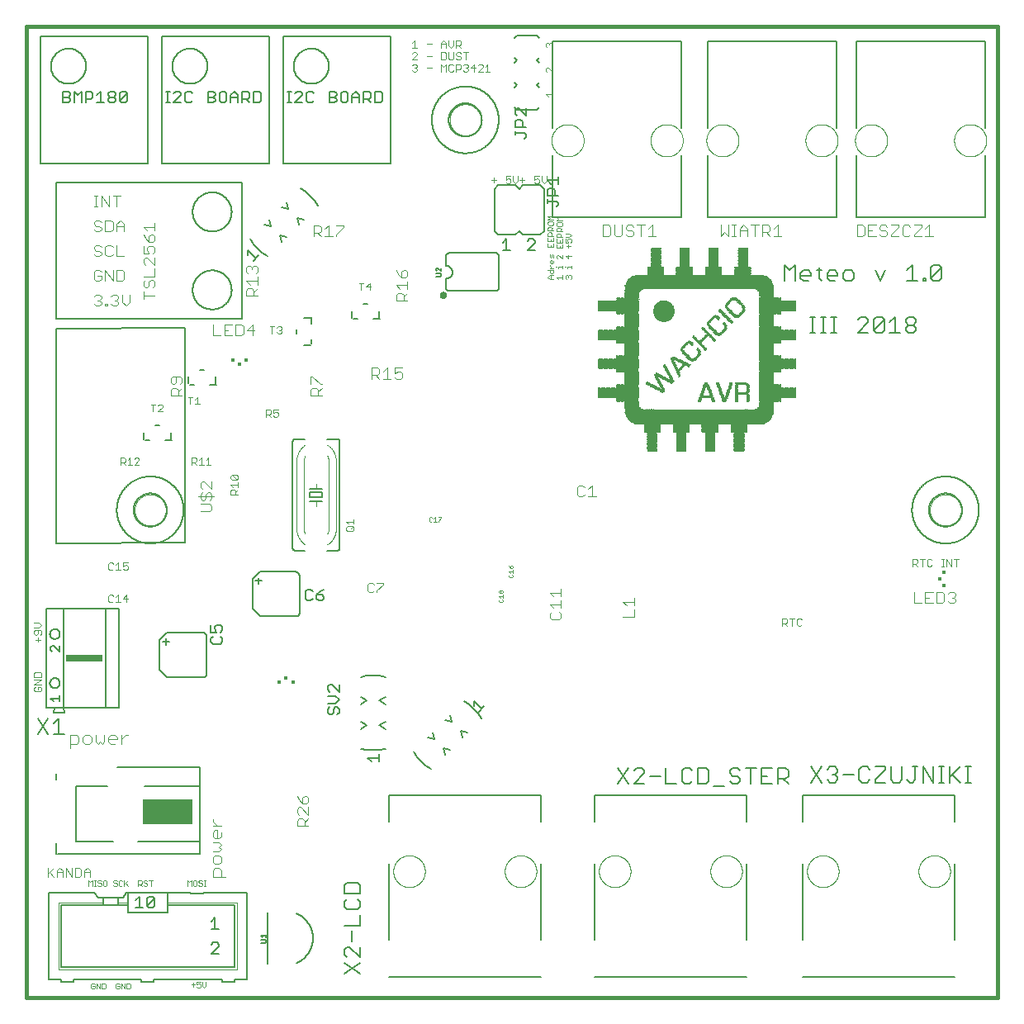
<source format=gto>
G75*
%MOIN*%
%OFA0B0*%
%FSLAX25Y25*%
%IPPOS*%
%LPD*%
%AMOC8*
5,1,8,0,0,1.08239X$1,22.5*
%
%ADD10C,0.00400*%
%ADD11C,0.00300*%
%ADD12C,0.01600*%
%ADD13C,0.00600*%
%ADD14C,0.00200*%
%ADD15C,0.00500*%
%ADD16R,0.20000X0.10000*%
%ADD17R,0.01280X0.01673*%
%ADD18R,0.01378X0.01378*%
%ADD19R,0.15000X0.03000*%
%ADD20C,0.00700*%
%ADD21R,0.01673X0.01280*%
%ADD22C,0.00800*%
%ADD23C,0.00000*%
%ADD24C,0.00010*%
%ADD25R,0.03800X0.00200*%
%ADD26R,0.04000X0.00200*%
%ADD27R,0.04200X0.00200*%
%ADD28R,0.04400X0.00200*%
%ADD29R,0.06400X0.00200*%
%ADD30R,0.06600X0.00200*%
%ADD31R,0.06800X0.00200*%
%ADD32R,0.07000X0.00200*%
%ADD33R,0.49000X0.00200*%
%ADD34R,0.00400X0.00200*%
%ADD35R,0.00200X0.00200*%
%ADD36R,0.52400X0.00200*%
%ADD37R,0.53400X0.00200*%
%ADD38R,0.54200X0.00200*%
%ADD39R,0.55000X0.00200*%
%ADD40R,0.55400X0.00200*%
%ADD41R,0.55800X0.00200*%
%ADD42R,0.56600X0.00200*%
%ADD43R,0.56800X0.00200*%
%ADD44R,0.57200X0.00200*%
%ADD45R,0.57600X0.00200*%
%ADD46R,0.57800X0.00200*%
%ADD47R,0.58000X0.00200*%
%ADD48R,0.58400X0.00200*%
%ADD49R,0.58800X0.00200*%
%ADD50R,0.59000X0.00200*%
%ADD51R,0.59400X0.00200*%
%ADD52R,0.59800X0.00200*%
%ADD53R,0.60000X0.00200*%
%ADD54R,0.60200X0.00200*%
%ADD55R,0.07400X0.00200*%
%ADD56R,0.07200X0.00200*%
%ADD57R,0.06200X0.00200*%
%ADD58R,0.06000X0.00200*%
%ADD59R,0.05800X0.00200*%
%ADD60R,0.09000X0.00200*%
%ADD61R,0.01200X0.00200*%
%ADD62R,0.01800X0.00200*%
%ADD63R,0.01400X0.00200*%
%ADD64R,0.02200X0.00200*%
%ADD65R,0.01000X0.00200*%
%ADD66R,0.02400X0.00200*%
%ADD67R,0.09200X0.00200*%
%ADD68R,0.02600X0.00200*%
%ADD69R,0.16400X0.00200*%
%ADD70R,0.15000X0.00200*%
%ADD71R,0.05600X0.00200*%
%ADD72R,0.05400X0.00200*%
%ADD73R,0.01600X0.00200*%
%ADD74R,0.05200X0.00200*%
%ADD75R,0.00600X0.00200*%
%ADD76R,0.03000X0.00200*%
%ADD77R,0.03400X0.00200*%
%ADD78R,0.02000X0.00200*%
%ADD79R,0.04800X0.00200*%
%ADD80R,0.02800X0.00200*%
%ADD81R,0.03200X0.00200*%
%ADD82R,0.03600X0.00200*%
%ADD83R,0.00800X0.00200*%
%ADD84R,0.08800X0.00200*%
%ADD85R,0.14800X0.00200*%
%ADD86R,0.04600X0.00200*%
%ADD87R,0.07800X0.00200*%
%ADD88R,0.08200X0.00200*%
%ADD89R,0.08600X0.00200*%
%ADD90R,0.07600X0.00200*%
%ADD91R,0.58600X0.00200*%
%ADD92R,0.57000X0.00200*%
%ADD93R,0.56200X0.00200*%
%ADD94R,0.54600X0.00200*%
%ADD95R,0.53200X0.00200*%
%ADD96R,0.52200X0.00200*%
%ADD97R,0.50400X0.00200*%
D10*
X0010400Y0050600D02*
X0010400Y0054203D01*
X0011001Y0052402D02*
X0012802Y0050600D01*
X0014083Y0050600D02*
X0014083Y0053002D01*
X0015284Y0054203D01*
X0016485Y0053002D01*
X0016485Y0050600D01*
X0017766Y0050600D02*
X0017766Y0054203D01*
X0020168Y0050600D01*
X0020168Y0054203D01*
X0021449Y0054203D02*
X0023251Y0054203D01*
X0023851Y0053603D01*
X0023851Y0051201D01*
X0023251Y0050600D01*
X0021449Y0050600D01*
X0021449Y0054203D01*
X0025133Y0053002D02*
X0025133Y0050600D01*
X0025133Y0052402D02*
X0027535Y0052402D01*
X0027535Y0053002D02*
X0027535Y0050600D01*
X0027535Y0053002D02*
X0026334Y0054203D01*
X0025133Y0053002D01*
X0016485Y0052402D02*
X0014083Y0052402D01*
X0012802Y0054203D02*
X0010400Y0051801D01*
X0019500Y0102565D02*
X0019500Y0107770D01*
X0022102Y0107770D01*
X0022970Y0106902D01*
X0022970Y0105167D01*
X0022102Y0104300D01*
X0019500Y0104300D01*
X0024656Y0105167D02*
X0025524Y0104300D01*
X0027259Y0104300D01*
X0028126Y0105167D01*
X0028126Y0106902D01*
X0027259Y0107770D01*
X0025524Y0107770D01*
X0024656Y0106902D01*
X0024656Y0105167D01*
X0029813Y0105167D02*
X0029813Y0107770D01*
X0029813Y0105167D02*
X0030680Y0104300D01*
X0031548Y0105167D01*
X0032415Y0104300D01*
X0033282Y0105167D01*
X0033282Y0107770D01*
X0034969Y0106902D02*
X0035837Y0107770D01*
X0037571Y0107770D01*
X0038439Y0106902D01*
X0038439Y0106035D01*
X0034969Y0106035D01*
X0034969Y0106902D02*
X0034969Y0105167D01*
X0035837Y0104300D01*
X0037571Y0104300D01*
X0040126Y0104300D02*
X0040126Y0107770D01*
X0041860Y0107770D02*
X0042728Y0107770D01*
X0041860Y0107770D02*
X0040126Y0106035D01*
X0077030Y0073805D02*
X0077030Y0072938D01*
X0078765Y0071203D01*
X0078765Y0069516D02*
X0078765Y0066047D01*
X0077898Y0066047D02*
X0077030Y0066914D01*
X0077030Y0068649D01*
X0077898Y0069516D01*
X0078765Y0069516D01*
X0080500Y0068649D02*
X0080500Y0066914D01*
X0079633Y0066047D01*
X0077898Y0066047D01*
X0077030Y0064360D02*
X0079633Y0064360D01*
X0080500Y0063492D01*
X0079633Y0062625D01*
X0080500Y0061758D01*
X0079633Y0060890D01*
X0077030Y0060890D01*
X0077898Y0059203D02*
X0077030Y0058336D01*
X0077030Y0056601D01*
X0077898Y0055734D01*
X0079633Y0055734D01*
X0080500Y0056601D01*
X0080500Y0058336D01*
X0079633Y0059203D01*
X0077898Y0059203D01*
X0077898Y0054047D02*
X0079633Y0054047D01*
X0080500Y0053180D01*
X0080500Y0050577D01*
X0082235Y0050577D02*
X0077030Y0050577D01*
X0077030Y0053180D01*
X0077898Y0054047D01*
X0077030Y0071203D02*
X0080500Y0071203D01*
X0110996Y0071000D02*
X0110996Y0073302D01*
X0111763Y0074069D01*
X0113298Y0074069D01*
X0114065Y0073302D01*
X0114065Y0071000D01*
X0114065Y0072535D02*
X0115600Y0074069D01*
X0115600Y0075604D02*
X0112531Y0078673D01*
X0111763Y0078673D01*
X0110996Y0077906D01*
X0110996Y0076371D01*
X0111763Y0075604D01*
X0115600Y0075604D02*
X0115600Y0078673D01*
X0114833Y0080208D02*
X0113298Y0080208D01*
X0113298Y0082510D01*
X0114065Y0083277D01*
X0114833Y0083277D01*
X0115600Y0082510D01*
X0115600Y0080975D01*
X0114833Y0080208D01*
X0113298Y0080208D02*
X0111763Y0081742D01*
X0110996Y0083277D01*
X0110996Y0071000D02*
X0115600Y0071000D01*
X0212996Y0155267D02*
X0213763Y0154500D01*
X0216833Y0154500D01*
X0217600Y0155267D01*
X0217600Y0156802D01*
X0216833Y0157569D01*
X0217600Y0159104D02*
X0217600Y0162173D01*
X0217600Y0160639D02*
X0212996Y0160639D01*
X0214531Y0159104D01*
X0213763Y0157569D02*
X0212996Y0156802D01*
X0212996Y0155267D01*
X0214531Y0163708D02*
X0212996Y0165242D01*
X0217600Y0165242D01*
X0217600Y0163708D02*
X0217600Y0166777D01*
X0242496Y0161639D02*
X0247100Y0161639D01*
X0247100Y0163173D02*
X0247100Y0160104D01*
X0247100Y0158569D02*
X0247100Y0155500D01*
X0242496Y0155500D01*
X0244031Y0160104D02*
X0242496Y0161639D01*
X0231673Y0204000D02*
X0228604Y0204000D01*
X0230139Y0204000D02*
X0230139Y0208604D01*
X0228604Y0207069D01*
X0227069Y0207837D02*
X0226302Y0208604D01*
X0224767Y0208604D01*
X0224000Y0207837D01*
X0224000Y0204767D01*
X0224767Y0204000D01*
X0226302Y0204000D01*
X0227069Y0204767D01*
X0153465Y0252267D02*
X0152698Y0251500D01*
X0151163Y0251500D01*
X0150396Y0252267D01*
X0150396Y0253802D02*
X0151931Y0254569D01*
X0152698Y0254569D01*
X0153465Y0253802D01*
X0153465Y0252267D01*
X0150396Y0253802D02*
X0150396Y0256104D01*
X0153465Y0256104D01*
X0147327Y0256104D02*
X0147327Y0251500D01*
X0148861Y0251500D02*
X0145792Y0251500D01*
X0144257Y0251500D02*
X0142723Y0253035D01*
X0143490Y0253035D02*
X0141188Y0253035D01*
X0141188Y0251500D02*
X0141188Y0256104D01*
X0143490Y0256104D01*
X0144257Y0255337D01*
X0144257Y0253802D01*
X0143490Y0253035D01*
X0145792Y0254569D02*
X0147327Y0256104D01*
X0121100Y0249396D02*
X0120333Y0249396D01*
X0117263Y0252465D01*
X0116496Y0252465D01*
X0116496Y0249396D01*
X0117263Y0247861D02*
X0118798Y0247861D01*
X0119565Y0247094D01*
X0119565Y0244792D01*
X0119565Y0246327D02*
X0121100Y0247861D01*
X0121100Y0244792D02*
X0116496Y0244792D01*
X0116496Y0247094D01*
X0117263Y0247861D01*
X0093198Y0269000D02*
X0093198Y0273604D01*
X0090896Y0271302D01*
X0093965Y0271302D01*
X0089361Y0269767D02*
X0089361Y0272837D01*
X0088594Y0273604D01*
X0086292Y0273604D01*
X0086292Y0269000D01*
X0088594Y0269000D01*
X0089361Y0269767D01*
X0084757Y0269000D02*
X0081688Y0269000D01*
X0081688Y0273604D01*
X0084757Y0273604D01*
X0083223Y0271302D02*
X0081688Y0271302D01*
X0080154Y0269000D02*
X0077084Y0269000D01*
X0077084Y0273604D01*
X0090496Y0285000D02*
X0090496Y0287302D01*
X0091263Y0288069D01*
X0092798Y0288069D01*
X0093565Y0287302D01*
X0093565Y0285000D01*
X0093565Y0286535D02*
X0095100Y0288069D01*
X0095100Y0289604D02*
X0095100Y0292673D01*
X0095100Y0291139D02*
X0090496Y0291139D01*
X0092031Y0289604D01*
X0091263Y0294208D02*
X0090496Y0294975D01*
X0090496Y0296510D01*
X0091263Y0297277D01*
X0092031Y0297277D01*
X0092798Y0296510D01*
X0093565Y0297277D01*
X0094333Y0297277D01*
X0095100Y0296510D01*
X0095100Y0294975D01*
X0094333Y0294208D01*
X0092798Y0295742D02*
X0092798Y0296510D01*
X0095100Y0285000D02*
X0090496Y0285000D01*
X0117688Y0309000D02*
X0117688Y0313604D01*
X0119990Y0313604D01*
X0120757Y0312837D01*
X0120757Y0311302D01*
X0119990Y0310535D01*
X0117688Y0310535D01*
X0119223Y0310535D02*
X0120757Y0309000D01*
X0122292Y0309000D02*
X0125361Y0309000D01*
X0123827Y0309000D02*
X0123827Y0313604D01*
X0122292Y0312069D01*
X0126896Y0313604D02*
X0129965Y0313604D01*
X0129965Y0312837D01*
X0126896Y0309767D01*
X0126896Y0309000D01*
X0150996Y0295465D02*
X0151763Y0293931D01*
X0153298Y0292396D01*
X0153298Y0294698D01*
X0154065Y0295465D01*
X0154833Y0295465D01*
X0155600Y0294698D01*
X0155600Y0293163D01*
X0154833Y0292396D01*
X0153298Y0292396D01*
X0155600Y0290861D02*
X0155600Y0287792D01*
X0155600Y0286257D02*
X0154065Y0284723D01*
X0154065Y0285490D02*
X0154065Y0283188D01*
X0155600Y0283188D02*
X0150996Y0283188D01*
X0150996Y0285490D01*
X0151763Y0286257D01*
X0153298Y0286257D01*
X0154065Y0285490D01*
X0152531Y0287792D02*
X0150996Y0289327D01*
X0155600Y0289327D01*
X0212365Y0365500D02*
X0211498Y0366367D01*
X0214100Y0366367D01*
X0214100Y0365500D02*
X0214100Y0367235D01*
X0214100Y0375500D02*
X0212365Y0377235D01*
X0211931Y0377235D01*
X0211498Y0376801D01*
X0211498Y0375934D01*
X0211931Y0375500D01*
X0214100Y0375500D02*
X0214100Y0377235D01*
X0213666Y0385500D02*
X0214100Y0385934D01*
X0214100Y0386801D01*
X0213666Y0387235D01*
X0213233Y0387235D01*
X0212799Y0386801D01*
X0212799Y0386367D01*
X0212799Y0386801D02*
X0212365Y0387235D01*
X0211931Y0387235D01*
X0211498Y0386801D01*
X0211498Y0385934D01*
X0211931Y0385500D01*
X0234500Y0313730D02*
X0236802Y0313730D01*
X0237569Y0312963D01*
X0237569Y0309893D01*
X0236802Y0309126D01*
X0234500Y0309126D01*
X0234500Y0313730D01*
X0239104Y0313730D02*
X0239104Y0309893D01*
X0239871Y0309126D01*
X0241406Y0309126D01*
X0242173Y0309893D01*
X0242173Y0313730D01*
X0243708Y0312963D02*
X0243708Y0312195D01*
X0244475Y0311428D01*
X0246010Y0311428D01*
X0246777Y0310661D01*
X0246777Y0309893D01*
X0246010Y0309126D01*
X0244475Y0309126D01*
X0243708Y0309893D01*
X0243708Y0312963D02*
X0244475Y0313730D01*
X0246010Y0313730D01*
X0246777Y0312963D01*
X0248312Y0313730D02*
X0251381Y0313730D01*
X0249846Y0313730D02*
X0249846Y0309126D01*
X0252916Y0309126D02*
X0255985Y0309126D01*
X0254450Y0309126D02*
X0254450Y0313730D01*
X0252916Y0312195D01*
X0282000Y0313730D02*
X0282000Y0309126D01*
X0283535Y0310661D01*
X0285069Y0309126D01*
X0285069Y0313730D01*
X0286604Y0313730D02*
X0288139Y0313730D01*
X0287371Y0313730D02*
X0287371Y0309126D01*
X0286604Y0309126D02*
X0288139Y0309126D01*
X0289673Y0309126D02*
X0289673Y0312195D01*
X0291208Y0313730D01*
X0292742Y0312195D01*
X0292742Y0309126D01*
X0292742Y0311428D02*
X0289673Y0311428D01*
X0294277Y0313730D02*
X0297346Y0313730D01*
X0295812Y0313730D02*
X0295812Y0309126D01*
X0298881Y0309126D02*
X0298881Y0313730D01*
X0301183Y0313730D01*
X0301950Y0312963D01*
X0301950Y0311428D01*
X0301183Y0310661D01*
X0298881Y0310661D01*
X0300416Y0310661D02*
X0301950Y0309126D01*
X0303485Y0309126D02*
X0306554Y0309126D01*
X0305020Y0309126D02*
X0305020Y0313730D01*
X0303485Y0312195D01*
X0337000Y0313730D02*
X0337000Y0309126D01*
X0339302Y0309126D01*
X0340069Y0309893D01*
X0340069Y0312963D01*
X0339302Y0313730D01*
X0337000Y0313730D01*
X0341604Y0313730D02*
X0341604Y0309126D01*
X0344673Y0309126D01*
X0346208Y0309893D02*
X0346975Y0309126D01*
X0348510Y0309126D01*
X0349277Y0309893D01*
X0349277Y0310661D01*
X0348510Y0311428D01*
X0346975Y0311428D01*
X0346208Y0312195D01*
X0346208Y0312963D01*
X0346975Y0313730D01*
X0348510Y0313730D01*
X0349277Y0312963D01*
X0350812Y0313730D02*
X0353881Y0313730D01*
X0353881Y0312963D01*
X0350812Y0309893D01*
X0350812Y0309126D01*
X0353881Y0309126D01*
X0355416Y0309893D02*
X0356183Y0309126D01*
X0357718Y0309126D01*
X0358485Y0309893D01*
X0360020Y0309893D02*
X0363089Y0312963D01*
X0363089Y0313730D01*
X0360020Y0313730D01*
X0358485Y0312963D02*
X0357718Y0313730D01*
X0356183Y0313730D01*
X0355416Y0312963D01*
X0355416Y0309893D01*
X0360020Y0309893D02*
X0360020Y0309126D01*
X0363089Y0309126D01*
X0364624Y0309126D02*
X0367693Y0309126D01*
X0366158Y0309126D02*
X0366158Y0313730D01*
X0364624Y0312195D01*
X0344673Y0313730D02*
X0341604Y0313730D01*
X0341604Y0311428D02*
X0343139Y0311428D01*
X0360000Y0165604D02*
X0360000Y0161000D01*
X0363069Y0161000D01*
X0364604Y0161000D02*
X0364604Y0165604D01*
X0367673Y0165604D01*
X0369208Y0165604D02*
X0369208Y0161000D01*
X0371510Y0161000D01*
X0372277Y0161767D01*
X0372277Y0164837D01*
X0371510Y0165604D01*
X0369208Y0165604D01*
X0366139Y0163302D02*
X0364604Y0163302D01*
X0364604Y0161000D02*
X0367673Y0161000D01*
X0373812Y0161767D02*
X0374579Y0161000D01*
X0376114Y0161000D01*
X0376881Y0161767D01*
X0376881Y0162535D01*
X0376114Y0163302D01*
X0375346Y0163302D01*
X0376114Y0163302D02*
X0376881Y0164069D01*
X0376881Y0164837D01*
X0376114Y0165604D01*
X0374579Y0165604D01*
X0373812Y0164837D01*
X0077367Y0204139D02*
X0071229Y0204139D01*
X0071996Y0204906D02*
X0072763Y0205673D01*
X0071996Y0204906D02*
X0071996Y0203371D01*
X0072763Y0202604D01*
X0073531Y0202604D01*
X0074298Y0203371D01*
X0074298Y0204906D01*
X0075065Y0205673D01*
X0075833Y0205673D01*
X0076600Y0204906D01*
X0076600Y0203371D01*
X0075833Y0202604D01*
X0075833Y0201069D02*
X0071996Y0201069D01*
X0071996Y0198000D02*
X0075833Y0198000D01*
X0076600Y0198767D01*
X0076600Y0200302D01*
X0075833Y0201069D01*
X0076600Y0207208D02*
X0073531Y0210277D01*
X0072763Y0210277D01*
X0071996Y0209510D01*
X0071996Y0207975D01*
X0072763Y0207208D01*
X0076600Y0207208D02*
X0076600Y0210277D01*
X0064600Y0244792D02*
X0059996Y0244792D01*
X0059996Y0247094D01*
X0060763Y0247861D01*
X0062298Y0247861D01*
X0063065Y0247094D01*
X0063065Y0244792D01*
X0063065Y0246327D02*
X0064600Y0247861D01*
X0063833Y0249396D02*
X0064600Y0250163D01*
X0064600Y0251698D01*
X0063833Y0252465D01*
X0060763Y0252465D01*
X0059996Y0251698D01*
X0059996Y0250163D01*
X0060763Y0249396D01*
X0061531Y0249396D01*
X0062298Y0250163D01*
X0062298Y0252465D01*
X0042044Y0281000D02*
X0043579Y0282535D01*
X0043579Y0285604D01*
X0040510Y0285604D02*
X0040510Y0282535D01*
X0042044Y0281000D01*
X0038975Y0281767D02*
X0038208Y0281000D01*
X0036673Y0281000D01*
X0035906Y0281767D01*
X0034371Y0281767D02*
X0034371Y0281000D01*
X0033604Y0281000D01*
X0033604Y0281767D01*
X0034371Y0281767D01*
X0032069Y0281767D02*
X0031302Y0281000D01*
X0029767Y0281000D01*
X0029000Y0281767D01*
X0030535Y0283302D02*
X0031302Y0283302D01*
X0032069Y0282535D01*
X0032069Y0281767D01*
X0031302Y0283302D02*
X0032069Y0284069D01*
X0032069Y0284837D01*
X0031302Y0285604D01*
X0029767Y0285604D01*
X0029000Y0284837D01*
X0029767Y0291000D02*
X0031302Y0291000D01*
X0032069Y0291767D01*
X0032069Y0293302D01*
X0030535Y0293302D01*
X0032069Y0294837D02*
X0031302Y0295604D01*
X0029767Y0295604D01*
X0029000Y0294837D01*
X0029000Y0291767D01*
X0029767Y0291000D01*
X0033604Y0291000D02*
X0033604Y0295604D01*
X0036673Y0291000D01*
X0036673Y0295604D01*
X0038208Y0295604D02*
X0040510Y0295604D01*
X0041277Y0294837D01*
X0041277Y0291767D01*
X0040510Y0291000D01*
X0038208Y0291000D01*
X0038208Y0295604D01*
X0038208Y0301000D02*
X0041277Y0301000D01*
X0038208Y0301000D02*
X0038208Y0305604D01*
X0036673Y0304837D02*
X0035906Y0305604D01*
X0034371Y0305604D01*
X0033604Y0304837D01*
X0033604Y0301767D01*
X0034371Y0301000D01*
X0035906Y0301000D01*
X0036673Y0301767D01*
X0032069Y0301767D02*
X0031302Y0301000D01*
X0029767Y0301000D01*
X0029000Y0301767D01*
X0029767Y0303302D02*
X0031302Y0303302D01*
X0032069Y0302535D01*
X0032069Y0301767D01*
X0029767Y0303302D02*
X0029000Y0304069D01*
X0029000Y0304837D01*
X0029767Y0305604D01*
X0031302Y0305604D01*
X0032069Y0304837D01*
X0031302Y0311000D02*
X0029767Y0311000D01*
X0029000Y0311767D01*
X0029767Y0313302D02*
X0031302Y0313302D01*
X0032069Y0312535D01*
X0032069Y0311767D01*
X0031302Y0311000D01*
X0033604Y0311000D02*
X0033604Y0315604D01*
X0035906Y0315604D01*
X0036673Y0314837D01*
X0036673Y0311767D01*
X0035906Y0311000D01*
X0033604Y0311000D01*
X0032069Y0314837D02*
X0031302Y0315604D01*
X0029767Y0315604D01*
X0029000Y0314837D01*
X0029000Y0314069D01*
X0029767Y0313302D01*
X0029767Y0321000D02*
X0029767Y0325604D01*
X0029000Y0325604D02*
X0030535Y0325604D01*
X0032069Y0325604D02*
X0035139Y0321000D01*
X0035139Y0325604D01*
X0036673Y0325604D02*
X0039742Y0325604D01*
X0038208Y0325604D02*
X0038208Y0321000D01*
X0039742Y0315604D02*
X0041277Y0314069D01*
X0041277Y0311000D01*
X0041277Y0313302D02*
X0038208Y0313302D01*
X0038208Y0314069D02*
X0039742Y0315604D01*
X0038208Y0314069D02*
X0038208Y0311000D01*
X0032069Y0321000D02*
X0032069Y0325604D01*
X0030535Y0321000D02*
X0029000Y0321000D01*
X0048996Y0312931D02*
X0053600Y0312931D01*
X0053600Y0314465D02*
X0053600Y0311396D01*
X0052833Y0309861D02*
X0052065Y0309861D01*
X0051298Y0309094D01*
X0051298Y0306792D01*
X0052833Y0306792D01*
X0053600Y0307559D01*
X0053600Y0309094D01*
X0052833Y0309861D01*
X0050531Y0311396D02*
X0048996Y0312931D01*
X0048996Y0309861D02*
X0049763Y0308327D01*
X0051298Y0306792D01*
X0051298Y0305257D02*
X0052833Y0305257D01*
X0053600Y0304490D01*
X0053600Y0302955D01*
X0052833Y0302188D01*
X0051298Y0302188D02*
X0050531Y0303723D01*
X0050531Y0304490D01*
X0051298Y0305257D01*
X0048996Y0305257D02*
X0048996Y0302188D01*
X0051298Y0302188D01*
X0050531Y0300654D02*
X0049763Y0300654D01*
X0048996Y0299886D01*
X0048996Y0298352D01*
X0049763Y0297584D01*
X0050531Y0300654D02*
X0053600Y0297584D01*
X0053600Y0300654D01*
X0053600Y0296050D02*
X0053600Y0292980D01*
X0048996Y0292980D01*
X0049763Y0291446D02*
X0048996Y0290678D01*
X0048996Y0289144D01*
X0049763Y0288376D01*
X0050531Y0288376D01*
X0051298Y0289144D01*
X0051298Y0290678D01*
X0052065Y0291446D01*
X0052833Y0291446D01*
X0053600Y0290678D01*
X0053600Y0289144D01*
X0052833Y0288376D01*
X0053600Y0285307D02*
X0048996Y0285307D01*
X0048996Y0283772D02*
X0048996Y0286842D01*
X0038975Y0284837D02*
X0038975Y0284069D01*
X0038208Y0283302D01*
X0038975Y0282535D01*
X0038975Y0281767D01*
X0038208Y0283302D02*
X0037441Y0283302D01*
X0038975Y0284837D02*
X0038208Y0285604D01*
X0036673Y0285604D01*
X0035906Y0284837D01*
D11*
X0067003Y0244252D02*
X0068938Y0244252D01*
X0067971Y0244252D02*
X0067971Y0241350D01*
X0069950Y0241350D02*
X0071885Y0241350D01*
X0070917Y0241350D02*
X0070917Y0244252D01*
X0069950Y0243285D01*
X0056885Y0240769D02*
X0056401Y0241252D01*
X0055434Y0241252D01*
X0054950Y0240769D01*
X0053938Y0241252D02*
X0052003Y0241252D01*
X0052971Y0241252D02*
X0052971Y0238350D01*
X0054950Y0238350D02*
X0056885Y0240285D01*
X0056885Y0240769D01*
X0056885Y0238350D02*
X0054950Y0238350D01*
X0068450Y0219852D02*
X0069901Y0219852D01*
X0070385Y0219369D01*
X0070385Y0218401D01*
X0069901Y0217917D01*
X0068450Y0217917D01*
X0068450Y0216950D02*
X0068450Y0219852D01*
X0069417Y0217917D02*
X0070385Y0216950D01*
X0071397Y0216950D02*
X0073331Y0216950D01*
X0072364Y0216950D02*
X0072364Y0219852D01*
X0071397Y0218885D01*
X0074343Y0218885D02*
X0075311Y0219852D01*
X0075311Y0216950D01*
X0076278Y0216950D02*
X0074343Y0216950D01*
X0084248Y0212294D02*
X0084731Y0212778D01*
X0086666Y0210843D01*
X0087150Y0211327D01*
X0087150Y0212294D01*
X0086666Y0212778D01*
X0084731Y0212778D01*
X0084248Y0212294D02*
X0084248Y0211327D01*
X0084731Y0210843D01*
X0086666Y0210843D01*
X0087150Y0209831D02*
X0087150Y0207897D01*
X0087150Y0208864D02*
X0084248Y0208864D01*
X0085215Y0207897D01*
X0084731Y0206885D02*
X0085699Y0206885D01*
X0086183Y0206401D01*
X0086183Y0204950D01*
X0087150Y0204950D02*
X0084248Y0204950D01*
X0084248Y0206401D01*
X0084731Y0206885D01*
X0086183Y0205917D02*
X0087150Y0206885D01*
X0098557Y0236250D02*
X0098557Y0239152D01*
X0100008Y0239152D01*
X0100492Y0238669D01*
X0100492Y0237701D01*
X0100008Y0237217D01*
X0098557Y0237217D01*
X0099524Y0237217D02*
X0100492Y0236250D01*
X0101503Y0236734D02*
X0101987Y0236250D01*
X0102955Y0236250D01*
X0103438Y0236734D01*
X0103438Y0237701D01*
X0102955Y0238185D01*
X0102471Y0238185D01*
X0101503Y0237701D01*
X0101503Y0239152D01*
X0103438Y0239152D01*
X0103434Y0269850D02*
X0102950Y0270334D01*
X0103434Y0269850D02*
X0104401Y0269850D01*
X0104885Y0270334D01*
X0104885Y0270817D01*
X0104401Y0271301D01*
X0103917Y0271301D01*
X0104401Y0271301D02*
X0104885Y0271785D01*
X0104885Y0272269D01*
X0104401Y0272752D01*
X0103434Y0272752D01*
X0102950Y0272269D01*
X0101938Y0272752D02*
X0100003Y0272752D01*
X0100971Y0272752D02*
X0100971Y0269850D01*
X0136971Y0287350D02*
X0136971Y0290252D01*
X0137938Y0290252D02*
X0136003Y0290252D01*
X0138950Y0288801D02*
X0140885Y0288801D01*
X0140401Y0287350D02*
X0140401Y0290252D01*
X0138950Y0288801D01*
X0189450Y0331901D02*
X0191385Y0331901D01*
X0190417Y0332869D02*
X0190417Y0330934D01*
X0195343Y0330934D02*
X0195827Y0330450D01*
X0196794Y0330450D01*
X0197278Y0330934D01*
X0197278Y0331901D01*
X0196794Y0332385D01*
X0196311Y0332385D01*
X0195343Y0331901D01*
X0195343Y0333352D01*
X0197278Y0333352D01*
X0198290Y0333352D02*
X0198290Y0331417D01*
X0199257Y0330450D01*
X0200225Y0331417D01*
X0200225Y0333352D01*
X0200950Y0331901D02*
X0202885Y0331901D01*
X0201917Y0332869D02*
X0201917Y0330934D01*
X0206843Y0330934D02*
X0207327Y0330450D01*
X0208294Y0330450D01*
X0208778Y0330934D01*
X0208778Y0331901D01*
X0208294Y0332385D01*
X0207811Y0332385D01*
X0206843Y0331901D01*
X0206843Y0333352D01*
X0208778Y0333352D01*
X0209790Y0333352D02*
X0209790Y0331417D01*
X0210757Y0330450D01*
X0211725Y0331417D01*
X0211725Y0333352D01*
X0188938Y0375650D02*
X0187003Y0375650D01*
X0187971Y0375650D02*
X0187971Y0378552D01*
X0187003Y0377585D01*
X0185992Y0377585D02*
X0185992Y0378069D01*
X0185508Y0378552D01*
X0184541Y0378552D01*
X0184057Y0378069D01*
X0183045Y0377101D02*
X0181110Y0377101D01*
X0182562Y0378552D01*
X0182562Y0375650D01*
X0184057Y0375650D02*
X0185992Y0377585D01*
X0185992Y0375650D02*
X0184057Y0375650D01*
X0180099Y0376134D02*
X0179615Y0375650D01*
X0178648Y0375650D01*
X0178164Y0376134D01*
X0179131Y0377101D02*
X0179615Y0377101D01*
X0180099Y0376617D01*
X0180099Y0376134D01*
X0179615Y0377101D02*
X0180099Y0377585D01*
X0180099Y0378069D01*
X0179615Y0378552D01*
X0178648Y0378552D01*
X0178164Y0378069D01*
X0177152Y0378069D02*
X0177152Y0377101D01*
X0176669Y0376617D01*
X0175217Y0376617D01*
X0175217Y0375650D02*
X0175217Y0378552D01*
X0176669Y0378552D01*
X0177152Y0378069D01*
X0176669Y0380450D02*
X0175701Y0380450D01*
X0175217Y0380934D01*
X0174206Y0380934D02*
X0174206Y0383352D01*
X0175217Y0382869D02*
X0175217Y0382385D01*
X0175701Y0381901D01*
X0176669Y0381901D01*
X0177152Y0381417D01*
X0177152Y0380934D01*
X0176669Y0380450D01*
X0179131Y0380450D02*
X0179131Y0383352D01*
X0178164Y0383352D02*
X0180099Y0383352D01*
X0177152Y0382869D02*
X0176669Y0383352D01*
X0175701Y0383352D01*
X0175217Y0382869D01*
X0174206Y0380934D02*
X0173722Y0380450D01*
X0172755Y0380450D01*
X0172271Y0380934D01*
X0172271Y0383352D01*
X0171259Y0382869D02*
X0170776Y0383352D01*
X0169324Y0383352D01*
X0169324Y0380450D01*
X0170776Y0380450D01*
X0171259Y0380934D01*
X0171259Y0382869D01*
X0171259Y0385250D02*
X0171259Y0387185D01*
X0170292Y0388152D01*
X0169324Y0387185D01*
X0169324Y0385250D01*
X0169324Y0386701D02*
X0171259Y0386701D01*
X0172271Y0386217D02*
X0172271Y0388152D01*
X0172271Y0386217D02*
X0173238Y0385250D01*
X0174206Y0386217D01*
X0174206Y0388152D01*
X0175217Y0388152D02*
X0176669Y0388152D01*
X0177152Y0387669D01*
X0177152Y0386701D01*
X0176669Y0386217D01*
X0175217Y0386217D01*
X0175217Y0385250D02*
X0175217Y0388152D01*
X0176185Y0386217D02*
X0177152Y0385250D01*
X0173722Y0378552D02*
X0172755Y0378552D01*
X0172271Y0378069D01*
X0172271Y0376134D01*
X0172755Y0375650D01*
X0173722Y0375650D01*
X0174206Y0376134D01*
X0174206Y0378069D02*
X0173722Y0378552D01*
X0171259Y0378552D02*
X0171259Y0375650D01*
X0169324Y0375650D02*
X0169324Y0378552D01*
X0170292Y0377585D01*
X0171259Y0378552D01*
X0165366Y0377101D02*
X0163431Y0377101D01*
X0159473Y0376617D02*
X0159473Y0376134D01*
X0158990Y0375650D01*
X0158022Y0375650D01*
X0157538Y0376134D01*
X0158506Y0377101D02*
X0158990Y0377101D01*
X0159473Y0376617D01*
X0158990Y0377101D02*
X0159473Y0377585D01*
X0159473Y0378069D01*
X0158990Y0378552D01*
X0158022Y0378552D01*
X0157538Y0378069D01*
X0157538Y0380450D02*
X0159473Y0382385D01*
X0159473Y0382869D01*
X0158990Y0383352D01*
X0158022Y0383352D01*
X0157538Y0382869D01*
X0157538Y0385250D02*
X0159473Y0385250D01*
X0158506Y0385250D02*
X0158506Y0388152D01*
X0157538Y0387185D01*
X0163431Y0386701D02*
X0165366Y0386701D01*
X0165366Y0381901D02*
X0163431Y0381901D01*
X0159473Y0380450D02*
X0157538Y0380450D01*
X0133850Y0194938D02*
X0133850Y0193003D01*
X0133850Y0193971D02*
X0130948Y0193971D01*
X0131915Y0193003D01*
X0131431Y0191992D02*
X0133366Y0191992D01*
X0133850Y0191508D01*
X0133850Y0190541D01*
X0133366Y0190057D01*
X0131431Y0190057D01*
X0130948Y0190541D01*
X0130948Y0191508D01*
X0131431Y0191992D01*
X0132883Y0191024D02*
X0133850Y0191992D01*
X0140201Y0169153D02*
X0139584Y0168536D01*
X0139584Y0166067D01*
X0140201Y0165450D01*
X0141435Y0165450D01*
X0142052Y0166067D01*
X0143267Y0166067D02*
X0145736Y0168536D01*
X0145736Y0169153D01*
X0143267Y0169153D01*
X0142052Y0168536D02*
X0141435Y0169153D01*
X0140201Y0169153D01*
X0143267Y0166067D02*
X0143267Y0165450D01*
X0042778Y0162901D02*
X0040843Y0162901D01*
X0042294Y0164352D01*
X0042294Y0161450D01*
X0039831Y0161450D02*
X0037897Y0161450D01*
X0038864Y0161450D02*
X0038864Y0164352D01*
X0037897Y0163385D01*
X0036885Y0163869D02*
X0036401Y0164352D01*
X0035434Y0164352D01*
X0034950Y0163869D01*
X0034950Y0161934D01*
X0035434Y0161450D01*
X0036401Y0161450D01*
X0036885Y0161934D01*
X0036401Y0174450D02*
X0035434Y0174450D01*
X0034950Y0174934D01*
X0034950Y0176869D01*
X0035434Y0177352D01*
X0036401Y0177352D01*
X0036885Y0176869D01*
X0037897Y0176385D02*
X0038864Y0177352D01*
X0038864Y0174450D01*
X0037897Y0174450D02*
X0039831Y0174450D01*
X0040843Y0174934D02*
X0041327Y0174450D01*
X0042294Y0174450D01*
X0042778Y0174934D01*
X0042778Y0175901D01*
X0042294Y0176385D01*
X0041811Y0176385D01*
X0040843Y0175901D01*
X0040843Y0177352D01*
X0042778Y0177352D01*
X0036885Y0174934D02*
X0036401Y0174450D01*
X0007850Y0152211D02*
X0006883Y0151243D01*
X0004948Y0151243D01*
X0005431Y0150231D02*
X0004948Y0149748D01*
X0004948Y0148780D01*
X0005431Y0148297D01*
X0005915Y0148297D01*
X0006399Y0148780D01*
X0006399Y0150231D01*
X0007366Y0150231D02*
X0005431Y0150231D01*
X0007366Y0150231D02*
X0007850Y0149748D01*
X0007850Y0148780D01*
X0007366Y0148297D01*
X0006399Y0147285D02*
X0006399Y0145350D01*
X0007366Y0146317D02*
X0005431Y0146317D01*
X0007850Y0152211D02*
X0006883Y0153178D01*
X0004948Y0153178D01*
X0005431Y0133178D02*
X0004948Y0132694D01*
X0004948Y0131243D01*
X0007850Y0131243D01*
X0007850Y0132694D01*
X0007366Y0133178D01*
X0005431Y0133178D01*
X0004948Y0130231D02*
X0007850Y0130231D01*
X0004948Y0128297D01*
X0007850Y0128297D01*
X0007366Y0127285D02*
X0006399Y0127285D01*
X0006399Y0126317D01*
X0007366Y0125350D02*
X0007850Y0125834D01*
X0007850Y0126801D01*
X0007366Y0127285D01*
X0005431Y0127285D02*
X0004948Y0126801D01*
X0004948Y0125834D01*
X0005431Y0125350D01*
X0007366Y0125350D01*
X0306950Y0151950D02*
X0306950Y0154852D01*
X0308401Y0154852D01*
X0308885Y0154369D01*
X0308885Y0153401D01*
X0308401Y0152917D01*
X0306950Y0152917D01*
X0307917Y0152917D02*
X0308885Y0151950D01*
X0310864Y0151950D02*
X0310864Y0154852D01*
X0309897Y0154852D02*
X0311831Y0154852D01*
X0312843Y0154369D02*
X0312843Y0152434D01*
X0313327Y0151950D01*
X0314294Y0151950D01*
X0314778Y0152434D01*
X0314778Y0154369D02*
X0314294Y0154852D01*
X0313327Y0154852D01*
X0312843Y0154369D01*
X0359450Y0175950D02*
X0359450Y0178852D01*
X0360901Y0178852D01*
X0361385Y0178369D01*
X0361385Y0177401D01*
X0360901Y0176917D01*
X0359450Y0176917D01*
X0360417Y0176917D02*
X0361385Y0175950D01*
X0363364Y0175950D02*
X0363364Y0178852D01*
X0362397Y0178852D02*
X0364331Y0178852D01*
X0365343Y0178369D02*
X0365343Y0176434D01*
X0365827Y0175950D01*
X0366794Y0175950D01*
X0367278Y0176434D01*
X0367278Y0178369D02*
X0366794Y0178852D01*
X0365827Y0178852D01*
X0365343Y0178369D01*
X0371236Y0178852D02*
X0372204Y0178852D01*
X0371720Y0178852D02*
X0371720Y0175950D01*
X0371236Y0175950D02*
X0372204Y0175950D01*
X0373200Y0175950D02*
X0373200Y0178852D01*
X0375135Y0175950D01*
X0375135Y0178852D01*
X0376147Y0178852D02*
X0378082Y0178852D01*
X0377114Y0178852D02*
X0377114Y0175950D01*
D12*
X0001800Y0001800D02*
X0001800Y0393800D01*
X0393800Y0393800D01*
X0393800Y0001800D01*
X0001800Y0001800D01*
D13*
X0010800Y0009300D02*
X0015800Y0009300D01*
X0015800Y0008300D01*
X0020800Y0008300D01*
X0020800Y0009300D01*
X0048300Y0009300D01*
X0048300Y0008300D01*
X0053300Y0008300D01*
X0053300Y0009300D01*
X0080800Y0009300D01*
X0080800Y0008300D01*
X0085800Y0008300D01*
X0085800Y0009300D01*
X0090800Y0009300D01*
X0090800Y0044300D01*
X0073300Y0044300D01*
X0073300Y0043800D01*
X0068300Y0043800D01*
X0068300Y0044300D01*
X0058800Y0044300D01*
X0058800Y0040300D01*
X0058800Y0039300D01*
X0085800Y0039300D01*
X0085800Y0014300D01*
X0015800Y0014300D01*
X0015800Y0039300D01*
X0032800Y0039300D01*
X0038800Y0039300D01*
X0042800Y0039300D01*
X0042800Y0040300D01*
X0042800Y0044300D01*
X0058800Y0044300D01*
X0058800Y0039300D02*
X0058800Y0036300D01*
X0042800Y0036300D01*
X0042800Y0039300D01*
X0040800Y0042300D02*
X0038800Y0042300D01*
X0032800Y0042300D01*
X0032800Y0040300D01*
X0032800Y0039300D01*
X0032800Y0042300D02*
X0030800Y0042300D01*
X0029300Y0044300D01*
X0010800Y0044300D01*
X0010800Y0009300D01*
X0038800Y0039300D02*
X0038800Y0040300D01*
X0038800Y0042300D01*
X0040800Y0042300D02*
X0042300Y0044300D01*
X0042800Y0044300D01*
X0039304Y0118713D02*
X0033804Y0118713D01*
X0016804Y0118713D01*
X0016804Y0158713D01*
X0033804Y0158713D01*
X0039304Y0158713D01*
X0039304Y0118713D01*
X0033804Y0118713D02*
X0033804Y0158713D01*
X0016804Y0158713D02*
X0009804Y0158713D01*
X0009804Y0118713D01*
X0013304Y0118713D01*
X0016804Y0118713D01*
X0017304Y0116713D01*
X0012804Y0116713D01*
X0013304Y0118713D01*
X0011304Y0128813D02*
X0011306Y0128902D01*
X0011312Y0128991D01*
X0011322Y0129080D01*
X0011336Y0129168D01*
X0011353Y0129255D01*
X0011375Y0129341D01*
X0011401Y0129427D01*
X0011430Y0129511D01*
X0011463Y0129594D01*
X0011499Y0129675D01*
X0011540Y0129755D01*
X0011583Y0129832D01*
X0011630Y0129908D01*
X0011681Y0129981D01*
X0011734Y0130052D01*
X0011791Y0130121D01*
X0011851Y0130187D01*
X0011914Y0130251D01*
X0011979Y0130311D01*
X0012047Y0130369D01*
X0012118Y0130423D01*
X0012191Y0130474D01*
X0012266Y0130522D01*
X0012343Y0130567D01*
X0012422Y0130608D01*
X0012503Y0130645D01*
X0012585Y0130679D01*
X0012669Y0130710D01*
X0012754Y0130736D01*
X0012840Y0130759D01*
X0012927Y0130777D01*
X0013015Y0130792D01*
X0013104Y0130803D01*
X0013193Y0130810D01*
X0013282Y0130813D01*
X0013371Y0130812D01*
X0013460Y0130807D01*
X0013548Y0130798D01*
X0013637Y0130785D01*
X0013724Y0130768D01*
X0013811Y0130748D01*
X0013897Y0130723D01*
X0013981Y0130695D01*
X0014064Y0130663D01*
X0014146Y0130627D01*
X0014226Y0130588D01*
X0014304Y0130545D01*
X0014380Y0130499D01*
X0014454Y0130449D01*
X0014526Y0130396D01*
X0014595Y0130340D01*
X0014662Y0130281D01*
X0014726Y0130219D01*
X0014787Y0130155D01*
X0014846Y0130087D01*
X0014901Y0130017D01*
X0014953Y0129945D01*
X0015002Y0129870D01*
X0015047Y0129794D01*
X0015089Y0129715D01*
X0015127Y0129635D01*
X0015162Y0129553D01*
X0015193Y0129469D01*
X0015221Y0129384D01*
X0015244Y0129298D01*
X0015264Y0129211D01*
X0015280Y0129124D01*
X0015292Y0129035D01*
X0015300Y0128947D01*
X0015304Y0128858D01*
X0015304Y0128768D01*
X0015300Y0128679D01*
X0015292Y0128591D01*
X0015280Y0128502D01*
X0015264Y0128415D01*
X0015244Y0128328D01*
X0015221Y0128242D01*
X0015193Y0128157D01*
X0015162Y0128073D01*
X0015127Y0127991D01*
X0015089Y0127911D01*
X0015047Y0127832D01*
X0015002Y0127756D01*
X0014953Y0127681D01*
X0014901Y0127609D01*
X0014846Y0127539D01*
X0014787Y0127471D01*
X0014726Y0127407D01*
X0014662Y0127345D01*
X0014595Y0127286D01*
X0014526Y0127230D01*
X0014454Y0127177D01*
X0014380Y0127127D01*
X0014304Y0127081D01*
X0014226Y0127038D01*
X0014146Y0126999D01*
X0014064Y0126963D01*
X0013981Y0126931D01*
X0013897Y0126903D01*
X0013811Y0126878D01*
X0013724Y0126858D01*
X0013637Y0126841D01*
X0013548Y0126828D01*
X0013460Y0126819D01*
X0013371Y0126814D01*
X0013282Y0126813D01*
X0013193Y0126816D01*
X0013104Y0126823D01*
X0013015Y0126834D01*
X0012927Y0126849D01*
X0012840Y0126867D01*
X0012754Y0126890D01*
X0012669Y0126916D01*
X0012585Y0126947D01*
X0012503Y0126981D01*
X0012422Y0127018D01*
X0012343Y0127059D01*
X0012266Y0127104D01*
X0012191Y0127152D01*
X0012118Y0127203D01*
X0012047Y0127257D01*
X0011979Y0127315D01*
X0011914Y0127375D01*
X0011851Y0127439D01*
X0011791Y0127505D01*
X0011734Y0127574D01*
X0011681Y0127645D01*
X0011630Y0127718D01*
X0011583Y0127794D01*
X0011540Y0127871D01*
X0011499Y0127951D01*
X0011463Y0128032D01*
X0011430Y0128115D01*
X0011401Y0128199D01*
X0011375Y0128285D01*
X0011353Y0128371D01*
X0011336Y0128458D01*
X0011322Y0128546D01*
X0011312Y0128635D01*
X0011306Y0128724D01*
X0011304Y0128813D01*
X0011304Y0148613D02*
X0011306Y0148702D01*
X0011312Y0148791D01*
X0011322Y0148880D01*
X0011336Y0148968D01*
X0011353Y0149055D01*
X0011375Y0149141D01*
X0011401Y0149227D01*
X0011430Y0149311D01*
X0011463Y0149394D01*
X0011499Y0149475D01*
X0011540Y0149555D01*
X0011583Y0149632D01*
X0011630Y0149708D01*
X0011681Y0149781D01*
X0011734Y0149852D01*
X0011791Y0149921D01*
X0011851Y0149987D01*
X0011914Y0150051D01*
X0011979Y0150111D01*
X0012047Y0150169D01*
X0012118Y0150223D01*
X0012191Y0150274D01*
X0012266Y0150322D01*
X0012343Y0150367D01*
X0012422Y0150408D01*
X0012503Y0150445D01*
X0012585Y0150479D01*
X0012669Y0150510D01*
X0012754Y0150536D01*
X0012840Y0150559D01*
X0012927Y0150577D01*
X0013015Y0150592D01*
X0013104Y0150603D01*
X0013193Y0150610D01*
X0013282Y0150613D01*
X0013371Y0150612D01*
X0013460Y0150607D01*
X0013548Y0150598D01*
X0013637Y0150585D01*
X0013724Y0150568D01*
X0013811Y0150548D01*
X0013897Y0150523D01*
X0013981Y0150495D01*
X0014064Y0150463D01*
X0014146Y0150427D01*
X0014226Y0150388D01*
X0014304Y0150345D01*
X0014380Y0150299D01*
X0014454Y0150249D01*
X0014526Y0150196D01*
X0014595Y0150140D01*
X0014662Y0150081D01*
X0014726Y0150019D01*
X0014787Y0149955D01*
X0014846Y0149887D01*
X0014901Y0149817D01*
X0014953Y0149745D01*
X0015002Y0149670D01*
X0015047Y0149594D01*
X0015089Y0149515D01*
X0015127Y0149435D01*
X0015162Y0149353D01*
X0015193Y0149269D01*
X0015221Y0149184D01*
X0015244Y0149098D01*
X0015264Y0149011D01*
X0015280Y0148924D01*
X0015292Y0148835D01*
X0015300Y0148747D01*
X0015304Y0148658D01*
X0015304Y0148568D01*
X0015300Y0148479D01*
X0015292Y0148391D01*
X0015280Y0148302D01*
X0015264Y0148215D01*
X0015244Y0148128D01*
X0015221Y0148042D01*
X0015193Y0147957D01*
X0015162Y0147873D01*
X0015127Y0147791D01*
X0015089Y0147711D01*
X0015047Y0147632D01*
X0015002Y0147556D01*
X0014953Y0147481D01*
X0014901Y0147409D01*
X0014846Y0147339D01*
X0014787Y0147271D01*
X0014726Y0147207D01*
X0014662Y0147145D01*
X0014595Y0147086D01*
X0014526Y0147030D01*
X0014454Y0146977D01*
X0014380Y0146927D01*
X0014304Y0146881D01*
X0014226Y0146838D01*
X0014146Y0146799D01*
X0014064Y0146763D01*
X0013981Y0146731D01*
X0013897Y0146703D01*
X0013811Y0146678D01*
X0013724Y0146658D01*
X0013637Y0146641D01*
X0013548Y0146628D01*
X0013460Y0146619D01*
X0013371Y0146614D01*
X0013282Y0146613D01*
X0013193Y0146616D01*
X0013104Y0146623D01*
X0013015Y0146634D01*
X0012927Y0146649D01*
X0012840Y0146667D01*
X0012754Y0146690D01*
X0012669Y0146716D01*
X0012585Y0146747D01*
X0012503Y0146781D01*
X0012422Y0146818D01*
X0012343Y0146859D01*
X0012266Y0146904D01*
X0012191Y0146952D01*
X0012118Y0147003D01*
X0012047Y0147057D01*
X0011979Y0147115D01*
X0011914Y0147175D01*
X0011851Y0147239D01*
X0011791Y0147305D01*
X0011734Y0147374D01*
X0011681Y0147445D01*
X0011630Y0147518D01*
X0011583Y0147594D01*
X0011540Y0147671D01*
X0011499Y0147751D01*
X0011463Y0147832D01*
X0011430Y0147915D01*
X0011401Y0147999D01*
X0011375Y0148085D01*
X0011353Y0148171D01*
X0011336Y0148258D01*
X0011322Y0148346D01*
X0011312Y0148435D01*
X0011306Y0148524D01*
X0011304Y0148613D01*
X0055591Y0146119D02*
X0055591Y0134119D01*
X0058591Y0131119D01*
X0073091Y0131119D01*
X0073167Y0131121D01*
X0073243Y0131127D01*
X0073318Y0131136D01*
X0073393Y0131150D01*
X0073467Y0131167D01*
X0073540Y0131188D01*
X0073612Y0131212D01*
X0073683Y0131241D01*
X0073752Y0131272D01*
X0073819Y0131307D01*
X0073884Y0131346D01*
X0073948Y0131388D01*
X0074009Y0131433D01*
X0074068Y0131481D01*
X0074124Y0131532D01*
X0074178Y0131586D01*
X0074229Y0131642D01*
X0074277Y0131701D01*
X0074322Y0131762D01*
X0074364Y0131826D01*
X0074403Y0131891D01*
X0074438Y0131958D01*
X0074469Y0132027D01*
X0074498Y0132098D01*
X0074522Y0132170D01*
X0074543Y0132243D01*
X0074560Y0132317D01*
X0074574Y0132392D01*
X0074583Y0132467D01*
X0074589Y0132543D01*
X0074591Y0132619D01*
X0074591Y0147619D01*
X0074589Y0147695D01*
X0074583Y0147771D01*
X0074574Y0147846D01*
X0074560Y0147921D01*
X0074543Y0147995D01*
X0074522Y0148068D01*
X0074498Y0148140D01*
X0074469Y0148211D01*
X0074438Y0148280D01*
X0074403Y0148347D01*
X0074364Y0148412D01*
X0074322Y0148476D01*
X0074277Y0148537D01*
X0074229Y0148596D01*
X0074178Y0148652D01*
X0074124Y0148706D01*
X0074068Y0148757D01*
X0074009Y0148805D01*
X0073948Y0148850D01*
X0073884Y0148892D01*
X0073819Y0148931D01*
X0073752Y0148966D01*
X0073683Y0148997D01*
X0073612Y0149026D01*
X0073540Y0149050D01*
X0073467Y0149071D01*
X0073393Y0149088D01*
X0073318Y0149102D01*
X0073243Y0149111D01*
X0073167Y0149117D01*
X0073091Y0149119D01*
X0058591Y0149119D01*
X0055591Y0146119D01*
X0056791Y0145519D02*
X0059391Y0145519D01*
X0058091Y0146719D02*
X0058091Y0144219D01*
X0093009Y0158666D02*
X0093009Y0170666D01*
X0096009Y0173666D01*
X0110509Y0173666D01*
X0110585Y0173664D01*
X0110661Y0173658D01*
X0110736Y0173649D01*
X0110811Y0173635D01*
X0110885Y0173618D01*
X0110958Y0173597D01*
X0111030Y0173573D01*
X0111101Y0173544D01*
X0111170Y0173513D01*
X0111237Y0173478D01*
X0111302Y0173439D01*
X0111366Y0173397D01*
X0111427Y0173352D01*
X0111486Y0173304D01*
X0111542Y0173253D01*
X0111596Y0173199D01*
X0111647Y0173143D01*
X0111695Y0173084D01*
X0111740Y0173023D01*
X0111782Y0172959D01*
X0111821Y0172894D01*
X0111856Y0172827D01*
X0111887Y0172758D01*
X0111916Y0172687D01*
X0111940Y0172615D01*
X0111961Y0172542D01*
X0111978Y0172468D01*
X0111992Y0172393D01*
X0112001Y0172318D01*
X0112007Y0172242D01*
X0112009Y0172166D01*
X0112009Y0157166D01*
X0112007Y0157090D01*
X0112001Y0157014D01*
X0111992Y0156939D01*
X0111978Y0156864D01*
X0111961Y0156790D01*
X0111940Y0156717D01*
X0111916Y0156645D01*
X0111887Y0156574D01*
X0111856Y0156505D01*
X0111821Y0156438D01*
X0111782Y0156373D01*
X0111740Y0156309D01*
X0111695Y0156248D01*
X0111647Y0156189D01*
X0111596Y0156133D01*
X0111542Y0156079D01*
X0111486Y0156028D01*
X0111427Y0155980D01*
X0111366Y0155935D01*
X0111302Y0155893D01*
X0111237Y0155854D01*
X0111170Y0155819D01*
X0111101Y0155788D01*
X0111030Y0155759D01*
X0110958Y0155735D01*
X0110885Y0155714D01*
X0110811Y0155697D01*
X0110736Y0155683D01*
X0110661Y0155674D01*
X0110585Y0155668D01*
X0110509Y0155666D01*
X0096009Y0155666D01*
X0093009Y0158666D01*
X0095509Y0168766D02*
X0095509Y0171266D01*
X0096809Y0170066D02*
X0094209Y0170066D01*
X0109300Y0183300D02*
X0109300Y0226300D01*
X0109302Y0226360D01*
X0109307Y0226421D01*
X0109316Y0226480D01*
X0109329Y0226539D01*
X0109345Y0226598D01*
X0109365Y0226655D01*
X0109388Y0226710D01*
X0109415Y0226765D01*
X0109444Y0226817D01*
X0109477Y0226868D01*
X0109513Y0226917D01*
X0109551Y0226963D01*
X0109593Y0227007D01*
X0109637Y0227049D01*
X0109683Y0227087D01*
X0109732Y0227123D01*
X0109783Y0227156D01*
X0109835Y0227185D01*
X0109890Y0227212D01*
X0109945Y0227235D01*
X0110002Y0227255D01*
X0110061Y0227271D01*
X0110120Y0227284D01*
X0110179Y0227293D01*
X0110240Y0227298D01*
X0110300Y0227300D01*
X0114300Y0227300D01*
X0123300Y0227300D02*
X0127300Y0227300D01*
X0127360Y0227298D01*
X0127421Y0227293D01*
X0127480Y0227284D01*
X0127539Y0227271D01*
X0127598Y0227255D01*
X0127655Y0227235D01*
X0127710Y0227212D01*
X0127765Y0227185D01*
X0127817Y0227156D01*
X0127868Y0227123D01*
X0127917Y0227087D01*
X0127963Y0227049D01*
X0128007Y0227007D01*
X0128049Y0226963D01*
X0128087Y0226917D01*
X0128123Y0226868D01*
X0128156Y0226817D01*
X0128185Y0226765D01*
X0128212Y0226710D01*
X0128235Y0226655D01*
X0128255Y0226598D01*
X0128271Y0226539D01*
X0128284Y0226480D01*
X0128293Y0226421D01*
X0128298Y0226360D01*
X0128300Y0226300D01*
X0128300Y0183300D01*
X0128298Y0183240D01*
X0128293Y0183179D01*
X0128284Y0183120D01*
X0128271Y0183061D01*
X0128255Y0183002D01*
X0128235Y0182945D01*
X0128212Y0182890D01*
X0128185Y0182835D01*
X0128156Y0182783D01*
X0128123Y0182732D01*
X0128087Y0182683D01*
X0128049Y0182637D01*
X0128007Y0182593D01*
X0127963Y0182551D01*
X0127917Y0182513D01*
X0127868Y0182477D01*
X0127817Y0182444D01*
X0127765Y0182415D01*
X0127710Y0182388D01*
X0127655Y0182365D01*
X0127598Y0182345D01*
X0127539Y0182329D01*
X0127480Y0182316D01*
X0127421Y0182307D01*
X0127360Y0182302D01*
X0127300Y0182300D01*
X0123300Y0182300D01*
X0114300Y0182300D02*
X0110300Y0182300D01*
X0110240Y0182302D01*
X0110179Y0182307D01*
X0110120Y0182316D01*
X0110061Y0182329D01*
X0110002Y0182345D01*
X0109945Y0182365D01*
X0109890Y0182388D01*
X0109835Y0182415D01*
X0109783Y0182444D01*
X0109732Y0182477D01*
X0109683Y0182513D01*
X0109637Y0182551D01*
X0109593Y0182593D01*
X0109551Y0182637D01*
X0109513Y0182683D01*
X0109477Y0182732D01*
X0109444Y0182783D01*
X0109415Y0182835D01*
X0109388Y0182890D01*
X0109365Y0182945D01*
X0109345Y0183002D01*
X0109329Y0183061D01*
X0109316Y0183120D01*
X0109307Y0183179D01*
X0109302Y0183240D01*
X0109300Y0183300D01*
X0116300Y0202300D02*
X0118800Y0202300D01*
X0121300Y0202300D01*
X0121300Y0203800D02*
X0116300Y0203800D01*
X0116300Y0205800D01*
X0121300Y0205800D01*
X0121300Y0203800D01*
X0121300Y0207300D02*
X0118800Y0207300D01*
X0116300Y0207300D01*
X0038300Y0198650D02*
X0038304Y0198981D01*
X0038316Y0199312D01*
X0038337Y0199643D01*
X0038365Y0199973D01*
X0038402Y0200303D01*
X0038446Y0200631D01*
X0038499Y0200958D01*
X0038559Y0201284D01*
X0038628Y0201608D01*
X0038705Y0201930D01*
X0038789Y0202251D01*
X0038881Y0202569D01*
X0038981Y0202885D01*
X0039089Y0203198D01*
X0039205Y0203509D01*
X0039328Y0203816D01*
X0039458Y0204121D01*
X0039596Y0204422D01*
X0039741Y0204720D01*
X0039894Y0205014D01*
X0040054Y0205304D01*
X0040221Y0205590D01*
X0040394Y0205872D01*
X0040575Y0206150D01*
X0040763Y0206423D01*
X0040957Y0206692D01*
X0041157Y0206956D01*
X0041364Y0207214D01*
X0041578Y0207468D01*
X0041797Y0207716D01*
X0042023Y0207959D01*
X0042254Y0208196D01*
X0042491Y0208427D01*
X0042734Y0208653D01*
X0042982Y0208872D01*
X0043236Y0209086D01*
X0043494Y0209293D01*
X0043758Y0209493D01*
X0044027Y0209687D01*
X0044300Y0209875D01*
X0044578Y0210056D01*
X0044860Y0210229D01*
X0045146Y0210396D01*
X0045436Y0210556D01*
X0045730Y0210709D01*
X0046028Y0210854D01*
X0046329Y0210992D01*
X0046634Y0211122D01*
X0046941Y0211245D01*
X0047252Y0211361D01*
X0047565Y0211469D01*
X0047881Y0211569D01*
X0048199Y0211661D01*
X0048520Y0211745D01*
X0048842Y0211822D01*
X0049166Y0211891D01*
X0049492Y0211951D01*
X0049819Y0212004D01*
X0050147Y0212048D01*
X0050477Y0212085D01*
X0050807Y0212113D01*
X0051138Y0212134D01*
X0051469Y0212146D01*
X0051800Y0212150D01*
X0052131Y0212146D01*
X0052462Y0212134D01*
X0052793Y0212113D01*
X0053123Y0212085D01*
X0053453Y0212048D01*
X0053781Y0212004D01*
X0054108Y0211951D01*
X0054434Y0211891D01*
X0054758Y0211822D01*
X0055080Y0211745D01*
X0055401Y0211661D01*
X0055719Y0211569D01*
X0056035Y0211469D01*
X0056348Y0211361D01*
X0056659Y0211245D01*
X0056966Y0211122D01*
X0057271Y0210992D01*
X0057572Y0210854D01*
X0057870Y0210709D01*
X0058164Y0210556D01*
X0058454Y0210396D01*
X0058740Y0210229D01*
X0059022Y0210056D01*
X0059300Y0209875D01*
X0059573Y0209687D01*
X0059842Y0209493D01*
X0060106Y0209293D01*
X0060364Y0209086D01*
X0060618Y0208872D01*
X0060866Y0208653D01*
X0061109Y0208427D01*
X0061346Y0208196D01*
X0061577Y0207959D01*
X0061803Y0207716D01*
X0062022Y0207468D01*
X0062236Y0207214D01*
X0062443Y0206956D01*
X0062643Y0206692D01*
X0062837Y0206423D01*
X0063025Y0206150D01*
X0063206Y0205872D01*
X0063379Y0205590D01*
X0063546Y0205304D01*
X0063706Y0205014D01*
X0063859Y0204720D01*
X0064004Y0204422D01*
X0064142Y0204121D01*
X0064272Y0203816D01*
X0064395Y0203509D01*
X0064511Y0203198D01*
X0064619Y0202885D01*
X0064719Y0202569D01*
X0064811Y0202251D01*
X0064895Y0201930D01*
X0064972Y0201608D01*
X0065041Y0201284D01*
X0065101Y0200958D01*
X0065154Y0200631D01*
X0065198Y0200303D01*
X0065235Y0199973D01*
X0065263Y0199643D01*
X0065284Y0199312D01*
X0065296Y0198981D01*
X0065300Y0198650D01*
X0065296Y0198319D01*
X0065284Y0197988D01*
X0065263Y0197657D01*
X0065235Y0197327D01*
X0065198Y0196997D01*
X0065154Y0196669D01*
X0065101Y0196342D01*
X0065041Y0196016D01*
X0064972Y0195692D01*
X0064895Y0195370D01*
X0064811Y0195049D01*
X0064719Y0194731D01*
X0064619Y0194415D01*
X0064511Y0194102D01*
X0064395Y0193791D01*
X0064272Y0193484D01*
X0064142Y0193179D01*
X0064004Y0192878D01*
X0063859Y0192580D01*
X0063706Y0192286D01*
X0063546Y0191996D01*
X0063379Y0191710D01*
X0063206Y0191428D01*
X0063025Y0191150D01*
X0062837Y0190877D01*
X0062643Y0190608D01*
X0062443Y0190344D01*
X0062236Y0190086D01*
X0062022Y0189832D01*
X0061803Y0189584D01*
X0061577Y0189341D01*
X0061346Y0189104D01*
X0061109Y0188873D01*
X0060866Y0188647D01*
X0060618Y0188428D01*
X0060364Y0188214D01*
X0060106Y0188007D01*
X0059842Y0187807D01*
X0059573Y0187613D01*
X0059300Y0187425D01*
X0059022Y0187244D01*
X0058740Y0187071D01*
X0058454Y0186904D01*
X0058164Y0186744D01*
X0057870Y0186591D01*
X0057572Y0186446D01*
X0057271Y0186308D01*
X0056966Y0186178D01*
X0056659Y0186055D01*
X0056348Y0185939D01*
X0056035Y0185831D01*
X0055719Y0185731D01*
X0055401Y0185639D01*
X0055080Y0185555D01*
X0054758Y0185478D01*
X0054434Y0185409D01*
X0054108Y0185349D01*
X0053781Y0185296D01*
X0053453Y0185252D01*
X0053123Y0185215D01*
X0052793Y0185187D01*
X0052462Y0185166D01*
X0052131Y0185154D01*
X0051800Y0185150D01*
X0051469Y0185154D01*
X0051138Y0185166D01*
X0050807Y0185187D01*
X0050477Y0185215D01*
X0050147Y0185252D01*
X0049819Y0185296D01*
X0049492Y0185349D01*
X0049166Y0185409D01*
X0048842Y0185478D01*
X0048520Y0185555D01*
X0048199Y0185639D01*
X0047881Y0185731D01*
X0047565Y0185831D01*
X0047252Y0185939D01*
X0046941Y0186055D01*
X0046634Y0186178D01*
X0046329Y0186308D01*
X0046028Y0186446D01*
X0045730Y0186591D01*
X0045436Y0186744D01*
X0045146Y0186904D01*
X0044860Y0187071D01*
X0044578Y0187244D01*
X0044300Y0187425D01*
X0044027Y0187613D01*
X0043758Y0187807D01*
X0043494Y0188007D01*
X0043236Y0188214D01*
X0042982Y0188428D01*
X0042734Y0188647D01*
X0042491Y0188873D01*
X0042254Y0189104D01*
X0042023Y0189341D01*
X0041797Y0189584D01*
X0041578Y0189832D01*
X0041364Y0190086D01*
X0041157Y0190344D01*
X0040957Y0190608D01*
X0040763Y0190877D01*
X0040575Y0191150D01*
X0040394Y0191428D01*
X0040221Y0191710D01*
X0040054Y0191996D01*
X0039894Y0192286D01*
X0039741Y0192580D01*
X0039596Y0192878D01*
X0039458Y0193179D01*
X0039328Y0193484D01*
X0039205Y0193791D01*
X0039089Y0194102D01*
X0038981Y0194415D01*
X0038881Y0194731D01*
X0038789Y0195049D01*
X0038705Y0195370D01*
X0038628Y0195692D01*
X0038559Y0196016D01*
X0038499Y0196342D01*
X0038446Y0196669D01*
X0038402Y0196997D01*
X0038365Y0197327D01*
X0038337Y0197657D01*
X0038316Y0197988D01*
X0038304Y0198319D01*
X0038300Y0198650D01*
X0136800Y0131300D02*
X0139300Y0131800D01*
X0144300Y0131800D01*
X0146800Y0131300D01*
X0146800Y0123300D02*
X0144300Y0121800D01*
X0146800Y0120300D01*
X0146800Y0113300D02*
X0144300Y0111800D01*
X0146800Y0110300D01*
X0139300Y0111800D02*
X0136800Y0113300D01*
X0139300Y0111800D02*
X0136800Y0110300D01*
X0136800Y0102300D02*
X0139300Y0101800D01*
X0144300Y0101800D01*
X0146800Y0102300D01*
X0158011Y0101082D02*
X0159426Y0098961D01*
X0162961Y0095426D01*
X0165082Y0094011D01*
X0170739Y0099668D02*
X0170032Y0102497D01*
X0172861Y0101790D01*
X0177810Y0106739D02*
X0177103Y0109568D01*
X0179932Y0108861D01*
X0185589Y0114518D02*
X0184174Y0116639D01*
X0180639Y0120174D01*
X0178518Y0121589D01*
X0172861Y0115932D02*
X0173568Y0113103D01*
X0170739Y0113810D01*
X0165790Y0108861D02*
X0166497Y0106032D01*
X0163668Y0106739D01*
X0139300Y0121800D02*
X0136800Y0123300D01*
X0139300Y0121800D02*
X0136800Y0120300D01*
X0135432Y0048098D02*
X0131162Y0048098D01*
X0130095Y0047030D01*
X0130095Y0043827D01*
X0136500Y0043827D01*
X0136500Y0047030D01*
X0135432Y0048098D01*
X0135432Y0041652D02*
X0136500Y0040585D01*
X0136500Y0038450D01*
X0135432Y0037382D01*
X0131162Y0037382D01*
X0130095Y0038450D01*
X0130095Y0040585D01*
X0131162Y0041652D01*
X0136500Y0035207D02*
X0136500Y0030936D01*
X0130095Y0030936D01*
X0133297Y0028761D02*
X0133297Y0024491D01*
X0132230Y0022316D02*
X0131162Y0022316D01*
X0130095Y0021248D01*
X0130095Y0019113D01*
X0131162Y0018045D01*
X0130095Y0015870D02*
X0136500Y0011600D01*
X0136500Y0015870D02*
X0130095Y0011600D01*
X0136500Y0018045D02*
X0132230Y0022316D01*
X0136500Y0022316D02*
X0136500Y0018045D01*
X0240600Y0088100D02*
X0244870Y0094505D01*
X0247045Y0093438D02*
X0248113Y0094505D01*
X0250248Y0094505D01*
X0251316Y0093438D01*
X0251316Y0092370D01*
X0247045Y0088100D01*
X0251316Y0088100D01*
X0253491Y0091303D02*
X0257761Y0091303D01*
X0259936Y0094505D02*
X0259936Y0088100D01*
X0264207Y0088100D01*
X0266382Y0089168D02*
X0266382Y0093438D01*
X0267450Y0094505D01*
X0269585Y0094505D01*
X0270652Y0093438D01*
X0272827Y0094505D02*
X0276030Y0094505D01*
X0277098Y0093438D01*
X0277098Y0089168D01*
X0276030Y0088100D01*
X0272827Y0088100D01*
X0272827Y0094505D01*
X0270652Y0089168D02*
X0269585Y0088100D01*
X0267450Y0088100D01*
X0266382Y0089168D01*
X0279273Y0087032D02*
X0283543Y0087032D01*
X0285718Y0089168D02*
X0286786Y0088100D01*
X0288921Y0088100D01*
X0289989Y0089168D01*
X0289989Y0090235D01*
X0288921Y0091303D01*
X0286786Y0091303D01*
X0285718Y0092370D01*
X0285718Y0093438D01*
X0286786Y0094505D01*
X0288921Y0094505D01*
X0289989Y0093438D01*
X0292164Y0094505D02*
X0296434Y0094505D01*
X0294299Y0094505D02*
X0294299Y0088100D01*
X0298609Y0088100D02*
X0298609Y0094505D01*
X0302880Y0094505D01*
X0305055Y0094505D02*
X0305055Y0088100D01*
X0305055Y0090235D02*
X0308258Y0090235D01*
X0309325Y0091303D01*
X0309325Y0093438D01*
X0308258Y0094505D01*
X0305055Y0094505D01*
X0307190Y0090235D02*
X0309325Y0088100D01*
X0302880Y0088100D02*
X0298609Y0088100D01*
X0298609Y0091303D02*
X0300745Y0091303D01*
X0318600Y0088600D02*
X0322870Y0095005D01*
X0325045Y0093938D02*
X0326113Y0095005D01*
X0328248Y0095005D01*
X0329316Y0093938D01*
X0329316Y0092870D01*
X0328248Y0091803D01*
X0329316Y0090735D01*
X0329316Y0089668D01*
X0328248Y0088600D01*
X0326113Y0088600D01*
X0325045Y0089668D01*
X0322870Y0088600D02*
X0318600Y0095005D01*
X0327181Y0091803D02*
X0328248Y0091803D01*
X0331491Y0091803D02*
X0335761Y0091803D01*
X0337936Y0093938D02*
X0337936Y0089668D01*
X0339004Y0088600D01*
X0341139Y0088600D01*
X0342207Y0089668D01*
X0344382Y0089668D02*
X0344382Y0088600D01*
X0348652Y0088600D01*
X0350827Y0089668D02*
X0351895Y0088600D01*
X0354030Y0088600D01*
X0355098Y0089668D01*
X0355098Y0095005D01*
X0350827Y0095005D02*
X0350827Y0089668D01*
X0348652Y0093938D02*
X0344382Y0089668D01*
X0342207Y0093938D02*
X0341139Y0095005D01*
X0339004Y0095005D01*
X0337936Y0093938D01*
X0344382Y0095005D02*
X0348652Y0095005D01*
X0348652Y0093938D01*
X0357273Y0089668D02*
X0358341Y0088600D01*
X0359408Y0088600D01*
X0360476Y0089668D01*
X0360476Y0095005D01*
X0361543Y0095005D02*
X0359408Y0095005D01*
X0363718Y0095005D02*
X0363718Y0088600D01*
X0367989Y0088600D02*
X0363718Y0095005D01*
X0367989Y0095005D02*
X0367989Y0088600D01*
X0370164Y0088600D02*
X0372299Y0088600D01*
X0371232Y0088600D02*
X0371232Y0095005D01*
X0372299Y0095005D02*
X0370164Y0095005D01*
X0374461Y0095005D02*
X0374461Y0088600D01*
X0374461Y0090735D02*
X0378731Y0095005D01*
X0380906Y0095005D02*
X0383042Y0095005D01*
X0381974Y0095005D02*
X0381974Y0088600D01*
X0380906Y0088600D02*
X0383042Y0088600D01*
X0378731Y0088600D02*
X0375529Y0091803D01*
X0359300Y0198650D02*
X0359304Y0198981D01*
X0359316Y0199312D01*
X0359337Y0199643D01*
X0359365Y0199973D01*
X0359402Y0200303D01*
X0359446Y0200631D01*
X0359499Y0200958D01*
X0359559Y0201284D01*
X0359628Y0201608D01*
X0359705Y0201930D01*
X0359789Y0202251D01*
X0359881Y0202569D01*
X0359981Y0202885D01*
X0360089Y0203198D01*
X0360205Y0203509D01*
X0360328Y0203816D01*
X0360458Y0204121D01*
X0360596Y0204422D01*
X0360741Y0204720D01*
X0360894Y0205014D01*
X0361054Y0205304D01*
X0361221Y0205590D01*
X0361394Y0205872D01*
X0361575Y0206150D01*
X0361763Y0206423D01*
X0361957Y0206692D01*
X0362157Y0206956D01*
X0362364Y0207214D01*
X0362578Y0207468D01*
X0362797Y0207716D01*
X0363023Y0207959D01*
X0363254Y0208196D01*
X0363491Y0208427D01*
X0363734Y0208653D01*
X0363982Y0208872D01*
X0364236Y0209086D01*
X0364494Y0209293D01*
X0364758Y0209493D01*
X0365027Y0209687D01*
X0365300Y0209875D01*
X0365578Y0210056D01*
X0365860Y0210229D01*
X0366146Y0210396D01*
X0366436Y0210556D01*
X0366730Y0210709D01*
X0367028Y0210854D01*
X0367329Y0210992D01*
X0367634Y0211122D01*
X0367941Y0211245D01*
X0368252Y0211361D01*
X0368565Y0211469D01*
X0368881Y0211569D01*
X0369199Y0211661D01*
X0369520Y0211745D01*
X0369842Y0211822D01*
X0370166Y0211891D01*
X0370492Y0211951D01*
X0370819Y0212004D01*
X0371147Y0212048D01*
X0371477Y0212085D01*
X0371807Y0212113D01*
X0372138Y0212134D01*
X0372469Y0212146D01*
X0372800Y0212150D01*
X0373131Y0212146D01*
X0373462Y0212134D01*
X0373793Y0212113D01*
X0374123Y0212085D01*
X0374453Y0212048D01*
X0374781Y0212004D01*
X0375108Y0211951D01*
X0375434Y0211891D01*
X0375758Y0211822D01*
X0376080Y0211745D01*
X0376401Y0211661D01*
X0376719Y0211569D01*
X0377035Y0211469D01*
X0377348Y0211361D01*
X0377659Y0211245D01*
X0377966Y0211122D01*
X0378271Y0210992D01*
X0378572Y0210854D01*
X0378870Y0210709D01*
X0379164Y0210556D01*
X0379454Y0210396D01*
X0379740Y0210229D01*
X0380022Y0210056D01*
X0380300Y0209875D01*
X0380573Y0209687D01*
X0380842Y0209493D01*
X0381106Y0209293D01*
X0381364Y0209086D01*
X0381618Y0208872D01*
X0381866Y0208653D01*
X0382109Y0208427D01*
X0382346Y0208196D01*
X0382577Y0207959D01*
X0382803Y0207716D01*
X0383022Y0207468D01*
X0383236Y0207214D01*
X0383443Y0206956D01*
X0383643Y0206692D01*
X0383837Y0206423D01*
X0384025Y0206150D01*
X0384206Y0205872D01*
X0384379Y0205590D01*
X0384546Y0205304D01*
X0384706Y0205014D01*
X0384859Y0204720D01*
X0385004Y0204422D01*
X0385142Y0204121D01*
X0385272Y0203816D01*
X0385395Y0203509D01*
X0385511Y0203198D01*
X0385619Y0202885D01*
X0385719Y0202569D01*
X0385811Y0202251D01*
X0385895Y0201930D01*
X0385972Y0201608D01*
X0386041Y0201284D01*
X0386101Y0200958D01*
X0386154Y0200631D01*
X0386198Y0200303D01*
X0386235Y0199973D01*
X0386263Y0199643D01*
X0386284Y0199312D01*
X0386296Y0198981D01*
X0386300Y0198650D01*
X0386296Y0198319D01*
X0386284Y0197988D01*
X0386263Y0197657D01*
X0386235Y0197327D01*
X0386198Y0196997D01*
X0386154Y0196669D01*
X0386101Y0196342D01*
X0386041Y0196016D01*
X0385972Y0195692D01*
X0385895Y0195370D01*
X0385811Y0195049D01*
X0385719Y0194731D01*
X0385619Y0194415D01*
X0385511Y0194102D01*
X0385395Y0193791D01*
X0385272Y0193484D01*
X0385142Y0193179D01*
X0385004Y0192878D01*
X0384859Y0192580D01*
X0384706Y0192286D01*
X0384546Y0191996D01*
X0384379Y0191710D01*
X0384206Y0191428D01*
X0384025Y0191150D01*
X0383837Y0190877D01*
X0383643Y0190608D01*
X0383443Y0190344D01*
X0383236Y0190086D01*
X0383022Y0189832D01*
X0382803Y0189584D01*
X0382577Y0189341D01*
X0382346Y0189104D01*
X0382109Y0188873D01*
X0381866Y0188647D01*
X0381618Y0188428D01*
X0381364Y0188214D01*
X0381106Y0188007D01*
X0380842Y0187807D01*
X0380573Y0187613D01*
X0380300Y0187425D01*
X0380022Y0187244D01*
X0379740Y0187071D01*
X0379454Y0186904D01*
X0379164Y0186744D01*
X0378870Y0186591D01*
X0378572Y0186446D01*
X0378271Y0186308D01*
X0377966Y0186178D01*
X0377659Y0186055D01*
X0377348Y0185939D01*
X0377035Y0185831D01*
X0376719Y0185731D01*
X0376401Y0185639D01*
X0376080Y0185555D01*
X0375758Y0185478D01*
X0375434Y0185409D01*
X0375108Y0185349D01*
X0374781Y0185296D01*
X0374453Y0185252D01*
X0374123Y0185215D01*
X0373793Y0185187D01*
X0373462Y0185166D01*
X0373131Y0185154D01*
X0372800Y0185150D01*
X0372469Y0185154D01*
X0372138Y0185166D01*
X0371807Y0185187D01*
X0371477Y0185215D01*
X0371147Y0185252D01*
X0370819Y0185296D01*
X0370492Y0185349D01*
X0370166Y0185409D01*
X0369842Y0185478D01*
X0369520Y0185555D01*
X0369199Y0185639D01*
X0368881Y0185731D01*
X0368565Y0185831D01*
X0368252Y0185939D01*
X0367941Y0186055D01*
X0367634Y0186178D01*
X0367329Y0186308D01*
X0367028Y0186446D01*
X0366730Y0186591D01*
X0366436Y0186744D01*
X0366146Y0186904D01*
X0365860Y0187071D01*
X0365578Y0187244D01*
X0365300Y0187425D01*
X0365027Y0187613D01*
X0364758Y0187807D01*
X0364494Y0188007D01*
X0364236Y0188214D01*
X0363982Y0188428D01*
X0363734Y0188647D01*
X0363491Y0188873D01*
X0363254Y0189104D01*
X0363023Y0189341D01*
X0362797Y0189584D01*
X0362578Y0189832D01*
X0362364Y0190086D01*
X0362157Y0190344D01*
X0361957Y0190608D01*
X0361763Y0190877D01*
X0361575Y0191150D01*
X0361394Y0191428D01*
X0361221Y0191710D01*
X0361054Y0191996D01*
X0360894Y0192286D01*
X0360741Y0192580D01*
X0360596Y0192878D01*
X0360458Y0193179D01*
X0360328Y0193484D01*
X0360205Y0193791D01*
X0360089Y0194102D01*
X0359981Y0194415D01*
X0359881Y0194731D01*
X0359789Y0195049D01*
X0359705Y0195370D01*
X0359628Y0195692D01*
X0359559Y0196016D01*
X0359499Y0196342D01*
X0359446Y0196669D01*
X0359402Y0196997D01*
X0359365Y0197327D01*
X0359337Y0197657D01*
X0359316Y0197988D01*
X0359304Y0198319D01*
X0359300Y0198650D01*
X0359916Y0270100D02*
X0357781Y0270100D01*
X0356714Y0271168D01*
X0356714Y0272235D01*
X0357781Y0273303D01*
X0359916Y0273303D01*
X0360984Y0272235D01*
X0360984Y0271168D01*
X0359916Y0270100D01*
X0359916Y0273303D02*
X0360984Y0274370D01*
X0360984Y0275438D01*
X0359916Y0276505D01*
X0357781Y0276505D01*
X0356714Y0275438D01*
X0356714Y0274370D01*
X0357781Y0273303D01*
X0354539Y0270100D02*
X0350268Y0270100D01*
X0352403Y0270100D02*
X0352403Y0276505D01*
X0350268Y0274370D01*
X0348093Y0275438D02*
X0343823Y0271168D01*
X0344890Y0270100D01*
X0347025Y0270100D01*
X0348093Y0271168D01*
X0348093Y0275438D01*
X0347025Y0276505D01*
X0344890Y0276505D01*
X0343823Y0275438D01*
X0343823Y0271168D01*
X0341648Y0270100D02*
X0337377Y0270100D01*
X0341648Y0274370D01*
X0341648Y0275438D01*
X0340580Y0276505D01*
X0338445Y0276505D01*
X0337377Y0275438D01*
X0328770Y0276505D02*
X0326635Y0276505D01*
X0327702Y0276505D02*
X0327702Y0270100D01*
X0326635Y0270100D02*
X0328770Y0270100D01*
X0324473Y0270100D02*
X0322338Y0270100D01*
X0323405Y0270100D02*
X0323405Y0276505D01*
X0322338Y0276505D02*
X0324473Y0276505D01*
X0320176Y0276505D02*
X0318041Y0276505D01*
X0319108Y0276505D02*
X0319108Y0270100D01*
X0318041Y0270100D02*
X0320176Y0270100D01*
X0322861Y0291100D02*
X0321794Y0292168D01*
X0321794Y0296438D01*
X0322861Y0295370D02*
X0320726Y0295370D01*
X0318551Y0294303D02*
X0318551Y0293235D01*
X0314281Y0293235D01*
X0314281Y0292168D02*
X0314281Y0294303D01*
X0315348Y0295370D01*
X0317484Y0295370D01*
X0318551Y0294303D01*
X0317484Y0291100D02*
X0315348Y0291100D01*
X0314281Y0292168D01*
X0312106Y0291100D02*
X0312106Y0297505D01*
X0309970Y0295370D01*
X0307835Y0297505D01*
X0307835Y0291100D01*
X0325023Y0292168D02*
X0325023Y0294303D01*
X0326091Y0295370D01*
X0328226Y0295370D01*
X0329294Y0294303D01*
X0329294Y0293235D01*
X0325023Y0293235D01*
X0325023Y0292168D02*
X0326091Y0291100D01*
X0328226Y0291100D01*
X0331469Y0292168D02*
X0332536Y0291100D01*
X0334672Y0291100D01*
X0335739Y0292168D01*
X0335739Y0294303D01*
X0334672Y0295370D01*
X0332536Y0295370D01*
X0331469Y0294303D01*
X0331469Y0292168D01*
X0344360Y0295370D02*
X0346495Y0291100D01*
X0348630Y0295370D01*
X0357251Y0295370D02*
X0359386Y0297505D01*
X0359386Y0291100D01*
X0357251Y0291100D02*
X0361521Y0291100D01*
X0363696Y0291100D02*
X0364764Y0291100D01*
X0364764Y0292168D01*
X0363696Y0292168D01*
X0363696Y0291100D01*
X0366919Y0292168D02*
X0366919Y0296438D01*
X0367987Y0297505D01*
X0370122Y0297505D01*
X0371189Y0296438D01*
X0366919Y0292168D01*
X0367987Y0291100D01*
X0370122Y0291100D01*
X0371189Y0292168D01*
X0371189Y0296438D01*
X0210800Y0311300D02*
X0209300Y0309800D01*
X0202300Y0309800D01*
X0200800Y0311300D01*
X0199300Y0309800D01*
X0192300Y0309800D01*
X0190800Y0311300D01*
X0190800Y0328300D01*
X0192300Y0329800D01*
X0199300Y0329800D01*
X0200800Y0328300D01*
X0202300Y0329800D01*
X0209300Y0329800D01*
X0210800Y0328300D01*
X0210800Y0311300D01*
X0165465Y0356131D02*
X0165469Y0356462D01*
X0165481Y0356793D01*
X0165502Y0357124D01*
X0165530Y0357454D01*
X0165567Y0357784D01*
X0165611Y0358112D01*
X0165664Y0358439D01*
X0165724Y0358765D01*
X0165793Y0359089D01*
X0165870Y0359411D01*
X0165954Y0359732D01*
X0166046Y0360050D01*
X0166146Y0360366D01*
X0166254Y0360679D01*
X0166370Y0360990D01*
X0166493Y0361297D01*
X0166623Y0361602D01*
X0166761Y0361903D01*
X0166906Y0362201D01*
X0167059Y0362495D01*
X0167219Y0362785D01*
X0167386Y0363071D01*
X0167559Y0363353D01*
X0167740Y0363631D01*
X0167928Y0363904D01*
X0168122Y0364173D01*
X0168322Y0364437D01*
X0168529Y0364695D01*
X0168743Y0364949D01*
X0168962Y0365197D01*
X0169188Y0365440D01*
X0169419Y0365677D01*
X0169656Y0365908D01*
X0169899Y0366134D01*
X0170147Y0366353D01*
X0170401Y0366567D01*
X0170659Y0366774D01*
X0170923Y0366974D01*
X0171192Y0367168D01*
X0171465Y0367356D01*
X0171743Y0367537D01*
X0172025Y0367710D01*
X0172311Y0367877D01*
X0172601Y0368037D01*
X0172895Y0368190D01*
X0173193Y0368335D01*
X0173494Y0368473D01*
X0173799Y0368603D01*
X0174106Y0368726D01*
X0174417Y0368842D01*
X0174730Y0368950D01*
X0175046Y0369050D01*
X0175364Y0369142D01*
X0175685Y0369226D01*
X0176007Y0369303D01*
X0176331Y0369372D01*
X0176657Y0369432D01*
X0176984Y0369485D01*
X0177312Y0369529D01*
X0177642Y0369566D01*
X0177972Y0369594D01*
X0178303Y0369615D01*
X0178634Y0369627D01*
X0178965Y0369631D01*
X0179296Y0369627D01*
X0179627Y0369615D01*
X0179958Y0369594D01*
X0180288Y0369566D01*
X0180618Y0369529D01*
X0180946Y0369485D01*
X0181273Y0369432D01*
X0181599Y0369372D01*
X0181923Y0369303D01*
X0182245Y0369226D01*
X0182566Y0369142D01*
X0182884Y0369050D01*
X0183200Y0368950D01*
X0183513Y0368842D01*
X0183824Y0368726D01*
X0184131Y0368603D01*
X0184436Y0368473D01*
X0184737Y0368335D01*
X0185035Y0368190D01*
X0185329Y0368037D01*
X0185619Y0367877D01*
X0185905Y0367710D01*
X0186187Y0367537D01*
X0186465Y0367356D01*
X0186738Y0367168D01*
X0187007Y0366974D01*
X0187271Y0366774D01*
X0187529Y0366567D01*
X0187783Y0366353D01*
X0188031Y0366134D01*
X0188274Y0365908D01*
X0188511Y0365677D01*
X0188742Y0365440D01*
X0188968Y0365197D01*
X0189187Y0364949D01*
X0189401Y0364695D01*
X0189608Y0364437D01*
X0189808Y0364173D01*
X0190002Y0363904D01*
X0190190Y0363631D01*
X0190371Y0363353D01*
X0190544Y0363071D01*
X0190711Y0362785D01*
X0190871Y0362495D01*
X0191024Y0362201D01*
X0191169Y0361903D01*
X0191307Y0361602D01*
X0191437Y0361297D01*
X0191560Y0360990D01*
X0191676Y0360679D01*
X0191784Y0360366D01*
X0191884Y0360050D01*
X0191976Y0359732D01*
X0192060Y0359411D01*
X0192137Y0359089D01*
X0192206Y0358765D01*
X0192266Y0358439D01*
X0192319Y0358112D01*
X0192363Y0357784D01*
X0192400Y0357454D01*
X0192428Y0357124D01*
X0192449Y0356793D01*
X0192461Y0356462D01*
X0192465Y0356131D01*
X0192461Y0355800D01*
X0192449Y0355469D01*
X0192428Y0355138D01*
X0192400Y0354808D01*
X0192363Y0354478D01*
X0192319Y0354150D01*
X0192266Y0353823D01*
X0192206Y0353497D01*
X0192137Y0353173D01*
X0192060Y0352851D01*
X0191976Y0352530D01*
X0191884Y0352212D01*
X0191784Y0351896D01*
X0191676Y0351583D01*
X0191560Y0351272D01*
X0191437Y0350965D01*
X0191307Y0350660D01*
X0191169Y0350359D01*
X0191024Y0350061D01*
X0190871Y0349767D01*
X0190711Y0349477D01*
X0190544Y0349191D01*
X0190371Y0348909D01*
X0190190Y0348631D01*
X0190002Y0348358D01*
X0189808Y0348089D01*
X0189608Y0347825D01*
X0189401Y0347567D01*
X0189187Y0347313D01*
X0188968Y0347065D01*
X0188742Y0346822D01*
X0188511Y0346585D01*
X0188274Y0346354D01*
X0188031Y0346128D01*
X0187783Y0345909D01*
X0187529Y0345695D01*
X0187271Y0345488D01*
X0187007Y0345288D01*
X0186738Y0345094D01*
X0186465Y0344906D01*
X0186187Y0344725D01*
X0185905Y0344552D01*
X0185619Y0344385D01*
X0185329Y0344225D01*
X0185035Y0344072D01*
X0184737Y0343927D01*
X0184436Y0343789D01*
X0184131Y0343659D01*
X0183824Y0343536D01*
X0183513Y0343420D01*
X0183200Y0343312D01*
X0182884Y0343212D01*
X0182566Y0343120D01*
X0182245Y0343036D01*
X0181923Y0342959D01*
X0181599Y0342890D01*
X0181273Y0342830D01*
X0180946Y0342777D01*
X0180618Y0342733D01*
X0180288Y0342696D01*
X0179958Y0342668D01*
X0179627Y0342647D01*
X0179296Y0342635D01*
X0178965Y0342631D01*
X0178634Y0342635D01*
X0178303Y0342647D01*
X0177972Y0342668D01*
X0177642Y0342696D01*
X0177312Y0342733D01*
X0176984Y0342777D01*
X0176657Y0342830D01*
X0176331Y0342890D01*
X0176007Y0342959D01*
X0175685Y0343036D01*
X0175364Y0343120D01*
X0175046Y0343212D01*
X0174730Y0343312D01*
X0174417Y0343420D01*
X0174106Y0343536D01*
X0173799Y0343659D01*
X0173494Y0343789D01*
X0173193Y0343927D01*
X0172895Y0344072D01*
X0172601Y0344225D01*
X0172311Y0344385D01*
X0172025Y0344552D01*
X0171743Y0344725D01*
X0171465Y0344906D01*
X0171192Y0345094D01*
X0170923Y0345288D01*
X0170659Y0345488D01*
X0170401Y0345695D01*
X0170147Y0345909D01*
X0169899Y0346128D01*
X0169656Y0346354D01*
X0169419Y0346585D01*
X0169188Y0346822D01*
X0168962Y0347065D01*
X0168743Y0347313D01*
X0168529Y0347567D01*
X0168322Y0347825D01*
X0168122Y0348089D01*
X0167928Y0348358D01*
X0167740Y0348631D01*
X0167559Y0348909D01*
X0167386Y0349191D01*
X0167219Y0349477D01*
X0167059Y0349767D01*
X0166906Y0350061D01*
X0166761Y0350359D01*
X0166623Y0350660D01*
X0166493Y0350965D01*
X0166370Y0351272D01*
X0166254Y0351583D01*
X0166146Y0351896D01*
X0166046Y0352212D01*
X0165954Y0352530D01*
X0165870Y0352851D01*
X0165793Y0353173D01*
X0165724Y0353497D01*
X0165664Y0353823D01*
X0165611Y0354150D01*
X0165567Y0354478D01*
X0165530Y0354808D01*
X0165502Y0355138D01*
X0165481Y0355469D01*
X0165469Y0355800D01*
X0165465Y0356131D01*
X0145432Y0363834D02*
X0145432Y0366770D01*
X0144698Y0367504D01*
X0142496Y0367504D01*
X0142496Y0363100D01*
X0144698Y0363100D01*
X0145432Y0363834D01*
X0140828Y0363100D02*
X0139360Y0364568D01*
X0140094Y0364568D02*
X0137892Y0364568D01*
X0137892Y0363100D02*
X0137892Y0367504D01*
X0140094Y0367504D01*
X0140828Y0366770D01*
X0140828Y0365302D01*
X0140094Y0364568D01*
X0136224Y0365302D02*
X0133288Y0365302D01*
X0133288Y0366036D02*
X0134756Y0367504D01*
X0136224Y0366036D01*
X0136224Y0363100D01*
X0133288Y0363100D02*
X0133288Y0366036D01*
X0131620Y0366770D02*
X0131620Y0363834D01*
X0130886Y0363100D01*
X0129418Y0363100D01*
X0128684Y0363834D01*
X0128684Y0366770D01*
X0129418Y0367504D01*
X0130886Y0367504D01*
X0131620Y0366770D01*
X0127016Y0366770D02*
X0127016Y0366036D01*
X0126282Y0365302D01*
X0124080Y0365302D01*
X0124080Y0363100D02*
X0124080Y0367504D01*
X0126282Y0367504D01*
X0127016Y0366770D01*
X0126282Y0365302D02*
X0127016Y0364568D01*
X0127016Y0363834D01*
X0126282Y0363100D01*
X0124080Y0363100D01*
X0117808Y0363834D02*
X0117074Y0363100D01*
X0115606Y0363100D01*
X0114872Y0363834D01*
X0114872Y0366770D01*
X0115606Y0367504D01*
X0117074Y0367504D01*
X0117808Y0366770D01*
X0113204Y0366770D02*
X0113204Y0366036D01*
X0110269Y0363100D01*
X0113204Y0363100D01*
X0113204Y0366770D02*
X0112470Y0367504D01*
X0111002Y0367504D01*
X0110269Y0366770D01*
X0108667Y0367504D02*
X0107199Y0367504D01*
X0107933Y0367504D02*
X0107933Y0363100D01*
X0107199Y0363100D02*
X0108667Y0363100D01*
X0096432Y0363834D02*
X0096432Y0366770D01*
X0095698Y0367504D01*
X0093496Y0367504D01*
X0093496Y0363100D01*
X0095698Y0363100D01*
X0096432Y0363834D01*
X0091828Y0363100D02*
X0090360Y0364568D01*
X0091094Y0364568D02*
X0088892Y0364568D01*
X0088892Y0363100D02*
X0088892Y0367504D01*
X0091094Y0367504D01*
X0091828Y0366770D01*
X0091828Y0365302D01*
X0091094Y0364568D01*
X0087224Y0365302D02*
X0084288Y0365302D01*
X0084288Y0366036D02*
X0085756Y0367504D01*
X0087224Y0366036D01*
X0087224Y0363100D01*
X0084288Y0363100D02*
X0084288Y0366036D01*
X0082620Y0366770D02*
X0081886Y0367504D01*
X0080418Y0367504D01*
X0079684Y0366770D01*
X0079684Y0363834D01*
X0080418Y0363100D01*
X0081886Y0363100D01*
X0082620Y0363834D01*
X0082620Y0366770D01*
X0078016Y0366770D02*
X0078016Y0366036D01*
X0077282Y0365302D01*
X0075080Y0365302D01*
X0075080Y0363100D02*
X0075080Y0367504D01*
X0077282Y0367504D01*
X0078016Y0366770D01*
X0077282Y0365302D02*
X0078016Y0364568D01*
X0078016Y0363834D01*
X0077282Y0363100D01*
X0075080Y0363100D01*
X0068808Y0363834D02*
X0068074Y0363100D01*
X0066606Y0363100D01*
X0065872Y0363834D01*
X0065872Y0366770D01*
X0066606Y0367504D01*
X0068074Y0367504D01*
X0068808Y0366770D01*
X0064204Y0366770D02*
X0064204Y0366036D01*
X0061269Y0363100D01*
X0064204Y0363100D01*
X0064204Y0366770D02*
X0063470Y0367504D01*
X0062002Y0367504D01*
X0061269Y0366770D01*
X0059667Y0367504D02*
X0058199Y0367504D01*
X0058933Y0367504D02*
X0058933Y0363100D01*
X0058199Y0363100D02*
X0059667Y0363100D01*
X0042432Y0363834D02*
X0041698Y0363100D01*
X0040230Y0363100D01*
X0039496Y0363834D01*
X0042432Y0366770D01*
X0042432Y0363834D01*
X0042432Y0366770D02*
X0041698Y0367504D01*
X0040230Y0367504D01*
X0039496Y0366770D01*
X0039496Y0363834D01*
X0037828Y0363834D02*
X0037094Y0363100D01*
X0035626Y0363100D01*
X0034892Y0363834D01*
X0034892Y0364568D01*
X0035626Y0365302D01*
X0037094Y0365302D01*
X0037828Y0364568D01*
X0037828Y0363834D01*
X0037094Y0365302D02*
X0037828Y0366036D01*
X0037828Y0366770D01*
X0037094Y0367504D01*
X0035626Y0367504D01*
X0034892Y0366770D01*
X0034892Y0366036D01*
X0035626Y0365302D01*
X0033224Y0363100D02*
X0030288Y0363100D01*
X0031756Y0363100D02*
X0031756Y0367504D01*
X0030288Y0366036D01*
X0028620Y0366770D02*
X0028620Y0365302D01*
X0027886Y0364568D01*
X0025684Y0364568D01*
X0025684Y0363100D02*
X0025684Y0367504D01*
X0027886Y0367504D01*
X0028620Y0366770D01*
X0024016Y0367504D02*
X0024016Y0363100D01*
X0021080Y0363100D02*
X0021080Y0367504D01*
X0022548Y0366036D01*
X0024016Y0367504D01*
X0019412Y0366770D02*
X0019412Y0366036D01*
X0018678Y0365302D01*
X0016476Y0365302D01*
X0016476Y0363100D02*
X0016476Y0367504D01*
X0018678Y0367504D01*
X0019412Y0366770D01*
X0018678Y0365302D02*
X0019412Y0364568D01*
X0019412Y0363834D01*
X0018678Y0363100D01*
X0016476Y0363100D01*
X0092011Y0308082D02*
X0093426Y0305961D01*
X0096961Y0302426D01*
X0099082Y0301011D01*
X0104739Y0306668D02*
X0104032Y0309497D01*
X0106861Y0308790D01*
X0111810Y0313739D02*
X0111103Y0316568D01*
X0113932Y0315861D01*
X0107568Y0320103D02*
X0106861Y0322932D01*
X0107568Y0320103D02*
X0104739Y0320810D01*
X0099790Y0315861D02*
X0100497Y0313032D01*
X0097668Y0313739D01*
X0112518Y0328589D02*
X0114639Y0327174D01*
X0118174Y0323639D01*
X0119589Y0321518D01*
X0198800Y0361300D02*
X0199800Y0360300D01*
X0207800Y0360300D01*
X0208800Y0361300D01*
X0208800Y0369300D02*
X0207800Y0370300D01*
X0208800Y0371300D01*
X0208800Y0379300D02*
X0207800Y0380300D01*
X0208800Y0381300D01*
X0208800Y0389300D02*
X0207800Y0390300D01*
X0199800Y0390300D01*
X0198800Y0389300D01*
X0198800Y0381300D02*
X0199800Y0380300D01*
X0198800Y0379300D01*
X0198800Y0371300D02*
X0199800Y0370300D01*
X0198800Y0369300D01*
X0240600Y0094505D02*
X0244870Y0088100D01*
D14*
X0193900Y0161375D02*
X0192699Y0161375D01*
X0192398Y0161676D01*
X0192398Y0162276D01*
X0192699Y0162576D01*
X0192999Y0163217D02*
X0192398Y0163817D01*
X0194200Y0163817D01*
X0194200Y0163217D02*
X0194200Y0164418D01*
X0193900Y0165058D02*
X0193599Y0165058D01*
X0193299Y0165359D01*
X0193299Y0165959D01*
X0193599Y0166259D01*
X0193900Y0166259D01*
X0194200Y0165959D01*
X0194200Y0165359D01*
X0193900Y0165058D01*
X0193299Y0165359D02*
X0192999Y0165058D01*
X0192699Y0165058D01*
X0192398Y0165359D01*
X0192398Y0165959D01*
X0192699Y0166259D01*
X0192999Y0166259D01*
X0193299Y0165959D01*
X0193900Y0162576D02*
X0194200Y0162276D01*
X0194200Y0161676D01*
X0193900Y0161375D01*
X0196699Y0171375D02*
X0197900Y0171375D01*
X0198200Y0171676D01*
X0198200Y0172276D01*
X0197900Y0172576D01*
X0198200Y0173217D02*
X0198200Y0174418D01*
X0198200Y0173817D02*
X0196398Y0173817D01*
X0196999Y0173217D01*
X0196699Y0172576D02*
X0196398Y0172276D01*
X0196398Y0171676D01*
X0196699Y0171375D01*
X0197299Y0175058D02*
X0197299Y0175959D01*
X0197599Y0176259D01*
X0197900Y0176259D01*
X0198200Y0175959D01*
X0198200Y0175359D01*
X0197900Y0175058D01*
X0197299Y0175058D01*
X0196699Y0175659D01*
X0196398Y0176259D01*
X0169284Y0195401D02*
X0168083Y0194200D01*
X0168083Y0193900D01*
X0167443Y0193900D02*
X0166242Y0193900D01*
X0166842Y0193900D02*
X0166842Y0195702D01*
X0166242Y0195101D01*
X0165601Y0195401D02*
X0165301Y0195702D01*
X0164700Y0195702D01*
X0164400Y0195401D01*
X0164400Y0194200D01*
X0164700Y0193900D01*
X0165301Y0193900D01*
X0165601Y0194200D01*
X0168083Y0195702D02*
X0169284Y0195702D01*
X0169284Y0195401D01*
X0126800Y0191300D02*
X0126800Y0218300D01*
X0123800Y0218300D02*
X0123800Y0191300D01*
X0123798Y0191167D01*
X0123793Y0191035D01*
X0123784Y0190903D01*
X0123772Y0190770D01*
X0123756Y0190639D01*
X0123737Y0190507D01*
X0123714Y0190377D01*
X0123688Y0190247D01*
X0123658Y0190117D01*
X0123625Y0189989D01*
X0123589Y0189861D01*
X0123549Y0189735D01*
X0123506Y0189609D01*
X0123459Y0189485D01*
X0123409Y0189362D01*
X0123356Y0189241D01*
X0123300Y0189121D01*
X0126800Y0191300D02*
X0126798Y0191106D01*
X0126791Y0190911D01*
X0126779Y0190717D01*
X0126762Y0190523D01*
X0126741Y0190329D01*
X0126715Y0190136D01*
X0126684Y0189944D01*
X0126649Y0189753D01*
X0126609Y0189562D01*
X0126564Y0189373D01*
X0126515Y0189184D01*
X0126461Y0188997D01*
X0126403Y0188811D01*
X0126340Y0188627D01*
X0126273Y0188444D01*
X0126201Y0188263D01*
X0126125Y0188084D01*
X0126045Y0187907D01*
X0125960Y0187732D01*
X0125871Y0187558D01*
X0125778Y0187387D01*
X0125681Y0187219D01*
X0125579Y0187053D01*
X0125474Y0186889D01*
X0125365Y0186728D01*
X0125251Y0186569D01*
X0125134Y0186414D01*
X0125014Y0186261D01*
X0124889Y0186111D01*
X0124761Y0185965D01*
X0124630Y0185821D01*
X0124495Y0185681D01*
X0124356Y0185544D01*
X0124214Y0185411D01*
X0124070Y0185281D01*
X0123922Y0185154D01*
X0123770Y0185031D01*
X0123616Y0184912D01*
X0123460Y0184797D01*
X0123300Y0184686D01*
X0114300Y0189121D02*
X0114244Y0189241D01*
X0114191Y0189362D01*
X0114141Y0189485D01*
X0114094Y0189609D01*
X0114051Y0189735D01*
X0114011Y0189861D01*
X0113975Y0189989D01*
X0113942Y0190117D01*
X0113912Y0190247D01*
X0113886Y0190377D01*
X0113863Y0190507D01*
X0113844Y0190639D01*
X0113828Y0190770D01*
X0113816Y0190903D01*
X0113807Y0191035D01*
X0113802Y0191167D01*
X0113800Y0191300D01*
X0113800Y0218300D01*
X0110800Y0218300D02*
X0110800Y0191300D01*
X0110802Y0191105D01*
X0110809Y0190910D01*
X0110821Y0190716D01*
X0110838Y0190522D01*
X0110859Y0190329D01*
X0110885Y0190136D01*
X0110916Y0189943D01*
X0110951Y0189752D01*
X0110991Y0189561D01*
X0111036Y0189372D01*
X0111085Y0189184D01*
X0111139Y0188996D01*
X0111197Y0188811D01*
X0111260Y0188626D01*
X0111327Y0188444D01*
X0111399Y0188263D01*
X0111475Y0188084D01*
X0111555Y0187906D01*
X0111640Y0187731D01*
X0111729Y0187558D01*
X0111822Y0187387D01*
X0111920Y0187218D01*
X0112021Y0187052D01*
X0112126Y0186888D01*
X0112236Y0186727D01*
X0112349Y0186569D01*
X0112466Y0186413D01*
X0112587Y0186261D01*
X0112711Y0186111D01*
X0112839Y0185964D01*
X0112971Y0185821D01*
X0113106Y0185681D01*
X0113244Y0185544D01*
X0113386Y0185410D01*
X0113531Y0185280D01*
X0113679Y0185154D01*
X0113830Y0185031D01*
X0113984Y0184912D01*
X0114141Y0184797D01*
X0114300Y0184685D01*
X0118800Y0200300D02*
X0118800Y0202300D01*
X0118800Y0207300D02*
X0118800Y0209300D01*
X0126800Y0218300D02*
X0126798Y0218495D01*
X0126791Y0218689D01*
X0126779Y0218884D01*
X0126762Y0219078D01*
X0126741Y0219271D01*
X0126715Y0219464D01*
X0126684Y0219656D01*
X0126649Y0219848D01*
X0126609Y0220038D01*
X0126564Y0220228D01*
X0126515Y0220416D01*
X0126461Y0220603D01*
X0126403Y0220789D01*
X0126340Y0220973D01*
X0126273Y0221156D01*
X0126201Y0221337D01*
X0126125Y0221516D01*
X0126045Y0221693D01*
X0125960Y0221869D01*
X0125871Y0222042D01*
X0125778Y0222213D01*
X0125681Y0222381D01*
X0125579Y0222548D01*
X0125474Y0222711D01*
X0125364Y0222872D01*
X0125251Y0223031D01*
X0125134Y0223186D01*
X0125013Y0223339D01*
X0124889Y0223489D01*
X0124761Y0223635D01*
X0124629Y0223779D01*
X0124494Y0223919D01*
X0124356Y0224056D01*
X0124214Y0224189D01*
X0124069Y0224319D01*
X0123921Y0224446D01*
X0123770Y0224569D01*
X0123616Y0224688D01*
X0123459Y0224803D01*
X0123300Y0224915D01*
X0114300Y0224914D02*
X0114140Y0224803D01*
X0113984Y0224688D01*
X0113830Y0224569D01*
X0113678Y0224446D01*
X0113530Y0224319D01*
X0113386Y0224189D01*
X0113244Y0224056D01*
X0113105Y0223919D01*
X0112970Y0223779D01*
X0112839Y0223635D01*
X0112711Y0223489D01*
X0112586Y0223339D01*
X0112466Y0223186D01*
X0112349Y0223031D01*
X0112235Y0222872D01*
X0112126Y0222711D01*
X0112021Y0222547D01*
X0111919Y0222381D01*
X0111822Y0222213D01*
X0111729Y0222042D01*
X0111640Y0221868D01*
X0111555Y0221693D01*
X0111475Y0221516D01*
X0111399Y0221337D01*
X0111327Y0221156D01*
X0111260Y0220973D01*
X0111197Y0220789D01*
X0111139Y0220603D01*
X0111085Y0220416D01*
X0111036Y0220227D01*
X0110991Y0220038D01*
X0110951Y0219847D01*
X0110916Y0219656D01*
X0110885Y0219464D01*
X0110859Y0219271D01*
X0110838Y0219077D01*
X0110821Y0218883D01*
X0110809Y0218689D01*
X0110802Y0218494D01*
X0110800Y0218300D01*
X0113800Y0218300D02*
X0113802Y0218433D01*
X0113807Y0218565D01*
X0113816Y0218697D01*
X0113828Y0218830D01*
X0113844Y0218961D01*
X0113863Y0219093D01*
X0113886Y0219223D01*
X0113912Y0219353D01*
X0113942Y0219483D01*
X0113975Y0219611D01*
X0114011Y0219739D01*
X0114051Y0219865D01*
X0114094Y0219991D01*
X0114141Y0220115D01*
X0114191Y0220238D01*
X0114244Y0220359D01*
X0114300Y0220479D01*
X0123300Y0220479D02*
X0123356Y0220359D01*
X0123409Y0220238D01*
X0123459Y0220115D01*
X0123506Y0219991D01*
X0123549Y0219865D01*
X0123589Y0219739D01*
X0123625Y0219611D01*
X0123658Y0219483D01*
X0123688Y0219353D01*
X0123714Y0219223D01*
X0123737Y0219093D01*
X0123756Y0218961D01*
X0123772Y0218830D01*
X0123784Y0218697D01*
X0123793Y0218565D01*
X0123798Y0218433D01*
X0123800Y0218300D01*
X0047293Y0218768D02*
X0047293Y0219235D01*
X0046826Y0219702D01*
X0045892Y0219702D01*
X0045425Y0219235D01*
X0043596Y0219702D02*
X0043596Y0216900D01*
X0042662Y0216900D02*
X0044531Y0216900D01*
X0045425Y0216900D02*
X0047293Y0218768D01*
X0047293Y0216900D02*
X0045425Y0216900D01*
X0042662Y0218768D02*
X0043596Y0219702D01*
X0041768Y0219235D02*
X0041768Y0218301D01*
X0041301Y0217834D01*
X0039900Y0217834D01*
X0039900Y0216900D02*
X0039900Y0219702D01*
X0041301Y0219702D01*
X0041768Y0219235D01*
X0040834Y0217834D02*
X0041768Y0216900D01*
X0041320Y0049102D02*
X0041320Y0046900D01*
X0041320Y0047634D02*
X0042788Y0049102D01*
X0041687Y0048001D02*
X0042788Y0046900D01*
X0040578Y0047267D02*
X0040211Y0046900D01*
X0039477Y0046900D01*
X0039110Y0047267D01*
X0039110Y0048735D01*
X0039477Y0049102D01*
X0040211Y0049102D01*
X0040578Y0048735D01*
X0038368Y0048735D02*
X0038001Y0049102D01*
X0037267Y0049102D01*
X0036900Y0048735D01*
X0036900Y0048368D01*
X0037267Y0048001D01*
X0038001Y0048001D01*
X0038368Y0047634D01*
X0038368Y0047267D01*
X0038001Y0046900D01*
X0037267Y0046900D01*
X0036900Y0047267D01*
X0034261Y0047267D02*
X0034261Y0048735D01*
X0033894Y0049102D01*
X0033160Y0049102D01*
X0032793Y0048735D01*
X0032793Y0047267D01*
X0033160Y0046900D01*
X0033894Y0046900D01*
X0034261Y0047267D01*
X0032051Y0047267D02*
X0031684Y0046900D01*
X0030950Y0046900D01*
X0030583Y0047267D01*
X0030950Y0048001D02*
X0031684Y0048001D01*
X0032051Y0047634D01*
X0032051Y0047267D01*
X0030950Y0048001D02*
X0030583Y0048368D01*
X0030583Y0048735D01*
X0030950Y0049102D01*
X0031684Y0049102D01*
X0032051Y0048735D01*
X0029844Y0049102D02*
X0029110Y0049102D01*
X0029477Y0049102D02*
X0029477Y0046900D01*
X0029110Y0046900D02*
X0029844Y0046900D01*
X0028368Y0046900D02*
X0028368Y0049102D01*
X0027634Y0048368D01*
X0026900Y0049102D01*
X0026900Y0046900D01*
X0032800Y0040300D02*
X0014800Y0040300D01*
X0014800Y0013300D01*
X0086800Y0013300D01*
X0086800Y0040300D01*
X0058800Y0040300D01*
X0052054Y0046900D02*
X0052054Y0049102D01*
X0051320Y0049102D02*
X0052788Y0049102D01*
X0050578Y0048735D02*
X0050211Y0049102D01*
X0049477Y0049102D01*
X0049110Y0048735D01*
X0049110Y0048368D01*
X0049477Y0048001D01*
X0050211Y0048001D01*
X0050578Y0047634D01*
X0050578Y0047267D01*
X0050211Y0046900D01*
X0049477Y0046900D01*
X0049110Y0047267D01*
X0048368Y0046900D02*
X0047634Y0047634D01*
X0048001Y0047634D02*
X0046900Y0047634D01*
X0046900Y0046900D02*
X0046900Y0049102D01*
X0048001Y0049102D01*
X0048368Y0048735D01*
X0048368Y0048001D01*
X0048001Y0047634D01*
X0042800Y0040300D02*
X0038800Y0040300D01*
X0066900Y0046900D02*
X0066900Y0049102D01*
X0067634Y0048368D01*
X0068368Y0049102D01*
X0068368Y0046900D01*
X0069110Y0047267D02*
X0069477Y0046900D01*
X0070211Y0046900D01*
X0070578Y0047267D01*
X0070578Y0048735D01*
X0070211Y0049102D01*
X0069477Y0049102D01*
X0069110Y0048735D01*
X0069110Y0047267D01*
X0071320Y0047267D02*
X0071687Y0046900D01*
X0072421Y0046900D01*
X0072788Y0047267D01*
X0072788Y0047634D01*
X0072421Y0048001D01*
X0071687Y0048001D01*
X0071320Y0048368D01*
X0071320Y0048735D01*
X0071687Y0049102D01*
X0072421Y0049102D01*
X0072788Y0048735D01*
X0073530Y0049102D02*
X0074264Y0049102D01*
X0073897Y0049102D02*
X0073897Y0046900D01*
X0073530Y0046900D02*
X0074264Y0046900D01*
X0074288Y0008102D02*
X0074288Y0006634D01*
X0073554Y0005900D01*
X0072820Y0006634D01*
X0072820Y0008102D01*
X0072078Y0008102D02*
X0070610Y0008102D01*
X0070610Y0007001D01*
X0071344Y0007368D01*
X0071711Y0007368D01*
X0072078Y0007001D01*
X0072078Y0006267D01*
X0071711Y0005900D01*
X0070977Y0005900D01*
X0070610Y0006267D01*
X0069868Y0007001D02*
X0068400Y0007001D01*
X0069134Y0007735D02*
X0069134Y0006267D01*
X0043788Y0005767D02*
X0043788Y0007235D01*
X0043421Y0007602D01*
X0042320Y0007602D01*
X0042320Y0005400D01*
X0043421Y0005400D01*
X0043788Y0005767D01*
X0041578Y0005400D02*
X0041578Y0007602D01*
X0040110Y0007602D02*
X0041578Y0005400D01*
X0040110Y0005400D02*
X0040110Y0007602D01*
X0039368Y0007235D02*
X0039001Y0007602D01*
X0038267Y0007602D01*
X0037900Y0007235D01*
X0037900Y0005767D01*
X0038267Y0005400D01*
X0039001Y0005400D01*
X0039368Y0005767D01*
X0039368Y0006501D01*
X0038634Y0006501D01*
X0033788Y0007235D02*
X0033421Y0007602D01*
X0032320Y0007602D01*
X0032320Y0005400D01*
X0033421Y0005400D01*
X0033788Y0005767D01*
X0033788Y0007235D01*
X0031578Y0007602D02*
X0031578Y0005400D01*
X0030110Y0007602D01*
X0030110Y0005400D01*
X0029368Y0005767D02*
X0029368Y0006501D01*
X0028634Y0006501D01*
X0029368Y0007235D02*
X0029001Y0007602D01*
X0028267Y0007602D01*
X0027900Y0007235D01*
X0027900Y0005767D01*
X0028267Y0005400D01*
X0029001Y0005400D01*
X0029368Y0005767D01*
X0213032Y0291900D02*
X0212298Y0292634D01*
X0213032Y0293368D01*
X0214500Y0293368D01*
X0214133Y0294110D02*
X0213399Y0294110D01*
X0213032Y0294477D01*
X0213032Y0295578D01*
X0212298Y0295578D02*
X0214500Y0295578D01*
X0214500Y0294477D01*
X0214133Y0294110D01*
X0213399Y0293368D02*
X0213399Y0291900D01*
X0213032Y0291900D02*
X0214500Y0291900D01*
X0215898Y0292634D02*
X0218100Y0292634D01*
X0218100Y0291900D02*
X0218100Y0293368D01*
X0219498Y0293001D02*
X0219865Y0293368D01*
X0220232Y0293368D01*
X0220599Y0293001D01*
X0220966Y0293368D01*
X0221333Y0293368D01*
X0221700Y0293001D01*
X0221700Y0292267D01*
X0221333Y0291900D01*
X0220599Y0292634D02*
X0220599Y0293001D01*
X0219498Y0293001D02*
X0219498Y0292267D01*
X0219865Y0291900D01*
X0216632Y0291900D02*
X0215898Y0292634D01*
X0216632Y0296320D02*
X0216632Y0296687D01*
X0218100Y0296687D01*
X0218100Y0296320D02*
X0218100Y0297054D01*
X0219131Y0296687D02*
X0219498Y0296687D01*
X0220232Y0296687D02*
X0221700Y0296687D01*
X0221700Y0296320D02*
X0221700Y0297054D01*
X0220232Y0296687D02*
X0220232Y0296320D01*
X0220599Y0300003D02*
X0220599Y0301471D01*
X0219498Y0301104D02*
X0220599Y0300003D01*
X0221700Y0301104D02*
X0219498Y0301104D01*
X0218100Y0301471D02*
X0218100Y0300003D01*
X0216632Y0301471D01*
X0216265Y0301471D01*
X0215898Y0301104D01*
X0215898Y0300370D01*
X0216265Y0300003D01*
X0214500Y0300371D02*
X0214500Y0301472D01*
X0214133Y0301839D01*
X0213766Y0301472D01*
X0213766Y0300738D01*
X0213399Y0300371D01*
X0213032Y0300738D01*
X0213032Y0301839D01*
X0213399Y0299629D02*
X0213766Y0299629D01*
X0213766Y0298161D01*
X0214133Y0298161D02*
X0213399Y0298161D01*
X0213032Y0298528D01*
X0213032Y0299262D01*
X0213399Y0299629D01*
X0214500Y0299262D02*
X0214500Y0298528D01*
X0214133Y0298161D01*
X0213032Y0297421D02*
X0213032Y0297054D01*
X0213766Y0296320D01*
X0214500Y0296320D02*
X0213032Y0296320D01*
X0215531Y0296687D02*
X0215898Y0296687D01*
X0215898Y0304423D02*
X0218100Y0304423D01*
X0218100Y0305891D01*
X0218100Y0306633D02*
X0218100Y0308100D01*
X0218100Y0308842D02*
X0215898Y0308842D01*
X0215898Y0309943D01*
X0216265Y0310310D01*
X0216999Y0310310D01*
X0217366Y0309943D01*
X0217366Y0308842D01*
X0216999Y0307366D02*
X0216999Y0306633D01*
X0215898Y0306633D02*
X0218100Y0306633D01*
X0219498Y0306633D02*
X0220599Y0306633D01*
X0220232Y0307366D01*
X0220232Y0307733D01*
X0220599Y0308100D01*
X0221333Y0308100D01*
X0221700Y0307733D01*
X0221700Y0307000D01*
X0221333Y0306633D01*
X0220599Y0305891D02*
X0220599Y0304423D01*
X0219865Y0305157D02*
X0221333Y0305157D01*
X0219498Y0306633D02*
X0219498Y0308100D01*
X0219498Y0308842D02*
X0220966Y0308842D01*
X0221700Y0309576D01*
X0220966Y0310310D01*
X0219498Y0310310D01*
X0218100Y0311052D02*
X0215898Y0311052D01*
X0215898Y0312153D01*
X0216265Y0312520D01*
X0216999Y0312520D01*
X0217366Y0312153D01*
X0217366Y0311052D01*
X0217366Y0311786D02*
X0218100Y0312520D01*
X0217733Y0313262D02*
X0218100Y0313629D01*
X0218100Y0314363D01*
X0217733Y0314730D01*
X0216265Y0314730D01*
X0215898Y0314363D01*
X0215898Y0313629D01*
X0216265Y0313262D01*
X0217733Y0313262D01*
X0218100Y0315472D02*
X0215898Y0315472D01*
X0216632Y0316206D01*
X0215898Y0316940D01*
X0218100Y0316940D01*
X0214500Y0317308D02*
X0212298Y0317308D01*
X0213032Y0316574D01*
X0212298Y0315840D01*
X0214500Y0315840D01*
X0214133Y0315098D02*
X0212665Y0315098D01*
X0212298Y0314731D01*
X0212298Y0313997D01*
X0212665Y0313630D01*
X0214133Y0313630D01*
X0214500Y0313997D01*
X0214500Y0314731D01*
X0214133Y0315098D01*
X0214500Y0312889D02*
X0213766Y0312155D01*
X0213766Y0312522D02*
X0213766Y0311421D01*
X0214500Y0311421D02*
X0212298Y0311421D01*
X0212298Y0312522D01*
X0212665Y0312889D01*
X0213399Y0312889D01*
X0213766Y0312522D01*
X0213399Y0310679D02*
X0213766Y0310312D01*
X0213766Y0309211D01*
X0214500Y0309211D02*
X0212298Y0309211D01*
X0212298Y0310312D01*
X0212665Y0310679D01*
X0213399Y0310679D01*
X0212298Y0308469D02*
X0212298Y0307001D01*
X0214500Y0307001D01*
X0214500Y0308469D01*
X0213399Y0307735D02*
X0213399Y0307001D01*
X0212298Y0306259D02*
X0212298Y0304791D01*
X0214500Y0304791D01*
X0214500Y0306259D01*
X0213399Y0305525D02*
X0213399Y0304791D01*
X0215898Y0304423D02*
X0215898Y0305891D01*
X0215898Y0306633D02*
X0215898Y0308100D01*
X0216999Y0305157D02*
X0216999Y0304423D01*
D15*
X0207053Y0303550D02*
X0204050Y0303550D01*
X0207053Y0306553D01*
X0207053Y0307303D01*
X0206302Y0308054D01*
X0204801Y0308054D01*
X0204050Y0307303D01*
X0197053Y0303550D02*
X0194050Y0303550D01*
X0195551Y0303550D02*
X0195551Y0308054D01*
X0194050Y0306553D01*
X0212046Y0322551D02*
X0212046Y0324053D01*
X0212046Y0323302D02*
X0215799Y0323302D01*
X0216550Y0322551D01*
X0216550Y0321801D01*
X0215799Y0321050D01*
X0214300Y0316800D02*
X0214300Y0341800D01*
X0216550Y0333260D02*
X0216550Y0330258D01*
X0216550Y0331759D02*
X0212046Y0331759D01*
X0213547Y0330258D01*
X0212797Y0328656D02*
X0214298Y0328656D01*
X0215049Y0327906D01*
X0215049Y0325654D01*
X0216550Y0325654D02*
X0212046Y0325654D01*
X0212046Y0327906D01*
X0212797Y0328656D01*
X0214300Y0316800D02*
X0266269Y0316800D01*
X0266300Y0316800D02*
X0266300Y0341800D01*
X0276800Y0341800D02*
X0276800Y0316800D01*
X0328769Y0316800D01*
X0328800Y0316800D02*
X0328800Y0341800D01*
X0336800Y0341800D02*
X0336800Y0316800D01*
X0388769Y0316800D01*
X0388800Y0316800D02*
X0388800Y0341800D01*
X0388800Y0352800D02*
X0388800Y0387800D01*
X0388769Y0387666D02*
X0336800Y0387666D01*
X0336800Y0387800D02*
X0336800Y0352800D01*
X0328800Y0352800D02*
X0328800Y0387800D01*
X0328769Y0387666D02*
X0276800Y0387666D01*
X0276800Y0387800D02*
X0276800Y0352800D01*
X0266300Y0352800D02*
X0266300Y0387800D01*
X0266269Y0387666D02*
X0214300Y0387666D01*
X0214300Y0387800D02*
X0214300Y0352800D01*
X0203550Y0353154D02*
X0199046Y0353154D01*
X0199046Y0355406D01*
X0199797Y0356156D01*
X0201298Y0356156D01*
X0202049Y0355406D01*
X0202049Y0353154D01*
X0202799Y0350802D02*
X0199046Y0350802D01*
X0199046Y0350051D02*
X0199046Y0351553D01*
X0202799Y0350802D02*
X0203550Y0350051D01*
X0203550Y0349301D01*
X0202799Y0348550D01*
X0203550Y0357758D02*
X0200547Y0360760D01*
X0199797Y0360760D01*
X0199046Y0360010D01*
X0199046Y0358508D01*
X0199797Y0357758D01*
X0203550Y0357758D02*
X0203550Y0360760D01*
X0148769Y0338587D02*
X0148769Y0389769D01*
X0105461Y0389769D01*
X0105461Y0338587D01*
X0148769Y0338587D01*
X0167465Y0296318D02*
X0167148Y0296001D01*
X0167148Y0295367D01*
X0167465Y0295050D01*
X0167148Y0294108D02*
X0168733Y0294108D01*
X0169050Y0293791D01*
X0169050Y0293157D01*
X0168733Y0292840D01*
X0167148Y0292840D01*
X0169050Y0295050D02*
X0167782Y0296318D01*
X0167465Y0296318D01*
X0169050Y0296318D02*
X0169050Y0295050D01*
X0144312Y0278859D02*
X0144312Y0276241D01*
X0144359Y0275812D02*
X0141741Y0275812D01*
X0135359Y0275812D02*
X0133741Y0275812D01*
X0133288Y0276241D02*
X0133288Y0278859D01*
X0137741Y0281812D02*
X0139359Y0281812D01*
X0116788Y0276359D02*
X0116788Y0273741D01*
X0116359Y0276312D02*
X0113741Y0276312D01*
X0110788Y0271359D02*
X0110788Y0269741D01*
X0113741Y0265288D02*
X0116359Y0265288D01*
X0116788Y0265741D02*
X0116788Y0267359D01*
X0088800Y0275682D02*
X0013800Y0275682D01*
X0013800Y0330800D01*
X0088800Y0330800D01*
X0088800Y0275682D01*
X0068918Y0287493D02*
X0068920Y0287686D01*
X0068927Y0287879D01*
X0068939Y0288072D01*
X0068956Y0288265D01*
X0068977Y0288457D01*
X0069003Y0288648D01*
X0069034Y0288839D01*
X0069069Y0289029D01*
X0069109Y0289218D01*
X0069154Y0289406D01*
X0069203Y0289593D01*
X0069257Y0289779D01*
X0069315Y0289963D01*
X0069378Y0290146D01*
X0069446Y0290327D01*
X0069517Y0290506D01*
X0069594Y0290684D01*
X0069674Y0290860D01*
X0069759Y0291033D01*
X0069848Y0291205D01*
X0069941Y0291374D01*
X0070038Y0291541D01*
X0070140Y0291706D01*
X0070245Y0291868D01*
X0070354Y0292027D01*
X0070468Y0292184D01*
X0070585Y0292337D01*
X0070705Y0292488D01*
X0070830Y0292636D01*
X0070958Y0292781D01*
X0071089Y0292922D01*
X0071224Y0293061D01*
X0071363Y0293196D01*
X0071504Y0293327D01*
X0071649Y0293455D01*
X0071797Y0293580D01*
X0071948Y0293700D01*
X0072101Y0293817D01*
X0072258Y0293931D01*
X0072417Y0294040D01*
X0072579Y0294145D01*
X0072744Y0294247D01*
X0072911Y0294344D01*
X0073080Y0294437D01*
X0073252Y0294526D01*
X0073425Y0294611D01*
X0073601Y0294691D01*
X0073779Y0294768D01*
X0073958Y0294839D01*
X0074139Y0294907D01*
X0074322Y0294970D01*
X0074506Y0295028D01*
X0074692Y0295082D01*
X0074879Y0295131D01*
X0075067Y0295176D01*
X0075256Y0295216D01*
X0075446Y0295251D01*
X0075637Y0295282D01*
X0075828Y0295308D01*
X0076020Y0295329D01*
X0076213Y0295346D01*
X0076406Y0295358D01*
X0076599Y0295365D01*
X0076792Y0295367D01*
X0076985Y0295365D01*
X0077178Y0295358D01*
X0077371Y0295346D01*
X0077564Y0295329D01*
X0077756Y0295308D01*
X0077947Y0295282D01*
X0078138Y0295251D01*
X0078328Y0295216D01*
X0078517Y0295176D01*
X0078705Y0295131D01*
X0078892Y0295082D01*
X0079078Y0295028D01*
X0079262Y0294970D01*
X0079445Y0294907D01*
X0079626Y0294839D01*
X0079805Y0294768D01*
X0079983Y0294691D01*
X0080159Y0294611D01*
X0080332Y0294526D01*
X0080504Y0294437D01*
X0080673Y0294344D01*
X0080840Y0294247D01*
X0081005Y0294145D01*
X0081167Y0294040D01*
X0081326Y0293931D01*
X0081483Y0293817D01*
X0081636Y0293700D01*
X0081787Y0293580D01*
X0081935Y0293455D01*
X0082080Y0293327D01*
X0082221Y0293196D01*
X0082360Y0293061D01*
X0082495Y0292922D01*
X0082626Y0292781D01*
X0082754Y0292636D01*
X0082879Y0292488D01*
X0082999Y0292337D01*
X0083116Y0292184D01*
X0083230Y0292027D01*
X0083339Y0291868D01*
X0083444Y0291706D01*
X0083546Y0291541D01*
X0083643Y0291374D01*
X0083736Y0291205D01*
X0083825Y0291033D01*
X0083910Y0290860D01*
X0083990Y0290684D01*
X0084067Y0290506D01*
X0084138Y0290327D01*
X0084206Y0290146D01*
X0084269Y0289963D01*
X0084327Y0289779D01*
X0084381Y0289593D01*
X0084430Y0289406D01*
X0084475Y0289218D01*
X0084515Y0289029D01*
X0084550Y0288839D01*
X0084581Y0288648D01*
X0084607Y0288457D01*
X0084628Y0288265D01*
X0084645Y0288072D01*
X0084657Y0287879D01*
X0084664Y0287686D01*
X0084666Y0287493D01*
X0084664Y0287300D01*
X0084657Y0287107D01*
X0084645Y0286914D01*
X0084628Y0286721D01*
X0084607Y0286529D01*
X0084581Y0286338D01*
X0084550Y0286147D01*
X0084515Y0285957D01*
X0084475Y0285768D01*
X0084430Y0285580D01*
X0084381Y0285393D01*
X0084327Y0285207D01*
X0084269Y0285023D01*
X0084206Y0284840D01*
X0084138Y0284659D01*
X0084067Y0284480D01*
X0083990Y0284302D01*
X0083910Y0284126D01*
X0083825Y0283953D01*
X0083736Y0283781D01*
X0083643Y0283612D01*
X0083546Y0283445D01*
X0083444Y0283280D01*
X0083339Y0283118D01*
X0083230Y0282959D01*
X0083116Y0282802D01*
X0082999Y0282649D01*
X0082879Y0282498D01*
X0082754Y0282350D01*
X0082626Y0282205D01*
X0082495Y0282064D01*
X0082360Y0281925D01*
X0082221Y0281790D01*
X0082080Y0281659D01*
X0081935Y0281531D01*
X0081787Y0281406D01*
X0081636Y0281286D01*
X0081483Y0281169D01*
X0081326Y0281055D01*
X0081167Y0280946D01*
X0081005Y0280841D01*
X0080840Y0280739D01*
X0080673Y0280642D01*
X0080504Y0280549D01*
X0080332Y0280460D01*
X0080159Y0280375D01*
X0079983Y0280295D01*
X0079805Y0280218D01*
X0079626Y0280147D01*
X0079445Y0280079D01*
X0079262Y0280016D01*
X0079078Y0279958D01*
X0078892Y0279904D01*
X0078705Y0279855D01*
X0078517Y0279810D01*
X0078328Y0279770D01*
X0078138Y0279735D01*
X0077947Y0279704D01*
X0077756Y0279678D01*
X0077564Y0279657D01*
X0077371Y0279640D01*
X0077178Y0279628D01*
X0076985Y0279621D01*
X0076792Y0279619D01*
X0076599Y0279621D01*
X0076406Y0279628D01*
X0076213Y0279640D01*
X0076020Y0279657D01*
X0075828Y0279678D01*
X0075637Y0279704D01*
X0075446Y0279735D01*
X0075256Y0279770D01*
X0075067Y0279810D01*
X0074879Y0279855D01*
X0074692Y0279904D01*
X0074506Y0279958D01*
X0074322Y0280016D01*
X0074139Y0280079D01*
X0073958Y0280147D01*
X0073779Y0280218D01*
X0073601Y0280295D01*
X0073425Y0280375D01*
X0073252Y0280460D01*
X0073080Y0280549D01*
X0072911Y0280642D01*
X0072744Y0280739D01*
X0072579Y0280841D01*
X0072417Y0280946D01*
X0072258Y0281055D01*
X0072101Y0281169D01*
X0071948Y0281286D01*
X0071797Y0281406D01*
X0071649Y0281531D01*
X0071504Y0281659D01*
X0071363Y0281790D01*
X0071224Y0281925D01*
X0071089Y0282064D01*
X0070958Y0282205D01*
X0070830Y0282350D01*
X0070705Y0282498D01*
X0070585Y0282649D01*
X0070468Y0282802D01*
X0070354Y0282959D01*
X0070245Y0283118D01*
X0070140Y0283280D01*
X0070038Y0283445D01*
X0069941Y0283612D01*
X0069848Y0283781D01*
X0069759Y0283953D01*
X0069674Y0284126D01*
X0069594Y0284302D01*
X0069517Y0284480D01*
X0069446Y0284659D01*
X0069378Y0284840D01*
X0069315Y0285023D01*
X0069257Y0285207D01*
X0069203Y0285393D01*
X0069154Y0285580D01*
X0069109Y0285768D01*
X0069069Y0285957D01*
X0069034Y0286147D01*
X0069003Y0286338D01*
X0068977Y0286529D01*
X0068956Y0286721D01*
X0068939Y0286914D01*
X0068927Y0287107D01*
X0068920Y0287300D01*
X0068918Y0287493D01*
X0065875Y0272107D02*
X0065875Y0185493D01*
X0013975Y0185243D01*
X0013975Y0271857D01*
X0065875Y0272107D01*
X0071741Y0255312D02*
X0073359Y0255312D01*
X0078312Y0252359D02*
X0078312Y0249741D01*
X0078359Y0249312D02*
X0075741Y0249312D01*
X0069359Y0249312D02*
X0067741Y0249312D01*
X0067288Y0249741D02*
X0067288Y0252359D01*
X0055359Y0232812D02*
X0053741Y0232812D01*
X0049288Y0229859D02*
X0049288Y0227241D01*
X0049741Y0226812D02*
X0051359Y0226812D01*
X0057741Y0226812D02*
X0060359Y0226812D01*
X0060312Y0227241D02*
X0060312Y0229859D01*
X0115109Y0166620D02*
X0114359Y0165869D01*
X0114359Y0162867D01*
X0115109Y0162116D01*
X0116611Y0162116D01*
X0117361Y0162867D01*
X0118963Y0162867D02*
X0118963Y0164368D01*
X0121215Y0164368D01*
X0121965Y0163617D01*
X0121965Y0162867D01*
X0121215Y0162116D01*
X0119713Y0162116D01*
X0118963Y0162867D01*
X0118963Y0164368D02*
X0120464Y0165869D01*
X0121965Y0166620D01*
X0117361Y0165869D02*
X0116611Y0166620D01*
X0115109Y0166620D01*
X0080769Y0151507D02*
X0080769Y0150005D01*
X0080018Y0149255D01*
X0078517Y0149255D02*
X0077766Y0150756D01*
X0077766Y0151507D01*
X0078517Y0152257D01*
X0080018Y0152257D01*
X0080769Y0151507D01*
X0078517Y0149255D02*
X0076265Y0149255D01*
X0076265Y0152257D01*
X0077016Y0147653D02*
X0076265Y0146903D01*
X0076265Y0145401D01*
X0077016Y0144651D01*
X0080018Y0144651D01*
X0080769Y0145401D01*
X0080769Y0146903D01*
X0080018Y0147653D01*
X0123546Y0127510D02*
X0123546Y0126008D01*
X0124297Y0125258D01*
X0123546Y0123656D02*
X0126549Y0123656D01*
X0128050Y0122155D01*
X0126549Y0120654D01*
X0123546Y0120654D01*
X0124297Y0119053D02*
X0123546Y0118302D01*
X0123546Y0116801D01*
X0124297Y0116050D01*
X0125047Y0116050D01*
X0125798Y0116801D01*
X0125798Y0118302D01*
X0126549Y0119053D01*
X0127299Y0119053D01*
X0128050Y0118302D01*
X0128050Y0116801D01*
X0127299Y0116050D01*
X0128050Y0125258D02*
X0125047Y0128260D01*
X0124297Y0128260D01*
X0123546Y0127510D01*
X0128050Y0128260D02*
X0128050Y0125258D01*
X0144050Y0100053D02*
X0144050Y0097050D01*
X0144050Y0098551D02*
X0139546Y0098551D01*
X0141047Y0097050D01*
X0182331Y0119396D02*
X0182331Y0121519D01*
X0185516Y0118334D01*
X0184454Y0117272D02*
X0186578Y0119396D01*
X0098550Y0027318D02*
X0098550Y0026050D01*
X0098550Y0026684D02*
X0096648Y0026684D01*
X0097282Y0026050D01*
X0096648Y0025108D02*
X0098233Y0025108D01*
X0098550Y0024791D01*
X0098550Y0024157D01*
X0098233Y0023840D01*
X0096648Y0023840D01*
X0079449Y0023303D02*
X0078698Y0024054D01*
X0077197Y0024054D01*
X0076446Y0023303D01*
X0079449Y0023303D02*
X0079449Y0022553D01*
X0076446Y0019550D01*
X0079449Y0019550D01*
X0079449Y0029550D02*
X0076446Y0029550D01*
X0077947Y0029550D02*
X0077947Y0034054D01*
X0076446Y0032553D01*
X0053449Y0038801D02*
X0052698Y0038050D01*
X0051197Y0038050D01*
X0050446Y0038801D01*
X0053449Y0041803D01*
X0053449Y0038801D01*
X0053449Y0041803D02*
X0052698Y0042554D01*
X0051197Y0042554D01*
X0050446Y0041803D01*
X0050446Y0038801D01*
X0048845Y0038050D02*
X0045842Y0038050D01*
X0047343Y0038050D02*
X0047343Y0042554D01*
X0045842Y0041053D01*
X0046900Y0064800D02*
X0071900Y0064800D01*
X0071900Y0059800D01*
X0014400Y0059800D01*
X0013900Y0059800D02*
X0013900Y0064300D01*
X0021900Y0064800D02*
X0036900Y0064800D01*
X0021900Y0064800D02*
X0021900Y0087300D01*
X0034400Y0087300D01*
X0038400Y0094800D02*
X0071900Y0094800D01*
X0071900Y0087300D01*
X0049400Y0087300D01*
X0071900Y0087300D02*
X0071900Y0064800D01*
X0013900Y0089800D02*
X0013900Y0092300D01*
X0012785Y0121463D02*
X0011651Y0122598D01*
X0015054Y0122598D01*
X0015054Y0123732D02*
X0015054Y0121463D01*
X0015054Y0141463D02*
X0012785Y0143732D01*
X0012218Y0143732D01*
X0011651Y0143165D01*
X0011651Y0142031D01*
X0012218Y0141463D01*
X0015054Y0141463D02*
X0015054Y0143732D01*
X0093426Y0299244D02*
X0095549Y0301367D01*
X0094487Y0300305D02*
X0091302Y0303490D01*
X0091302Y0301367D01*
X0068918Y0318989D02*
X0068920Y0319182D01*
X0068927Y0319375D01*
X0068939Y0319568D01*
X0068956Y0319761D01*
X0068977Y0319953D01*
X0069003Y0320144D01*
X0069034Y0320335D01*
X0069069Y0320525D01*
X0069109Y0320714D01*
X0069154Y0320902D01*
X0069203Y0321089D01*
X0069257Y0321275D01*
X0069315Y0321459D01*
X0069378Y0321642D01*
X0069446Y0321823D01*
X0069517Y0322002D01*
X0069594Y0322180D01*
X0069674Y0322356D01*
X0069759Y0322529D01*
X0069848Y0322701D01*
X0069941Y0322870D01*
X0070038Y0323037D01*
X0070140Y0323202D01*
X0070245Y0323364D01*
X0070354Y0323523D01*
X0070468Y0323680D01*
X0070585Y0323833D01*
X0070705Y0323984D01*
X0070830Y0324132D01*
X0070958Y0324277D01*
X0071089Y0324418D01*
X0071224Y0324557D01*
X0071363Y0324692D01*
X0071504Y0324823D01*
X0071649Y0324951D01*
X0071797Y0325076D01*
X0071948Y0325196D01*
X0072101Y0325313D01*
X0072258Y0325427D01*
X0072417Y0325536D01*
X0072579Y0325641D01*
X0072744Y0325743D01*
X0072911Y0325840D01*
X0073080Y0325933D01*
X0073252Y0326022D01*
X0073425Y0326107D01*
X0073601Y0326187D01*
X0073779Y0326264D01*
X0073958Y0326335D01*
X0074139Y0326403D01*
X0074322Y0326466D01*
X0074506Y0326524D01*
X0074692Y0326578D01*
X0074879Y0326627D01*
X0075067Y0326672D01*
X0075256Y0326712D01*
X0075446Y0326747D01*
X0075637Y0326778D01*
X0075828Y0326804D01*
X0076020Y0326825D01*
X0076213Y0326842D01*
X0076406Y0326854D01*
X0076599Y0326861D01*
X0076792Y0326863D01*
X0076985Y0326861D01*
X0077178Y0326854D01*
X0077371Y0326842D01*
X0077564Y0326825D01*
X0077756Y0326804D01*
X0077947Y0326778D01*
X0078138Y0326747D01*
X0078328Y0326712D01*
X0078517Y0326672D01*
X0078705Y0326627D01*
X0078892Y0326578D01*
X0079078Y0326524D01*
X0079262Y0326466D01*
X0079445Y0326403D01*
X0079626Y0326335D01*
X0079805Y0326264D01*
X0079983Y0326187D01*
X0080159Y0326107D01*
X0080332Y0326022D01*
X0080504Y0325933D01*
X0080673Y0325840D01*
X0080840Y0325743D01*
X0081005Y0325641D01*
X0081167Y0325536D01*
X0081326Y0325427D01*
X0081483Y0325313D01*
X0081636Y0325196D01*
X0081787Y0325076D01*
X0081935Y0324951D01*
X0082080Y0324823D01*
X0082221Y0324692D01*
X0082360Y0324557D01*
X0082495Y0324418D01*
X0082626Y0324277D01*
X0082754Y0324132D01*
X0082879Y0323984D01*
X0082999Y0323833D01*
X0083116Y0323680D01*
X0083230Y0323523D01*
X0083339Y0323364D01*
X0083444Y0323202D01*
X0083546Y0323037D01*
X0083643Y0322870D01*
X0083736Y0322701D01*
X0083825Y0322529D01*
X0083910Y0322356D01*
X0083990Y0322180D01*
X0084067Y0322002D01*
X0084138Y0321823D01*
X0084206Y0321642D01*
X0084269Y0321459D01*
X0084327Y0321275D01*
X0084381Y0321089D01*
X0084430Y0320902D01*
X0084475Y0320714D01*
X0084515Y0320525D01*
X0084550Y0320335D01*
X0084581Y0320144D01*
X0084607Y0319953D01*
X0084628Y0319761D01*
X0084645Y0319568D01*
X0084657Y0319375D01*
X0084664Y0319182D01*
X0084666Y0318989D01*
X0084664Y0318796D01*
X0084657Y0318603D01*
X0084645Y0318410D01*
X0084628Y0318217D01*
X0084607Y0318025D01*
X0084581Y0317834D01*
X0084550Y0317643D01*
X0084515Y0317453D01*
X0084475Y0317264D01*
X0084430Y0317076D01*
X0084381Y0316889D01*
X0084327Y0316703D01*
X0084269Y0316519D01*
X0084206Y0316336D01*
X0084138Y0316155D01*
X0084067Y0315976D01*
X0083990Y0315798D01*
X0083910Y0315622D01*
X0083825Y0315449D01*
X0083736Y0315277D01*
X0083643Y0315108D01*
X0083546Y0314941D01*
X0083444Y0314776D01*
X0083339Y0314614D01*
X0083230Y0314455D01*
X0083116Y0314298D01*
X0082999Y0314145D01*
X0082879Y0313994D01*
X0082754Y0313846D01*
X0082626Y0313701D01*
X0082495Y0313560D01*
X0082360Y0313421D01*
X0082221Y0313286D01*
X0082080Y0313155D01*
X0081935Y0313027D01*
X0081787Y0312902D01*
X0081636Y0312782D01*
X0081483Y0312665D01*
X0081326Y0312551D01*
X0081167Y0312442D01*
X0081005Y0312337D01*
X0080840Y0312235D01*
X0080673Y0312138D01*
X0080504Y0312045D01*
X0080332Y0311956D01*
X0080159Y0311871D01*
X0079983Y0311791D01*
X0079805Y0311714D01*
X0079626Y0311643D01*
X0079445Y0311575D01*
X0079262Y0311512D01*
X0079078Y0311454D01*
X0078892Y0311400D01*
X0078705Y0311351D01*
X0078517Y0311306D01*
X0078328Y0311266D01*
X0078138Y0311231D01*
X0077947Y0311200D01*
X0077756Y0311174D01*
X0077564Y0311153D01*
X0077371Y0311136D01*
X0077178Y0311124D01*
X0076985Y0311117D01*
X0076792Y0311115D01*
X0076599Y0311117D01*
X0076406Y0311124D01*
X0076213Y0311136D01*
X0076020Y0311153D01*
X0075828Y0311174D01*
X0075637Y0311200D01*
X0075446Y0311231D01*
X0075256Y0311266D01*
X0075067Y0311306D01*
X0074879Y0311351D01*
X0074692Y0311400D01*
X0074506Y0311454D01*
X0074322Y0311512D01*
X0074139Y0311575D01*
X0073958Y0311643D01*
X0073779Y0311714D01*
X0073601Y0311791D01*
X0073425Y0311871D01*
X0073252Y0311956D01*
X0073080Y0312045D01*
X0072911Y0312138D01*
X0072744Y0312235D01*
X0072579Y0312337D01*
X0072417Y0312442D01*
X0072258Y0312551D01*
X0072101Y0312665D01*
X0071948Y0312782D01*
X0071797Y0312902D01*
X0071649Y0313027D01*
X0071504Y0313155D01*
X0071363Y0313286D01*
X0071224Y0313421D01*
X0071089Y0313560D01*
X0070958Y0313701D01*
X0070830Y0313846D01*
X0070705Y0313994D01*
X0070585Y0314145D01*
X0070468Y0314298D01*
X0070354Y0314455D01*
X0070245Y0314614D01*
X0070140Y0314776D01*
X0070038Y0314941D01*
X0069941Y0315108D01*
X0069848Y0315277D01*
X0069759Y0315449D01*
X0069674Y0315622D01*
X0069594Y0315798D01*
X0069517Y0315976D01*
X0069446Y0316155D01*
X0069378Y0316336D01*
X0069315Y0316519D01*
X0069257Y0316703D01*
X0069203Y0316889D01*
X0069154Y0317076D01*
X0069109Y0317264D01*
X0069069Y0317453D01*
X0069034Y0317643D01*
X0069003Y0317834D01*
X0068977Y0318025D01*
X0068956Y0318217D01*
X0068939Y0318410D01*
X0068927Y0318603D01*
X0068920Y0318796D01*
X0068918Y0318989D01*
X0056461Y0338587D02*
X0056461Y0389769D01*
X0099769Y0389769D01*
X0099769Y0338587D01*
X0056461Y0338587D01*
X0050769Y0338587D02*
X0050769Y0389769D01*
X0007461Y0389769D01*
X0007461Y0338587D01*
X0050769Y0338587D01*
X0060729Y0377800D02*
X0060731Y0377974D01*
X0060738Y0378147D01*
X0060748Y0378320D01*
X0060763Y0378493D01*
X0060782Y0378666D01*
X0060806Y0378838D01*
X0060833Y0379009D01*
X0060865Y0379179D01*
X0060901Y0379349D01*
X0060941Y0379518D01*
X0060985Y0379686D01*
X0061033Y0379853D01*
X0061086Y0380018D01*
X0061142Y0380182D01*
X0061203Y0380345D01*
X0061267Y0380506D01*
X0061336Y0380665D01*
X0061408Y0380823D01*
X0061484Y0380979D01*
X0061564Y0381133D01*
X0061648Y0381285D01*
X0061735Y0381435D01*
X0061826Y0381583D01*
X0061921Y0381728D01*
X0062019Y0381872D01*
X0062121Y0382012D01*
X0062226Y0382150D01*
X0062334Y0382286D01*
X0062446Y0382419D01*
X0062561Y0382549D01*
X0062679Y0382676D01*
X0062800Y0382800D01*
X0062924Y0382921D01*
X0063051Y0383039D01*
X0063181Y0383154D01*
X0063314Y0383266D01*
X0063450Y0383374D01*
X0063588Y0383479D01*
X0063728Y0383581D01*
X0063872Y0383679D01*
X0064017Y0383774D01*
X0064165Y0383865D01*
X0064315Y0383952D01*
X0064467Y0384036D01*
X0064621Y0384116D01*
X0064777Y0384192D01*
X0064935Y0384264D01*
X0065094Y0384333D01*
X0065255Y0384397D01*
X0065418Y0384458D01*
X0065582Y0384514D01*
X0065747Y0384567D01*
X0065914Y0384615D01*
X0066082Y0384659D01*
X0066251Y0384699D01*
X0066421Y0384735D01*
X0066591Y0384767D01*
X0066762Y0384794D01*
X0066934Y0384818D01*
X0067107Y0384837D01*
X0067280Y0384852D01*
X0067453Y0384862D01*
X0067626Y0384869D01*
X0067800Y0384871D01*
X0067974Y0384869D01*
X0068147Y0384862D01*
X0068320Y0384852D01*
X0068493Y0384837D01*
X0068666Y0384818D01*
X0068838Y0384794D01*
X0069009Y0384767D01*
X0069179Y0384735D01*
X0069349Y0384699D01*
X0069518Y0384659D01*
X0069686Y0384615D01*
X0069853Y0384567D01*
X0070018Y0384514D01*
X0070182Y0384458D01*
X0070345Y0384397D01*
X0070506Y0384333D01*
X0070665Y0384264D01*
X0070823Y0384192D01*
X0070979Y0384116D01*
X0071133Y0384036D01*
X0071285Y0383952D01*
X0071435Y0383865D01*
X0071583Y0383774D01*
X0071728Y0383679D01*
X0071872Y0383581D01*
X0072012Y0383479D01*
X0072150Y0383374D01*
X0072286Y0383266D01*
X0072419Y0383154D01*
X0072549Y0383039D01*
X0072676Y0382921D01*
X0072800Y0382800D01*
X0072921Y0382676D01*
X0073039Y0382549D01*
X0073154Y0382419D01*
X0073266Y0382286D01*
X0073374Y0382150D01*
X0073479Y0382012D01*
X0073581Y0381872D01*
X0073679Y0381728D01*
X0073774Y0381583D01*
X0073865Y0381435D01*
X0073952Y0381285D01*
X0074036Y0381133D01*
X0074116Y0380979D01*
X0074192Y0380823D01*
X0074264Y0380665D01*
X0074333Y0380506D01*
X0074397Y0380345D01*
X0074458Y0380182D01*
X0074514Y0380018D01*
X0074567Y0379853D01*
X0074615Y0379686D01*
X0074659Y0379518D01*
X0074699Y0379349D01*
X0074735Y0379179D01*
X0074767Y0379009D01*
X0074794Y0378838D01*
X0074818Y0378666D01*
X0074837Y0378493D01*
X0074852Y0378320D01*
X0074862Y0378147D01*
X0074869Y0377974D01*
X0074871Y0377800D01*
X0074869Y0377626D01*
X0074862Y0377453D01*
X0074852Y0377280D01*
X0074837Y0377107D01*
X0074818Y0376934D01*
X0074794Y0376762D01*
X0074767Y0376591D01*
X0074735Y0376421D01*
X0074699Y0376251D01*
X0074659Y0376082D01*
X0074615Y0375914D01*
X0074567Y0375747D01*
X0074514Y0375582D01*
X0074458Y0375418D01*
X0074397Y0375255D01*
X0074333Y0375094D01*
X0074264Y0374935D01*
X0074192Y0374777D01*
X0074116Y0374621D01*
X0074036Y0374467D01*
X0073952Y0374315D01*
X0073865Y0374165D01*
X0073774Y0374017D01*
X0073679Y0373872D01*
X0073581Y0373728D01*
X0073479Y0373588D01*
X0073374Y0373450D01*
X0073266Y0373314D01*
X0073154Y0373181D01*
X0073039Y0373051D01*
X0072921Y0372924D01*
X0072800Y0372800D01*
X0072676Y0372679D01*
X0072549Y0372561D01*
X0072419Y0372446D01*
X0072286Y0372334D01*
X0072150Y0372226D01*
X0072012Y0372121D01*
X0071872Y0372019D01*
X0071728Y0371921D01*
X0071583Y0371826D01*
X0071435Y0371735D01*
X0071285Y0371648D01*
X0071133Y0371564D01*
X0070979Y0371484D01*
X0070823Y0371408D01*
X0070665Y0371336D01*
X0070506Y0371267D01*
X0070345Y0371203D01*
X0070182Y0371142D01*
X0070018Y0371086D01*
X0069853Y0371033D01*
X0069686Y0370985D01*
X0069518Y0370941D01*
X0069349Y0370901D01*
X0069179Y0370865D01*
X0069009Y0370833D01*
X0068838Y0370806D01*
X0068666Y0370782D01*
X0068493Y0370763D01*
X0068320Y0370748D01*
X0068147Y0370738D01*
X0067974Y0370731D01*
X0067800Y0370729D01*
X0067626Y0370731D01*
X0067453Y0370738D01*
X0067280Y0370748D01*
X0067107Y0370763D01*
X0066934Y0370782D01*
X0066762Y0370806D01*
X0066591Y0370833D01*
X0066421Y0370865D01*
X0066251Y0370901D01*
X0066082Y0370941D01*
X0065914Y0370985D01*
X0065747Y0371033D01*
X0065582Y0371086D01*
X0065418Y0371142D01*
X0065255Y0371203D01*
X0065094Y0371267D01*
X0064935Y0371336D01*
X0064777Y0371408D01*
X0064621Y0371484D01*
X0064467Y0371564D01*
X0064315Y0371648D01*
X0064165Y0371735D01*
X0064017Y0371826D01*
X0063872Y0371921D01*
X0063728Y0372019D01*
X0063588Y0372121D01*
X0063450Y0372226D01*
X0063314Y0372334D01*
X0063181Y0372446D01*
X0063051Y0372561D01*
X0062924Y0372679D01*
X0062800Y0372800D01*
X0062679Y0372924D01*
X0062561Y0373051D01*
X0062446Y0373181D01*
X0062334Y0373314D01*
X0062226Y0373450D01*
X0062121Y0373588D01*
X0062019Y0373728D01*
X0061921Y0373872D01*
X0061826Y0374017D01*
X0061735Y0374165D01*
X0061648Y0374315D01*
X0061564Y0374467D01*
X0061484Y0374621D01*
X0061408Y0374777D01*
X0061336Y0374935D01*
X0061267Y0375094D01*
X0061203Y0375255D01*
X0061142Y0375418D01*
X0061086Y0375582D01*
X0061033Y0375747D01*
X0060985Y0375914D01*
X0060941Y0376082D01*
X0060901Y0376251D01*
X0060865Y0376421D01*
X0060833Y0376591D01*
X0060806Y0376762D01*
X0060782Y0376934D01*
X0060763Y0377107D01*
X0060748Y0377280D01*
X0060738Y0377453D01*
X0060731Y0377626D01*
X0060729Y0377800D01*
X0011729Y0377800D02*
X0011731Y0377974D01*
X0011738Y0378147D01*
X0011748Y0378320D01*
X0011763Y0378493D01*
X0011782Y0378666D01*
X0011806Y0378838D01*
X0011833Y0379009D01*
X0011865Y0379179D01*
X0011901Y0379349D01*
X0011941Y0379518D01*
X0011985Y0379686D01*
X0012033Y0379853D01*
X0012086Y0380018D01*
X0012142Y0380182D01*
X0012203Y0380345D01*
X0012267Y0380506D01*
X0012336Y0380665D01*
X0012408Y0380823D01*
X0012484Y0380979D01*
X0012564Y0381133D01*
X0012648Y0381285D01*
X0012735Y0381435D01*
X0012826Y0381583D01*
X0012921Y0381728D01*
X0013019Y0381872D01*
X0013121Y0382012D01*
X0013226Y0382150D01*
X0013334Y0382286D01*
X0013446Y0382419D01*
X0013561Y0382549D01*
X0013679Y0382676D01*
X0013800Y0382800D01*
X0013924Y0382921D01*
X0014051Y0383039D01*
X0014181Y0383154D01*
X0014314Y0383266D01*
X0014450Y0383374D01*
X0014588Y0383479D01*
X0014728Y0383581D01*
X0014872Y0383679D01*
X0015017Y0383774D01*
X0015165Y0383865D01*
X0015315Y0383952D01*
X0015467Y0384036D01*
X0015621Y0384116D01*
X0015777Y0384192D01*
X0015935Y0384264D01*
X0016094Y0384333D01*
X0016255Y0384397D01*
X0016418Y0384458D01*
X0016582Y0384514D01*
X0016747Y0384567D01*
X0016914Y0384615D01*
X0017082Y0384659D01*
X0017251Y0384699D01*
X0017421Y0384735D01*
X0017591Y0384767D01*
X0017762Y0384794D01*
X0017934Y0384818D01*
X0018107Y0384837D01*
X0018280Y0384852D01*
X0018453Y0384862D01*
X0018626Y0384869D01*
X0018800Y0384871D01*
X0018974Y0384869D01*
X0019147Y0384862D01*
X0019320Y0384852D01*
X0019493Y0384837D01*
X0019666Y0384818D01*
X0019838Y0384794D01*
X0020009Y0384767D01*
X0020179Y0384735D01*
X0020349Y0384699D01*
X0020518Y0384659D01*
X0020686Y0384615D01*
X0020853Y0384567D01*
X0021018Y0384514D01*
X0021182Y0384458D01*
X0021345Y0384397D01*
X0021506Y0384333D01*
X0021665Y0384264D01*
X0021823Y0384192D01*
X0021979Y0384116D01*
X0022133Y0384036D01*
X0022285Y0383952D01*
X0022435Y0383865D01*
X0022583Y0383774D01*
X0022728Y0383679D01*
X0022872Y0383581D01*
X0023012Y0383479D01*
X0023150Y0383374D01*
X0023286Y0383266D01*
X0023419Y0383154D01*
X0023549Y0383039D01*
X0023676Y0382921D01*
X0023800Y0382800D01*
X0023921Y0382676D01*
X0024039Y0382549D01*
X0024154Y0382419D01*
X0024266Y0382286D01*
X0024374Y0382150D01*
X0024479Y0382012D01*
X0024581Y0381872D01*
X0024679Y0381728D01*
X0024774Y0381583D01*
X0024865Y0381435D01*
X0024952Y0381285D01*
X0025036Y0381133D01*
X0025116Y0380979D01*
X0025192Y0380823D01*
X0025264Y0380665D01*
X0025333Y0380506D01*
X0025397Y0380345D01*
X0025458Y0380182D01*
X0025514Y0380018D01*
X0025567Y0379853D01*
X0025615Y0379686D01*
X0025659Y0379518D01*
X0025699Y0379349D01*
X0025735Y0379179D01*
X0025767Y0379009D01*
X0025794Y0378838D01*
X0025818Y0378666D01*
X0025837Y0378493D01*
X0025852Y0378320D01*
X0025862Y0378147D01*
X0025869Y0377974D01*
X0025871Y0377800D01*
X0025869Y0377626D01*
X0025862Y0377453D01*
X0025852Y0377280D01*
X0025837Y0377107D01*
X0025818Y0376934D01*
X0025794Y0376762D01*
X0025767Y0376591D01*
X0025735Y0376421D01*
X0025699Y0376251D01*
X0025659Y0376082D01*
X0025615Y0375914D01*
X0025567Y0375747D01*
X0025514Y0375582D01*
X0025458Y0375418D01*
X0025397Y0375255D01*
X0025333Y0375094D01*
X0025264Y0374935D01*
X0025192Y0374777D01*
X0025116Y0374621D01*
X0025036Y0374467D01*
X0024952Y0374315D01*
X0024865Y0374165D01*
X0024774Y0374017D01*
X0024679Y0373872D01*
X0024581Y0373728D01*
X0024479Y0373588D01*
X0024374Y0373450D01*
X0024266Y0373314D01*
X0024154Y0373181D01*
X0024039Y0373051D01*
X0023921Y0372924D01*
X0023800Y0372800D01*
X0023676Y0372679D01*
X0023549Y0372561D01*
X0023419Y0372446D01*
X0023286Y0372334D01*
X0023150Y0372226D01*
X0023012Y0372121D01*
X0022872Y0372019D01*
X0022728Y0371921D01*
X0022583Y0371826D01*
X0022435Y0371735D01*
X0022285Y0371648D01*
X0022133Y0371564D01*
X0021979Y0371484D01*
X0021823Y0371408D01*
X0021665Y0371336D01*
X0021506Y0371267D01*
X0021345Y0371203D01*
X0021182Y0371142D01*
X0021018Y0371086D01*
X0020853Y0371033D01*
X0020686Y0370985D01*
X0020518Y0370941D01*
X0020349Y0370901D01*
X0020179Y0370865D01*
X0020009Y0370833D01*
X0019838Y0370806D01*
X0019666Y0370782D01*
X0019493Y0370763D01*
X0019320Y0370748D01*
X0019147Y0370738D01*
X0018974Y0370731D01*
X0018800Y0370729D01*
X0018626Y0370731D01*
X0018453Y0370738D01*
X0018280Y0370748D01*
X0018107Y0370763D01*
X0017934Y0370782D01*
X0017762Y0370806D01*
X0017591Y0370833D01*
X0017421Y0370865D01*
X0017251Y0370901D01*
X0017082Y0370941D01*
X0016914Y0370985D01*
X0016747Y0371033D01*
X0016582Y0371086D01*
X0016418Y0371142D01*
X0016255Y0371203D01*
X0016094Y0371267D01*
X0015935Y0371336D01*
X0015777Y0371408D01*
X0015621Y0371484D01*
X0015467Y0371564D01*
X0015315Y0371648D01*
X0015165Y0371735D01*
X0015017Y0371826D01*
X0014872Y0371921D01*
X0014728Y0372019D01*
X0014588Y0372121D01*
X0014450Y0372226D01*
X0014314Y0372334D01*
X0014181Y0372446D01*
X0014051Y0372561D01*
X0013924Y0372679D01*
X0013800Y0372800D01*
X0013679Y0372924D01*
X0013561Y0373051D01*
X0013446Y0373181D01*
X0013334Y0373314D01*
X0013226Y0373450D01*
X0013121Y0373588D01*
X0013019Y0373728D01*
X0012921Y0373872D01*
X0012826Y0374017D01*
X0012735Y0374165D01*
X0012648Y0374315D01*
X0012564Y0374467D01*
X0012484Y0374621D01*
X0012408Y0374777D01*
X0012336Y0374935D01*
X0012267Y0375094D01*
X0012203Y0375255D01*
X0012142Y0375418D01*
X0012086Y0375582D01*
X0012033Y0375747D01*
X0011985Y0375914D01*
X0011941Y0376082D01*
X0011901Y0376251D01*
X0011865Y0376421D01*
X0011833Y0376591D01*
X0011806Y0376762D01*
X0011782Y0376934D01*
X0011763Y0377107D01*
X0011748Y0377280D01*
X0011738Y0377453D01*
X0011731Y0377626D01*
X0011729Y0377800D01*
X0109729Y0377800D02*
X0109731Y0377974D01*
X0109738Y0378147D01*
X0109748Y0378320D01*
X0109763Y0378493D01*
X0109782Y0378666D01*
X0109806Y0378838D01*
X0109833Y0379009D01*
X0109865Y0379179D01*
X0109901Y0379349D01*
X0109941Y0379518D01*
X0109985Y0379686D01*
X0110033Y0379853D01*
X0110086Y0380018D01*
X0110142Y0380182D01*
X0110203Y0380345D01*
X0110267Y0380506D01*
X0110336Y0380665D01*
X0110408Y0380823D01*
X0110484Y0380979D01*
X0110564Y0381133D01*
X0110648Y0381285D01*
X0110735Y0381435D01*
X0110826Y0381583D01*
X0110921Y0381728D01*
X0111019Y0381872D01*
X0111121Y0382012D01*
X0111226Y0382150D01*
X0111334Y0382286D01*
X0111446Y0382419D01*
X0111561Y0382549D01*
X0111679Y0382676D01*
X0111800Y0382800D01*
X0111924Y0382921D01*
X0112051Y0383039D01*
X0112181Y0383154D01*
X0112314Y0383266D01*
X0112450Y0383374D01*
X0112588Y0383479D01*
X0112728Y0383581D01*
X0112872Y0383679D01*
X0113017Y0383774D01*
X0113165Y0383865D01*
X0113315Y0383952D01*
X0113467Y0384036D01*
X0113621Y0384116D01*
X0113777Y0384192D01*
X0113935Y0384264D01*
X0114094Y0384333D01*
X0114255Y0384397D01*
X0114418Y0384458D01*
X0114582Y0384514D01*
X0114747Y0384567D01*
X0114914Y0384615D01*
X0115082Y0384659D01*
X0115251Y0384699D01*
X0115421Y0384735D01*
X0115591Y0384767D01*
X0115762Y0384794D01*
X0115934Y0384818D01*
X0116107Y0384837D01*
X0116280Y0384852D01*
X0116453Y0384862D01*
X0116626Y0384869D01*
X0116800Y0384871D01*
X0116974Y0384869D01*
X0117147Y0384862D01*
X0117320Y0384852D01*
X0117493Y0384837D01*
X0117666Y0384818D01*
X0117838Y0384794D01*
X0118009Y0384767D01*
X0118179Y0384735D01*
X0118349Y0384699D01*
X0118518Y0384659D01*
X0118686Y0384615D01*
X0118853Y0384567D01*
X0119018Y0384514D01*
X0119182Y0384458D01*
X0119345Y0384397D01*
X0119506Y0384333D01*
X0119665Y0384264D01*
X0119823Y0384192D01*
X0119979Y0384116D01*
X0120133Y0384036D01*
X0120285Y0383952D01*
X0120435Y0383865D01*
X0120583Y0383774D01*
X0120728Y0383679D01*
X0120872Y0383581D01*
X0121012Y0383479D01*
X0121150Y0383374D01*
X0121286Y0383266D01*
X0121419Y0383154D01*
X0121549Y0383039D01*
X0121676Y0382921D01*
X0121800Y0382800D01*
X0121921Y0382676D01*
X0122039Y0382549D01*
X0122154Y0382419D01*
X0122266Y0382286D01*
X0122374Y0382150D01*
X0122479Y0382012D01*
X0122581Y0381872D01*
X0122679Y0381728D01*
X0122774Y0381583D01*
X0122865Y0381435D01*
X0122952Y0381285D01*
X0123036Y0381133D01*
X0123116Y0380979D01*
X0123192Y0380823D01*
X0123264Y0380665D01*
X0123333Y0380506D01*
X0123397Y0380345D01*
X0123458Y0380182D01*
X0123514Y0380018D01*
X0123567Y0379853D01*
X0123615Y0379686D01*
X0123659Y0379518D01*
X0123699Y0379349D01*
X0123735Y0379179D01*
X0123767Y0379009D01*
X0123794Y0378838D01*
X0123818Y0378666D01*
X0123837Y0378493D01*
X0123852Y0378320D01*
X0123862Y0378147D01*
X0123869Y0377974D01*
X0123871Y0377800D01*
X0123869Y0377626D01*
X0123862Y0377453D01*
X0123852Y0377280D01*
X0123837Y0377107D01*
X0123818Y0376934D01*
X0123794Y0376762D01*
X0123767Y0376591D01*
X0123735Y0376421D01*
X0123699Y0376251D01*
X0123659Y0376082D01*
X0123615Y0375914D01*
X0123567Y0375747D01*
X0123514Y0375582D01*
X0123458Y0375418D01*
X0123397Y0375255D01*
X0123333Y0375094D01*
X0123264Y0374935D01*
X0123192Y0374777D01*
X0123116Y0374621D01*
X0123036Y0374467D01*
X0122952Y0374315D01*
X0122865Y0374165D01*
X0122774Y0374017D01*
X0122679Y0373872D01*
X0122581Y0373728D01*
X0122479Y0373588D01*
X0122374Y0373450D01*
X0122266Y0373314D01*
X0122154Y0373181D01*
X0122039Y0373051D01*
X0121921Y0372924D01*
X0121800Y0372800D01*
X0121676Y0372679D01*
X0121549Y0372561D01*
X0121419Y0372446D01*
X0121286Y0372334D01*
X0121150Y0372226D01*
X0121012Y0372121D01*
X0120872Y0372019D01*
X0120728Y0371921D01*
X0120583Y0371826D01*
X0120435Y0371735D01*
X0120285Y0371648D01*
X0120133Y0371564D01*
X0119979Y0371484D01*
X0119823Y0371408D01*
X0119665Y0371336D01*
X0119506Y0371267D01*
X0119345Y0371203D01*
X0119182Y0371142D01*
X0119018Y0371086D01*
X0118853Y0371033D01*
X0118686Y0370985D01*
X0118518Y0370941D01*
X0118349Y0370901D01*
X0118179Y0370865D01*
X0118009Y0370833D01*
X0117838Y0370806D01*
X0117666Y0370782D01*
X0117493Y0370763D01*
X0117320Y0370748D01*
X0117147Y0370738D01*
X0116974Y0370731D01*
X0116800Y0370729D01*
X0116626Y0370731D01*
X0116453Y0370738D01*
X0116280Y0370748D01*
X0116107Y0370763D01*
X0115934Y0370782D01*
X0115762Y0370806D01*
X0115591Y0370833D01*
X0115421Y0370865D01*
X0115251Y0370901D01*
X0115082Y0370941D01*
X0114914Y0370985D01*
X0114747Y0371033D01*
X0114582Y0371086D01*
X0114418Y0371142D01*
X0114255Y0371203D01*
X0114094Y0371267D01*
X0113935Y0371336D01*
X0113777Y0371408D01*
X0113621Y0371484D01*
X0113467Y0371564D01*
X0113315Y0371648D01*
X0113165Y0371735D01*
X0113017Y0371826D01*
X0112872Y0371921D01*
X0112728Y0372019D01*
X0112588Y0372121D01*
X0112450Y0372226D01*
X0112314Y0372334D01*
X0112181Y0372446D01*
X0112051Y0372561D01*
X0111924Y0372679D01*
X0111800Y0372800D01*
X0111679Y0372924D01*
X0111561Y0373051D01*
X0111446Y0373181D01*
X0111334Y0373314D01*
X0111226Y0373450D01*
X0111121Y0373588D01*
X0111019Y0373728D01*
X0110921Y0373872D01*
X0110826Y0374017D01*
X0110735Y0374165D01*
X0110648Y0374315D01*
X0110564Y0374467D01*
X0110484Y0374621D01*
X0110408Y0374777D01*
X0110336Y0374935D01*
X0110267Y0375094D01*
X0110203Y0375255D01*
X0110142Y0375418D01*
X0110086Y0375582D01*
X0110033Y0375747D01*
X0109985Y0375914D01*
X0109941Y0376082D01*
X0109901Y0376251D01*
X0109865Y0376421D01*
X0109833Y0376591D01*
X0109806Y0376762D01*
X0109782Y0376934D01*
X0109763Y0377107D01*
X0109748Y0377280D01*
X0109738Y0377453D01*
X0109731Y0377626D01*
X0109729Y0377800D01*
D16*
X0058900Y0076800D03*
D17*
X0103936Y0129310D03*
X0109349Y0129310D03*
X0090507Y0259015D03*
X0085093Y0259015D03*
D18*
X0087800Y0257489D03*
X0106643Y0130835D03*
X0370489Y0170800D03*
D19*
X0025304Y0138713D03*
D20*
X0014893Y0114459D02*
X0014893Y0108154D01*
X0012791Y0108154D02*
X0016995Y0108154D01*
X0012791Y0112358D02*
X0014893Y0114459D01*
X0010549Y0114459D02*
X0006346Y0108154D01*
X0010549Y0108154D02*
X0006346Y0114459D01*
X0110800Y0035800D02*
X0111042Y0035697D01*
X0111281Y0035587D01*
X0111517Y0035472D01*
X0111751Y0035351D01*
X0111981Y0035225D01*
X0112209Y0035092D01*
X0112433Y0034955D01*
X0112653Y0034812D01*
X0112870Y0034664D01*
X0113084Y0034510D01*
X0113293Y0034352D01*
X0113499Y0034188D01*
X0113701Y0034019D01*
X0113898Y0033846D01*
X0114092Y0033668D01*
X0114281Y0033485D01*
X0114465Y0033297D01*
X0114645Y0033105D01*
X0114820Y0032909D01*
X0114990Y0032709D01*
X0115156Y0032505D01*
X0115316Y0032296D01*
X0115471Y0032084D01*
X0115621Y0031868D01*
X0115766Y0031649D01*
X0115905Y0031426D01*
X0116039Y0031199D01*
X0116168Y0030970D01*
X0116290Y0030737D01*
X0116407Y0030502D01*
X0116519Y0030264D01*
X0116624Y0030023D01*
X0116724Y0029780D01*
X0116818Y0029534D01*
X0116905Y0029286D01*
X0116987Y0029036D01*
X0117062Y0028784D01*
X0117132Y0028531D01*
X0117195Y0028276D01*
X0117252Y0028019D01*
X0117303Y0027761D01*
X0117347Y0027502D01*
X0117386Y0027242D01*
X0117417Y0026981D01*
X0117443Y0026719D01*
X0117462Y0026457D01*
X0117475Y0026194D01*
X0117481Y0025931D01*
X0117481Y0025669D01*
X0117475Y0025406D01*
X0117462Y0025143D01*
X0117443Y0024881D01*
X0117417Y0024619D01*
X0117386Y0024358D01*
X0117347Y0024098D01*
X0117303Y0023839D01*
X0117252Y0023581D01*
X0117195Y0023324D01*
X0117132Y0023069D01*
X0117062Y0022816D01*
X0116987Y0022564D01*
X0116905Y0022314D01*
X0116818Y0022066D01*
X0116724Y0021820D01*
X0116624Y0021577D01*
X0116519Y0021336D01*
X0116407Y0021098D01*
X0116290Y0020863D01*
X0116168Y0020630D01*
X0116039Y0020401D01*
X0115905Y0020174D01*
X0115766Y0019951D01*
X0115621Y0019732D01*
X0115471Y0019516D01*
X0115316Y0019304D01*
X0115156Y0019095D01*
X0114990Y0018891D01*
X0114820Y0018691D01*
X0114645Y0018495D01*
X0114465Y0018303D01*
X0114281Y0018115D01*
X0114092Y0017932D01*
X0113898Y0017754D01*
X0113701Y0017581D01*
X0113499Y0017412D01*
X0113293Y0017248D01*
X0113084Y0017090D01*
X0112870Y0016936D01*
X0112653Y0016788D01*
X0112433Y0016645D01*
X0112209Y0016508D01*
X0111981Y0016375D01*
X0111751Y0016249D01*
X0111517Y0016128D01*
X0111281Y0016013D01*
X0111042Y0015903D01*
X0110800Y0015800D01*
D21*
X0372015Y0168093D03*
X0372015Y0173507D03*
D22*
X0366107Y0198650D02*
X0366109Y0198814D01*
X0366115Y0198978D01*
X0366125Y0199142D01*
X0366139Y0199306D01*
X0366157Y0199469D01*
X0366179Y0199632D01*
X0366206Y0199794D01*
X0366236Y0199956D01*
X0366270Y0200116D01*
X0366308Y0200276D01*
X0366349Y0200435D01*
X0366395Y0200593D01*
X0366445Y0200749D01*
X0366498Y0200905D01*
X0366555Y0201059D01*
X0366616Y0201211D01*
X0366681Y0201362D01*
X0366750Y0201512D01*
X0366822Y0201659D01*
X0366897Y0201805D01*
X0366977Y0201949D01*
X0367059Y0202091D01*
X0367145Y0202231D01*
X0367235Y0202368D01*
X0367328Y0202504D01*
X0367424Y0202637D01*
X0367524Y0202768D01*
X0367626Y0202896D01*
X0367732Y0203022D01*
X0367841Y0203145D01*
X0367953Y0203265D01*
X0368067Y0203383D01*
X0368185Y0203497D01*
X0368305Y0203609D01*
X0368428Y0203718D01*
X0368554Y0203824D01*
X0368682Y0203926D01*
X0368813Y0204026D01*
X0368946Y0204122D01*
X0369082Y0204215D01*
X0369219Y0204305D01*
X0369359Y0204391D01*
X0369501Y0204473D01*
X0369645Y0204553D01*
X0369791Y0204628D01*
X0369938Y0204700D01*
X0370088Y0204769D01*
X0370239Y0204834D01*
X0370391Y0204895D01*
X0370545Y0204952D01*
X0370701Y0205005D01*
X0370857Y0205055D01*
X0371015Y0205101D01*
X0371174Y0205142D01*
X0371334Y0205180D01*
X0371494Y0205214D01*
X0371656Y0205244D01*
X0371818Y0205271D01*
X0371981Y0205293D01*
X0372144Y0205311D01*
X0372308Y0205325D01*
X0372472Y0205335D01*
X0372636Y0205341D01*
X0372800Y0205343D01*
X0372964Y0205341D01*
X0373128Y0205335D01*
X0373292Y0205325D01*
X0373456Y0205311D01*
X0373619Y0205293D01*
X0373782Y0205271D01*
X0373944Y0205244D01*
X0374106Y0205214D01*
X0374266Y0205180D01*
X0374426Y0205142D01*
X0374585Y0205101D01*
X0374743Y0205055D01*
X0374899Y0205005D01*
X0375055Y0204952D01*
X0375209Y0204895D01*
X0375361Y0204834D01*
X0375512Y0204769D01*
X0375662Y0204700D01*
X0375809Y0204628D01*
X0375955Y0204553D01*
X0376099Y0204473D01*
X0376241Y0204391D01*
X0376381Y0204305D01*
X0376518Y0204215D01*
X0376654Y0204122D01*
X0376787Y0204026D01*
X0376918Y0203926D01*
X0377046Y0203824D01*
X0377172Y0203718D01*
X0377295Y0203609D01*
X0377415Y0203497D01*
X0377533Y0203383D01*
X0377647Y0203265D01*
X0377759Y0203145D01*
X0377868Y0203022D01*
X0377974Y0202896D01*
X0378076Y0202768D01*
X0378176Y0202637D01*
X0378272Y0202504D01*
X0378365Y0202368D01*
X0378455Y0202231D01*
X0378541Y0202091D01*
X0378623Y0201949D01*
X0378703Y0201805D01*
X0378778Y0201659D01*
X0378850Y0201512D01*
X0378919Y0201362D01*
X0378984Y0201211D01*
X0379045Y0201059D01*
X0379102Y0200905D01*
X0379155Y0200749D01*
X0379205Y0200593D01*
X0379251Y0200435D01*
X0379292Y0200276D01*
X0379330Y0200116D01*
X0379364Y0199956D01*
X0379394Y0199794D01*
X0379421Y0199632D01*
X0379443Y0199469D01*
X0379461Y0199306D01*
X0379475Y0199142D01*
X0379485Y0198978D01*
X0379491Y0198814D01*
X0379493Y0198650D01*
X0379491Y0198486D01*
X0379485Y0198322D01*
X0379475Y0198158D01*
X0379461Y0197994D01*
X0379443Y0197831D01*
X0379421Y0197668D01*
X0379394Y0197506D01*
X0379364Y0197344D01*
X0379330Y0197184D01*
X0379292Y0197024D01*
X0379251Y0196865D01*
X0379205Y0196707D01*
X0379155Y0196551D01*
X0379102Y0196395D01*
X0379045Y0196241D01*
X0378984Y0196089D01*
X0378919Y0195938D01*
X0378850Y0195788D01*
X0378778Y0195641D01*
X0378703Y0195495D01*
X0378623Y0195351D01*
X0378541Y0195209D01*
X0378455Y0195069D01*
X0378365Y0194932D01*
X0378272Y0194796D01*
X0378176Y0194663D01*
X0378076Y0194532D01*
X0377974Y0194404D01*
X0377868Y0194278D01*
X0377759Y0194155D01*
X0377647Y0194035D01*
X0377533Y0193917D01*
X0377415Y0193803D01*
X0377295Y0193691D01*
X0377172Y0193582D01*
X0377046Y0193476D01*
X0376918Y0193374D01*
X0376787Y0193274D01*
X0376654Y0193178D01*
X0376518Y0193085D01*
X0376381Y0192995D01*
X0376241Y0192909D01*
X0376099Y0192827D01*
X0375955Y0192747D01*
X0375809Y0192672D01*
X0375662Y0192600D01*
X0375512Y0192531D01*
X0375361Y0192466D01*
X0375209Y0192405D01*
X0375055Y0192348D01*
X0374899Y0192295D01*
X0374743Y0192245D01*
X0374585Y0192199D01*
X0374426Y0192158D01*
X0374266Y0192120D01*
X0374106Y0192086D01*
X0373944Y0192056D01*
X0373782Y0192029D01*
X0373619Y0192007D01*
X0373456Y0191989D01*
X0373292Y0191975D01*
X0373128Y0191965D01*
X0372964Y0191959D01*
X0372800Y0191957D01*
X0372636Y0191959D01*
X0372472Y0191965D01*
X0372308Y0191975D01*
X0372144Y0191989D01*
X0371981Y0192007D01*
X0371818Y0192029D01*
X0371656Y0192056D01*
X0371494Y0192086D01*
X0371334Y0192120D01*
X0371174Y0192158D01*
X0371015Y0192199D01*
X0370857Y0192245D01*
X0370701Y0192295D01*
X0370545Y0192348D01*
X0370391Y0192405D01*
X0370239Y0192466D01*
X0370088Y0192531D01*
X0369938Y0192600D01*
X0369791Y0192672D01*
X0369645Y0192747D01*
X0369501Y0192827D01*
X0369359Y0192909D01*
X0369219Y0192995D01*
X0369082Y0193085D01*
X0368946Y0193178D01*
X0368813Y0193274D01*
X0368682Y0193374D01*
X0368554Y0193476D01*
X0368428Y0193582D01*
X0368305Y0193691D01*
X0368185Y0193803D01*
X0368067Y0193917D01*
X0367953Y0194035D01*
X0367841Y0194155D01*
X0367732Y0194278D01*
X0367626Y0194404D01*
X0367524Y0194532D01*
X0367424Y0194663D01*
X0367328Y0194796D01*
X0367235Y0194932D01*
X0367145Y0195069D01*
X0367059Y0195209D01*
X0366977Y0195351D01*
X0366897Y0195495D01*
X0366822Y0195641D01*
X0366750Y0195788D01*
X0366681Y0195938D01*
X0366616Y0196089D01*
X0366555Y0196241D01*
X0366498Y0196395D01*
X0366445Y0196551D01*
X0366395Y0196707D01*
X0366349Y0196865D01*
X0366308Y0197024D01*
X0366270Y0197184D01*
X0366236Y0197344D01*
X0366206Y0197506D01*
X0366179Y0197668D01*
X0366157Y0197831D01*
X0366139Y0197994D01*
X0366125Y0198158D01*
X0366115Y0198322D01*
X0366109Y0198486D01*
X0366107Y0198650D01*
X0376418Y0083438D02*
X0315182Y0083438D01*
X0315182Y0072706D01*
X0315182Y0055938D02*
X0315182Y0025206D01*
X0315182Y0010206D02*
X0376418Y0010206D01*
X0376418Y0025206D02*
X0376418Y0055938D01*
X0376418Y0072706D02*
X0376418Y0083438D01*
X0292418Y0083438D02*
X0292418Y0072706D01*
X0292418Y0083438D02*
X0231182Y0083438D01*
X0231182Y0072706D01*
X0231182Y0055938D02*
X0231182Y0025206D01*
X0231182Y0010206D02*
X0292418Y0010206D01*
X0292418Y0025206D02*
X0292418Y0055938D01*
X0209418Y0055938D02*
X0209418Y0025206D01*
X0209418Y0010206D02*
X0148182Y0010206D01*
X0148182Y0025206D02*
X0148182Y0055938D01*
X0148182Y0072706D02*
X0148182Y0083438D01*
X0209418Y0083438D01*
X0209418Y0072706D01*
X0099300Y0036046D02*
X0099300Y0015554D01*
X0045107Y0198650D02*
X0045109Y0198814D01*
X0045115Y0198978D01*
X0045125Y0199142D01*
X0045139Y0199306D01*
X0045157Y0199469D01*
X0045179Y0199632D01*
X0045206Y0199794D01*
X0045236Y0199956D01*
X0045270Y0200116D01*
X0045308Y0200276D01*
X0045349Y0200435D01*
X0045395Y0200593D01*
X0045445Y0200749D01*
X0045498Y0200905D01*
X0045555Y0201059D01*
X0045616Y0201211D01*
X0045681Y0201362D01*
X0045750Y0201512D01*
X0045822Y0201659D01*
X0045897Y0201805D01*
X0045977Y0201949D01*
X0046059Y0202091D01*
X0046145Y0202231D01*
X0046235Y0202368D01*
X0046328Y0202504D01*
X0046424Y0202637D01*
X0046524Y0202768D01*
X0046626Y0202896D01*
X0046732Y0203022D01*
X0046841Y0203145D01*
X0046953Y0203265D01*
X0047067Y0203383D01*
X0047185Y0203497D01*
X0047305Y0203609D01*
X0047428Y0203718D01*
X0047554Y0203824D01*
X0047682Y0203926D01*
X0047813Y0204026D01*
X0047946Y0204122D01*
X0048082Y0204215D01*
X0048219Y0204305D01*
X0048359Y0204391D01*
X0048501Y0204473D01*
X0048645Y0204553D01*
X0048791Y0204628D01*
X0048938Y0204700D01*
X0049088Y0204769D01*
X0049239Y0204834D01*
X0049391Y0204895D01*
X0049545Y0204952D01*
X0049701Y0205005D01*
X0049857Y0205055D01*
X0050015Y0205101D01*
X0050174Y0205142D01*
X0050334Y0205180D01*
X0050494Y0205214D01*
X0050656Y0205244D01*
X0050818Y0205271D01*
X0050981Y0205293D01*
X0051144Y0205311D01*
X0051308Y0205325D01*
X0051472Y0205335D01*
X0051636Y0205341D01*
X0051800Y0205343D01*
X0051964Y0205341D01*
X0052128Y0205335D01*
X0052292Y0205325D01*
X0052456Y0205311D01*
X0052619Y0205293D01*
X0052782Y0205271D01*
X0052944Y0205244D01*
X0053106Y0205214D01*
X0053266Y0205180D01*
X0053426Y0205142D01*
X0053585Y0205101D01*
X0053743Y0205055D01*
X0053899Y0205005D01*
X0054055Y0204952D01*
X0054209Y0204895D01*
X0054361Y0204834D01*
X0054512Y0204769D01*
X0054662Y0204700D01*
X0054809Y0204628D01*
X0054955Y0204553D01*
X0055099Y0204473D01*
X0055241Y0204391D01*
X0055381Y0204305D01*
X0055518Y0204215D01*
X0055654Y0204122D01*
X0055787Y0204026D01*
X0055918Y0203926D01*
X0056046Y0203824D01*
X0056172Y0203718D01*
X0056295Y0203609D01*
X0056415Y0203497D01*
X0056533Y0203383D01*
X0056647Y0203265D01*
X0056759Y0203145D01*
X0056868Y0203022D01*
X0056974Y0202896D01*
X0057076Y0202768D01*
X0057176Y0202637D01*
X0057272Y0202504D01*
X0057365Y0202368D01*
X0057455Y0202231D01*
X0057541Y0202091D01*
X0057623Y0201949D01*
X0057703Y0201805D01*
X0057778Y0201659D01*
X0057850Y0201512D01*
X0057919Y0201362D01*
X0057984Y0201211D01*
X0058045Y0201059D01*
X0058102Y0200905D01*
X0058155Y0200749D01*
X0058205Y0200593D01*
X0058251Y0200435D01*
X0058292Y0200276D01*
X0058330Y0200116D01*
X0058364Y0199956D01*
X0058394Y0199794D01*
X0058421Y0199632D01*
X0058443Y0199469D01*
X0058461Y0199306D01*
X0058475Y0199142D01*
X0058485Y0198978D01*
X0058491Y0198814D01*
X0058493Y0198650D01*
X0058491Y0198486D01*
X0058485Y0198322D01*
X0058475Y0198158D01*
X0058461Y0197994D01*
X0058443Y0197831D01*
X0058421Y0197668D01*
X0058394Y0197506D01*
X0058364Y0197344D01*
X0058330Y0197184D01*
X0058292Y0197024D01*
X0058251Y0196865D01*
X0058205Y0196707D01*
X0058155Y0196551D01*
X0058102Y0196395D01*
X0058045Y0196241D01*
X0057984Y0196089D01*
X0057919Y0195938D01*
X0057850Y0195788D01*
X0057778Y0195641D01*
X0057703Y0195495D01*
X0057623Y0195351D01*
X0057541Y0195209D01*
X0057455Y0195069D01*
X0057365Y0194932D01*
X0057272Y0194796D01*
X0057176Y0194663D01*
X0057076Y0194532D01*
X0056974Y0194404D01*
X0056868Y0194278D01*
X0056759Y0194155D01*
X0056647Y0194035D01*
X0056533Y0193917D01*
X0056415Y0193803D01*
X0056295Y0193691D01*
X0056172Y0193582D01*
X0056046Y0193476D01*
X0055918Y0193374D01*
X0055787Y0193274D01*
X0055654Y0193178D01*
X0055518Y0193085D01*
X0055381Y0192995D01*
X0055241Y0192909D01*
X0055099Y0192827D01*
X0054955Y0192747D01*
X0054809Y0192672D01*
X0054662Y0192600D01*
X0054512Y0192531D01*
X0054361Y0192466D01*
X0054209Y0192405D01*
X0054055Y0192348D01*
X0053899Y0192295D01*
X0053743Y0192245D01*
X0053585Y0192199D01*
X0053426Y0192158D01*
X0053266Y0192120D01*
X0053106Y0192086D01*
X0052944Y0192056D01*
X0052782Y0192029D01*
X0052619Y0192007D01*
X0052456Y0191989D01*
X0052292Y0191975D01*
X0052128Y0191965D01*
X0051964Y0191959D01*
X0051800Y0191957D01*
X0051636Y0191959D01*
X0051472Y0191965D01*
X0051308Y0191975D01*
X0051144Y0191989D01*
X0050981Y0192007D01*
X0050818Y0192029D01*
X0050656Y0192056D01*
X0050494Y0192086D01*
X0050334Y0192120D01*
X0050174Y0192158D01*
X0050015Y0192199D01*
X0049857Y0192245D01*
X0049701Y0192295D01*
X0049545Y0192348D01*
X0049391Y0192405D01*
X0049239Y0192466D01*
X0049088Y0192531D01*
X0048938Y0192600D01*
X0048791Y0192672D01*
X0048645Y0192747D01*
X0048501Y0192827D01*
X0048359Y0192909D01*
X0048219Y0192995D01*
X0048082Y0193085D01*
X0047946Y0193178D01*
X0047813Y0193274D01*
X0047682Y0193374D01*
X0047554Y0193476D01*
X0047428Y0193582D01*
X0047305Y0193691D01*
X0047185Y0193803D01*
X0047067Y0193917D01*
X0046953Y0194035D01*
X0046841Y0194155D01*
X0046732Y0194278D01*
X0046626Y0194404D01*
X0046524Y0194532D01*
X0046424Y0194663D01*
X0046328Y0194796D01*
X0046235Y0194932D01*
X0046145Y0195069D01*
X0046059Y0195209D01*
X0045977Y0195351D01*
X0045897Y0195495D01*
X0045822Y0195641D01*
X0045750Y0195788D01*
X0045681Y0195938D01*
X0045616Y0196089D01*
X0045555Y0196241D01*
X0045498Y0196395D01*
X0045445Y0196551D01*
X0045395Y0196707D01*
X0045349Y0196865D01*
X0045308Y0197024D01*
X0045270Y0197184D01*
X0045236Y0197344D01*
X0045206Y0197506D01*
X0045179Y0197668D01*
X0045157Y0197831D01*
X0045139Y0197994D01*
X0045125Y0198158D01*
X0045115Y0198322D01*
X0045109Y0198486D01*
X0045107Y0198650D01*
X0171100Y0288244D02*
X0171100Y0292200D01*
X0171300Y0292200D02*
X0171398Y0292202D01*
X0171496Y0292208D01*
X0171594Y0292217D01*
X0171691Y0292231D01*
X0171788Y0292248D01*
X0171884Y0292269D01*
X0171979Y0292294D01*
X0172073Y0292322D01*
X0172165Y0292355D01*
X0172257Y0292390D01*
X0172347Y0292430D01*
X0172435Y0292472D01*
X0172522Y0292519D01*
X0172606Y0292568D01*
X0172689Y0292621D01*
X0172769Y0292677D01*
X0172848Y0292737D01*
X0172924Y0292799D01*
X0172997Y0292864D01*
X0173068Y0292932D01*
X0173136Y0293003D01*
X0173201Y0293076D01*
X0173263Y0293152D01*
X0173323Y0293231D01*
X0173379Y0293311D01*
X0173432Y0293394D01*
X0173481Y0293478D01*
X0173528Y0293565D01*
X0173570Y0293653D01*
X0173610Y0293743D01*
X0173645Y0293835D01*
X0173678Y0293927D01*
X0173706Y0294021D01*
X0173731Y0294116D01*
X0173752Y0294212D01*
X0173769Y0294309D01*
X0173783Y0294406D01*
X0173792Y0294504D01*
X0173798Y0294602D01*
X0173800Y0294700D01*
X0173798Y0294798D01*
X0173792Y0294896D01*
X0173783Y0294994D01*
X0173769Y0295091D01*
X0173752Y0295188D01*
X0173731Y0295284D01*
X0173706Y0295379D01*
X0173678Y0295473D01*
X0173645Y0295565D01*
X0173610Y0295657D01*
X0173570Y0295747D01*
X0173528Y0295835D01*
X0173481Y0295922D01*
X0173432Y0296006D01*
X0173379Y0296089D01*
X0173323Y0296169D01*
X0173263Y0296248D01*
X0173201Y0296324D01*
X0173136Y0296397D01*
X0173068Y0296468D01*
X0172997Y0296536D01*
X0172924Y0296601D01*
X0172848Y0296663D01*
X0172769Y0296723D01*
X0172689Y0296779D01*
X0172606Y0296832D01*
X0172522Y0296881D01*
X0172435Y0296928D01*
X0172347Y0296970D01*
X0172257Y0297010D01*
X0172165Y0297045D01*
X0172073Y0297078D01*
X0171979Y0297106D01*
X0171884Y0297131D01*
X0171788Y0297152D01*
X0171691Y0297169D01*
X0171594Y0297183D01*
X0171496Y0297192D01*
X0171398Y0297198D01*
X0171300Y0297200D01*
X0171100Y0297200D02*
X0171100Y0300519D01*
X0171099Y0300569D02*
X0171092Y0300650D01*
X0171088Y0300731D01*
X0171089Y0300812D01*
X0171093Y0300894D01*
X0171101Y0300974D01*
X0171113Y0301055D01*
X0171128Y0301135D01*
X0171148Y0301214D01*
X0171171Y0301292D01*
X0171198Y0301368D01*
X0171228Y0301444D01*
X0171262Y0301518D01*
X0171300Y0301590D01*
X0171341Y0301660D01*
X0171385Y0301728D01*
X0171432Y0301794D01*
X0171483Y0301858D01*
X0171536Y0301919D01*
X0171593Y0301978D01*
X0171652Y0302034D01*
X0171713Y0302087D01*
X0171777Y0302137D01*
X0171844Y0302184D01*
X0171912Y0302228D01*
X0171983Y0302268D01*
X0172055Y0302305D01*
X0172129Y0302339D01*
X0172205Y0302368D01*
X0172282Y0302395D01*
X0172360Y0302417D01*
X0172439Y0302436D01*
X0172519Y0302451D01*
X0172600Y0302463D01*
X0191000Y0302463D01*
X0191076Y0302461D01*
X0191151Y0302455D01*
X0191227Y0302446D01*
X0191302Y0302432D01*
X0191376Y0302415D01*
X0191449Y0302394D01*
X0191521Y0302370D01*
X0191591Y0302342D01*
X0191660Y0302310D01*
X0191728Y0302275D01*
X0191793Y0302236D01*
X0191857Y0302194D01*
X0191918Y0302149D01*
X0191977Y0302101D01*
X0192033Y0302050D01*
X0192087Y0301996D01*
X0192138Y0301940D01*
X0192186Y0301881D01*
X0192231Y0301820D01*
X0192273Y0301756D01*
X0192312Y0301691D01*
X0192347Y0301623D01*
X0192379Y0301554D01*
X0192407Y0301484D01*
X0192431Y0301412D01*
X0192452Y0301339D01*
X0192469Y0301265D01*
X0192483Y0301190D01*
X0192492Y0301114D01*
X0192498Y0301039D01*
X0192500Y0300963D01*
X0192500Y0288637D01*
X0192500Y0288638D02*
X0192509Y0288567D01*
X0192514Y0288496D01*
X0192515Y0288424D01*
X0192512Y0288353D01*
X0192505Y0288282D01*
X0192495Y0288211D01*
X0192481Y0288142D01*
X0192462Y0288072D01*
X0192441Y0288004D01*
X0192415Y0287938D01*
X0192386Y0287873D01*
X0192354Y0287809D01*
X0192318Y0287747D01*
X0192279Y0287688D01*
X0192236Y0287630D01*
X0192191Y0287575D01*
X0192142Y0287523D01*
X0192091Y0287473D01*
X0192038Y0287426D01*
X0191981Y0287382D01*
X0191923Y0287341D01*
X0191862Y0287303D01*
X0191800Y0287269D01*
X0191735Y0287238D01*
X0191669Y0287211D01*
X0191602Y0287187D01*
X0191534Y0287167D01*
X0191464Y0287150D01*
X0191394Y0287138D01*
X0191394Y0287137D02*
X0172600Y0287137D01*
X0172600Y0287138D02*
X0172530Y0287129D01*
X0172458Y0287124D01*
X0172387Y0287123D01*
X0172316Y0287126D01*
X0172245Y0287133D01*
X0172174Y0287143D01*
X0172104Y0287157D01*
X0172035Y0287175D01*
X0171967Y0287197D01*
X0171900Y0287223D01*
X0171835Y0287252D01*
X0171772Y0287284D01*
X0171710Y0287320D01*
X0171650Y0287359D01*
X0171593Y0287402D01*
X0171538Y0287447D01*
X0171485Y0287495D01*
X0171435Y0287547D01*
X0171388Y0287600D01*
X0171344Y0287656D01*
X0171304Y0287715D01*
X0171266Y0287776D01*
X0171232Y0287838D01*
X0171201Y0287902D01*
X0171173Y0287968D01*
X0171150Y0288036D01*
X0171130Y0288104D01*
X0171113Y0288174D01*
X0171101Y0288244D01*
X0172272Y0356131D02*
X0172274Y0356295D01*
X0172280Y0356459D01*
X0172290Y0356623D01*
X0172304Y0356787D01*
X0172322Y0356950D01*
X0172344Y0357113D01*
X0172371Y0357275D01*
X0172401Y0357437D01*
X0172435Y0357597D01*
X0172473Y0357757D01*
X0172514Y0357916D01*
X0172560Y0358074D01*
X0172610Y0358230D01*
X0172663Y0358386D01*
X0172720Y0358540D01*
X0172781Y0358692D01*
X0172846Y0358843D01*
X0172915Y0358993D01*
X0172987Y0359140D01*
X0173062Y0359286D01*
X0173142Y0359430D01*
X0173224Y0359572D01*
X0173310Y0359712D01*
X0173400Y0359849D01*
X0173493Y0359985D01*
X0173589Y0360118D01*
X0173689Y0360249D01*
X0173791Y0360377D01*
X0173897Y0360503D01*
X0174006Y0360626D01*
X0174118Y0360746D01*
X0174232Y0360864D01*
X0174350Y0360978D01*
X0174470Y0361090D01*
X0174593Y0361199D01*
X0174719Y0361305D01*
X0174847Y0361407D01*
X0174978Y0361507D01*
X0175111Y0361603D01*
X0175247Y0361696D01*
X0175384Y0361786D01*
X0175524Y0361872D01*
X0175666Y0361954D01*
X0175810Y0362034D01*
X0175956Y0362109D01*
X0176103Y0362181D01*
X0176253Y0362250D01*
X0176404Y0362315D01*
X0176556Y0362376D01*
X0176710Y0362433D01*
X0176866Y0362486D01*
X0177022Y0362536D01*
X0177180Y0362582D01*
X0177339Y0362623D01*
X0177499Y0362661D01*
X0177659Y0362695D01*
X0177821Y0362725D01*
X0177983Y0362752D01*
X0178146Y0362774D01*
X0178309Y0362792D01*
X0178473Y0362806D01*
X0178637Y0362816D01*
X0178801Y0362822D01*
X0178965Y0362824D01*
X0179129Y0362822D01*
X0179293Y0362816D01*
X0179457Y0362806D01*
X0179621Y0362792D01*
X0179784Y0362774D01*
X0179947Y0362752D01*
X0180109Y0362725D01*
X0180271Y0362695D01*
X0180431Y0362661D01*
X0180591Y0362623D01*
X0180750Y0362582D01*
X0180908Y0362536D01*
X0181064Y0362486D01*
X0181220Y0362433D01*
X0181374Y0362376D01*
X0181526Y0362315D01*
X0181677Y0362250D01*
X0181827Y0362181D01*
X0181974Y0362109D01*
X0182120Y0362034D01*
X0182264Y0361954D01*
X0182406Y0361872D01*
X0182546Y0361786D01*
X0182683Y0361696D01*
X0182819Y0361603D01*
X0182952Y0361507D01*
X0183083Y0361407D01*
X0183211Y0361305D01*
X0183337Y0361199D01*
X0183460Y0361090D01*
X0183580Y0360978D01*
X0183698Y0360864D01*
X0183812Y0360746D01*
X0183924Y0360626D01*
X0184033Y0360503D01*
X0184139Y0360377D01*
X0184241Y0360249D01*
X0184341Y0360118D01*
X0184437Y0359985D01*
X0184530Y0359849D01*
X0184620Y0359712D01*
X0184706Y0359572D01*
X0184788Y0359430D01*
X0184868Y0359286D01*
X0184943Y0359140D01*
X0185015Y0358993D01*
X0185084Y0358843D01*
X0185149Y0358692D01*
X0185210Y0358540D01*
X0185267Y0358386D01*
X0185320Y0358230D01*
X0185370Y0358074D01*
X0185416Y0357916D01*
X0185457Y0357757D01*
X0185495Y0357597D01*
X0185529Y0357437D01*
X0185559Y0357275D01*
X0185586Y0357113D01*
X0185608Y0356950D01*
X0185626Y0356787D01*
X0185640Y0356623D01*
X0185650Y0356459D01*
X0185656Y0356295D01*
X0185658Y0356131D01*
X0185656Y0355967D01*
X0185650Y0355803D01*
X0185640Y0355639D01*
X0185626Y0355475D01*
X0185608Y0355312D01*
X0185586Y0355149D01*
X0185559Y0354987D01*
X0185529Y0354825D01*
X0185495Y0354665D01*
X0185457Y0354505D01*
X0185416Y0354346D01*
X0185370Y0354188D01*
X0185320Y0354032D01*
X0185267Y0353876D01*
X0185210Y0353722D01*
X0185149Y0353570D01*
X0185084Y0353419D01*
X0185015Y0353269D01*
X0184943Y0353122D01*
X0184868Y0352976D01*
X0184788Y0352832D01*
X0184706Y0352690D01*
X0184620Y0352550D01*
X0184530Y0352413D01*
X0184437Y0352277D01*
X0184341Y0352144D01*
X0184241Y0352013D01*
X0184139Y0351885D01*
X0184033Y0351759D01*
X0183924Y0351636D01*
X0183812Y0351516D01*
X0183698Y0351398D01*
X0183580Y0351284D01*
X0183460Y0351172D01*
X0183337Y0351063D01*
X0183211Y0350957D01*
X0183083Y0350855D01*
X0182952Y0350755D01*
X0182819Y0350659D01*
X0182683Y0350566D01*
X0182546Y0350476D01*
X0182406Y0350390D01*
X0182264Y0350308D01*
X0182120Y0350228D01*
X0181974Y0350153D01*
X0181827Y0350081D01*
X0181677Y0350012D01*
X0181526Y0349947D01*
X0181374Y0349886D01*
X0181220Y0349829D01*
X0181064Y0349776D01*
X0180908Y0349726D01*
X0180750Y0349680D01*
X0180591Y0349639D01*
X0180431Y0349601D01*
X0180271Y0349567D01*
X0180109Y0349537D01*
X0179947Y0349510D01*
X0179784Y0349488D01*
X0179621Y0349470D01*
X0179457Y0349456D01*
X0179293Y0349446D01*
X0179129Y0349440D01*
X0178965Y0349438D01*
X0178801Y0349440D01*
X0178637Y0349446D01*
X0178473Y0349456D01*
X0178309Y0349470D01*
X0178146Y0349488D01*
X0177983Y0349510D01*
X0177821Y0349537D01*
X0177659Y0349567D01*
X0177499Y0349601D01*
X0177339Y0349639D01*
X0177180Y0349680D01*
X0177022Y0349726D01*
X0176866Y0349776D01*
X0176710Y0349829D01*
X0176556Y0349886D01*
X0176404Y0349947D01*
X0176253Y0350012D01*
X0176103Y0350081D01*
X0175956Y0350153D01*
X0175810Y0350228D01*
X0175666Y0350308D01*
X0175524Y0350390D01*
X0175384Y0350476D01*
X0175247Y0350566D01*
X0175111Y0350659D01*
X0174978Y0350755D01*
X0174847Y0350855D01*
X0174719Y0350957D01*
X0174593Y0351063D01*
X0174470Y0351172D01*
X0174350Y0351284D01*
X0174232Y0351398D01*
X0174118Y0351516D01*
X0174006Y0351636D01*
X0173897Y0351759D01*
X0173791Y0351885D01*
X0173689Y0352013D01*
X0173589Y0352144D01*
X0173493Y0352277D01*
X0173400Y0352413D01*
X0173310Y0352550D01*
X0173224Y0352690D01*
X0173142Y0352832D01*
X0173062Y0352976D01*
X0172987Y0353122D01*
X0172915Y0353269D01*
X0172846Y0353419D01*
X0172781Y0353570D01*
X0172720Y0353722D01*
X0172663Y0353876D01*
X0172610Y0354032D01*
X0172560Y0354188D01*
X0172514Y0354346D01*
X0172473Y0354505D01*
X0172435Y0354665D01*
X0172401Y0354825D01*
X0172371Y0354987D01*
X0172344Y0355149D01*
X0172322Y0355312D01*
X0172304Y0355475D01*
X0172290Y0355639D01*
X0172280Y0355803D01*
X0172274Y0355967D01*
X0172272Y0356131D01*
D23*
X0172666Y0356131D02*
X0172668Y0356289D01*
X0172674Y0356447D01*
X0172684Y0356605D01*
X0172698Y0356763D01*
X0172716Y0356920D01*
X0172737Y0357077D01*
X0172763Y0357233D01*
X0172793Y0357389D01*
X0172826Y0357544D01*
X0172864Y0357697D01*
X0172905Y0357850D01*
X0172950Y0358002D01*
X0172999Y0358153D01*
X0173052Y0358302D01*
X0173108Y0358450D01*
X0173168Y0358596D01*
X0173232Y0358741D01*
X0173300Y0358884D01*
X0173371Y0359026D01*
X0173445Y0359166D01*
X0173523Y0359303D01*
X0173605Y0359439D01*
X0173689Y0359573D01*
X0173778Y0359704D01*
X0173869Y0359833D01*
X0173964Y0359960D01*
X0174061Y0360085D01*
X0174162Y0360207D01*
X0174266Y0360326D01*
X0174373Y0360443D01*
X0174483Y0360557D01*
X0174596Y0360668D01*
X0174711Y0360777D01*
X0174829Y0360882D01*
X0174950Y0360984D01*
X0175073Y0361084D01*
X0175199Y0361180D01*
X0175327Y0361273D01*
X0175457Y0361363D01*
X0175590Y0361449D01*
X0175725Y0361533D01*
X0175861Y0361612D01*
X0176000Y0361689D01*
X0176141Y0361761D01*
X0176283Y0361831D01*
X0176427Y0361896D01*
X0176573Y0361958D01*
X0176720Y0362016D01*
X0176869Y0362071D01*
X0177019Y0362122D01*
X0177170Y0362169D01*
X0177322Y0362212D01*
X0177475Y0362251D01*
X0177630Y0362287D01*
X0177785Y0362318D01*
X0177941Y0362346D01*
X0178097Y0362370D01*
X0178254Y0362390D01*
X0178412Y0362406D01*
X0178569Y0362418D01*
X0178728Y0362426D01*
X0178886Y0362430D01*
X0179044Y0362430D01*
X0179202Y0362426D01*
X0179361Y0362418D01*
X0179518Y0362406D01*
X0179676Y0362390D01*
X0179833Y0362370D01*
X0179989Y0362346D01*
X0180145Y0362318D01*
X0180300Y0362287D01*
X0180455Y0362251D01*
X0180608Y0362212D01*
X0180760Y0362169D01*
X0180911Y0362122D01*
X0181061Y0362071D01*
X0181210Y0362016D01*
X0181357Y0361958D01*
X0181503Y0361896D01*
X0181647Y0361831D01*
X0181789Y0361761D01*
X0181930Y0361689D01*
X0182069Y0361612D01*
X0182205Y0361533D01*
X0182340Y0361449D01*
X0182473Y0361363D01*
X0182603Y0361273D01*
X0182731Y0361180D01*
X0182857Y0361084D01*
X0182980Y0360984D01*
X0183101Y0360882D01*
X0183219Y0360777D01*
X0183334Y0360668D01*
X0183447Y0360557D01*
X0183557Y0360443D01*
X0183664Y0360326D01*
X0183768Y0360207D01*
X0183869Y0360085D01*
X0183966Y0359960D01*
X0184061Y0359833D01*
X0184152Y0359704D01*
X0184241Y0359573D01*
X0184325Y0359439D01*
X0184407Y0359303D01*
X0184485Y0359166D01*
X0184559Y0359026D01*
X0184630Y0358884D01*
X0184698Y0358741D01*
X0184762Y0358596D01*
X0184822Y0358450D01*
X0184878Y0358302D01*
X0184931Y0358153D01*
X0184980Y0358002D01*
X0185025Y0357850D01*
X0185066Y0357697D01*
X0185104Y0357544D01*
X0185137Y0357389D01*
X0185167Y0357233D01*
X0185193Y0357077D01*
X0185214Y0356920D01*
X0185232Y0356763D01*
X0185246Y0356605D01*
X0185256Y0356447D01*
X0185262Y0356289D01*
X0185264Y0356131D01*
X0185262Y0355973D01*
X0185256Y0355815D01*
X0185246Y0355657D01*
X0185232Y0355499D01*
X0185214Y0355342D01*
X0185193Y0355185D01*
X0185167Y0355029D01*
X0185137Y0354873D01*
X0185104Y0354718D01*
X0185066Y0354565D01*
X0185025Y0354412D01*
X0184980Y0354260D01*
X0184931Y0354109D01*
X0184878Y0353960D01*
X0184822Y0353812D01*
X0184762Y0353666D01*
X0184698Y0353521D01*
X0184630Y0353378D01*
X0184559Y0353236D01*
X0184485Y0353096D01*
X0184407Y0352959D01*
X0184325Y0352823D01*
X0184241Y0352689D01*
X0184152Y0352558D01*
X0184061Y0352429D01*
X0183966Y0352302D01*
X0183869Y0352177D01*
X0183768Y0352055D01*
X0183664Y0351936D01*
X0183557Y0351819D01*
X0183447Y0351705D01*
X0183334Y0351594D01*
X0183219Y0351485D01*
X0183101Y0351380D01*
X0182980Y0351278D01*
X0182857Y0351178D01*
X0182731Y0351082D01*
X0182603Y0350989D01*
X0182473Y0350899D01*
X0182340Y0350813D01*
X0182205Y0350729D01*
X0182069Y0350650D01*
X0181930Y0350573D01*
X0181789Y0350501D01*
X0181647Y0350431D01*
X0181503Y0350366D01*
X0181357Y0350304D01*
X0181210Y0350246D01*
X0181061Y0350191D01*
X0180911Y0350140D01*
X0180760Y0350093D01*
X0180608Y0350050D01*
X0180455Y0350011D01*
X0180300Y0349975D01*
X0180145Y0349944D01*
X0179989Y0349916D01*
X0179833Y0349892D01*
X0179676Y0349872D01*
X0179518Y0349856D01*
X0179361Y0349844D01*
X0179202Y0349836D01*
X0179044Y0349832D01*
X0178886Y0349832D01*
X0178728Y0349836D01*
X0178569Y0349844D01*
X0178412Y0349856D01*
X0178254Y0349872D01*
X0178097Y0349892D01*
X0177941Y0349916D01*
X0177785Y0349944D01*
X0177630Y0349975D01*
X0177475Y0350011D01*
X0177322Y0350050D01*
X0177170Y0350093D01*
X0177019Y0350140D01*
X0176869Y0350191D01*
X0176720Y0350246D01*
X0176573Y0350304D01*
X0176427Y0350366D01*
X0176283Y0350431D01*
X0176141Y0350501D01*
X0176000Y0350573D01*
X0175861Y0350650D01*
X0175725Y0350729D01*
X0175590Y0350813D01*
X0175457Y0350899D01*
X0175327Y0350989D01*
X0175199Y0351082D01*
X0175073Y0351178D01*
X0174950Y0351278D01*
X0174829Y0351380D01*
X0174711Y0351485D01*
X0174596Y0351594D01*
X0174483Y0351705D01*
X0174373Y0351819D01*
X0174266Y0351936D01*
X0174162Y0352055D01*
X0174061Y0352177D01*
X0173964Y0352302D01*
X0173869Y0352429D01*
X0173778Y0352558D01*
X0173689Y0352689D01*
X0173605Y0352823D01*
X0173523Y0352959D01*
X0173445Y0353096D01*
X0173371Y0353236D01*
X0173300Y0353378D01*
X0173232Y0353521D01*
X0173168Y0353666D01*
X0173108Y0353812D01*
X0173052Y0353960D01*
X0172999Y0354109D01*
X0172950Y0354260D01*
X0172905Y0354412D01*
X0172864Y0354565D01*
X0172826Y0354718D01*
X0172793Y0354873D01*
X0172763Y0355029D01*
X0172737Y0355185D01*
X0172716Y0355342D01*
X0172698Y0355499D01*
X0172684Y0355657D01*
X0172674Y0355815D01*
X0172668Y0355973D01*
X0172666Y0356131D01*
X0213788Y0347824D02*
X0213790Y0347985D01*
X0213796Y0348145D01*
X0213806Y0348306D01*
X0213820Y0348466D01*
X0213838Y0348625D01*
X0213859Y0348785D01*
X0213885Y0348943D01*
X0213915Y0349101D01*
X0213948Y0349258D01*
X0213986Y0349415D01*
X0214027Y0349570D01*
X0214072Y0349724D01*
X0214121Y0349877D01*
X0214174Y0350029D01*
X0214230Y0350179D01*
X0214290Y0350328D01*
X0214354Y0350476D01*
X0214421Y0350622D01*
X0214492Y0350766D01*
X0214567Y0350908D01*
X0214645Y0351049D01*
X0214726Y0351187D01*
X0214811Y0351324D01*
X0214900Y0351458D01*
X0214991Y0351590D01*
X0215086Y0351720D01*
X0215184Y0351847D01*
X0215285Y0351972D01*
X0215389Y0352095D01*
X0215496Y0352214D01*
X0215606Y0352331D01*
X0215719Y0352446D01*
X0215835Y0352557D01*
X0215953Y0352666D01*
X0216074Y0352771D01*
X0216198Y0352874D01*
X0216324Y0352974D01*
X0216453Y0353070D01*
X0216584Y0353163D01*
X0216717Y0353253D01*
X0216852Y0353340D01*
X0216990Y0353423D01*
X0217129Y0353502D01*
X0217271Y0353579D01*
X0217414Y0353652D01*
X0217559Y0353721D01*
X0217706Y0353786D01*
X0217854Y0353848D01*
X0218004Y0353907D01*
X0218155Y0353961D01*
X0218307Y0354012D01*
X0218461Y0354059D01*
X0218616Y0354102D01*
X0218771Y0354141D01*
X0218928Y0354177D01*
X0219086Y0354209D01*
X0219244Y0354236D01*
X0219403Y0354260D01*
X0219562Y0354280D01*
X0219722Y0354296D01*
X0219883Y0354308D01*
X0220043Y0354316D01*
X0220204Y0354320D01*
X0220364Y0354320D01*
X0220525Y0354316D01*
X0220685Y0354308D01*
X0220846Y0354296D01*
X0221006Y0354280D01*
X0221165Y0354260D01*
X0221324Y0354236D01*
X0221482Y0354209D01*
X0221640Y0354177D01*
X0221797Y0354141D01*
X0221952Y0354102D01*
X0222107Y0354059D01*
X0222261Y0354012D01*
X0222413Y0353961D01*
X0222564Y0353907D01*
X0222714Y0353848D01*
X0222862Y0353786D01*
X0223009Y0353721D01*
X0223154Y0353652D01*
X0223297Y0353579D01*
X0223439Y0353502D01*
X0223578Y0353423D01*
X0223716Y0353340D01*
X0223851Y0353253D01*
X0223984Y0353163D01*
X0224115Y0353070D01*
X0224244Y0352974D01*
X0224370Y0352874D01*
X0224494Y0352771D01*
X0224615Y0352666D01*
X0224733Y0352557D01*
X0224849Y0352446D01*
X0224962Y0352331D01*
X0225072Y0352214D01*
X0225179Y0352095D01*
X0225283Y0351972D01*
X0225384Y0351847D01*
X0225482Y0351720D01*
X0225577Y0351590D01*
X0225668Y0351458D01*
X0225757Y0351324D01*
X0225842Y0351187D01*
X0225923Y0351049D01*
X0226001Y0350908D01*
X0226076Y0350766D01*
X0226147Y0350622D01*
X0226214Y0350476D01*
X0226278Y0350328D01*
X0226338Y0350179D01*
X0226394Y0350029D01*
X0226447Y0349877D01*
X0226496Y0349724D01*
X0226541Y0349570D01*
X0226582Y0349415D01*
X0226620Y0349258D01*
X0226653Y0349101D01*
X0226683Y0348943D01*
X0226709Y0348785D01*
X0226730Y0348625D01*
X0226748Y0348466D01*
X0226762Y0348306D01*
X0226772Y0348145D01*
X0226778Y0347985D01*
X0226780Y0347824D01*
X0226778Y0347663D01*
X0226772Y0347503D01*
X0226762Y0347342D01*
X0226748Y0347182D01*
X0226730Y0347023D01*
X0226709Y0346863D01*
X0226683Y0346705D01*
X0226653Y0346547D01*
X0226620Y0346390D01*
X0226582Y0346233D01*
X0226541Y0346078D01*
X0226496Y0345924D01*
X0226447Y0345771D01*
X0226394Y0345619D01*
X0226338Y0345469D01*
X0226278Y0345320D01*
X0226214Y0345172D01*
X0226147Y0345026D01*
X0226076Y0344882D01*
X0226001Y0344740D01*
X0225923Y0344599D01*
X0225842Y0344461D01*
X0225757Y0344324D01*
X0225668Y0344190D01*
X0225577Y0344058D01*
X0225482Y0343928D01*
X0225384Y0343801D01*
X0225283Y0343676D01*
X0225179Y0343553D01*
X0225072Y0343434D01*
X0224962Y0343317D01*
X0224849Y0343202D01*
X0224733Y0343091D01*
X0224615Y0342982D01*
X0224494Y0342877D01*
X0224370Y0342774D01*
X0224244Y0342674D01*
X0224115Y0342578D01*
X0223984Y0342485D01*
X0223851Y0342395D01*
X0223716Y0342308D01*
X0223578Y0342225D01*
X0223439Y0342146D01*
X0223297Y0342069D01*
X0223154Y0341996D01*
X0223009Y0341927D01*
X0222862Y0341862D01*
X0222714Y0341800D01*
X0222564Y0341741D01*
X0222413Y0341687D01*
X0222261Y0341636D01*
X0222107Y0341589D01*
X0221952Y0341546D01*
X0221797Y0341507D01*
X0221640Y0341471D01*
X0221482Y0341439D01*
X0221324Y0341412D01*
X0221165Y0341388D01*
X0221006Y0341368D01*
X0220846Y0341352D01*
X0220685Y0341340D01*
X0220525Y0341332D01*
X0220364Y0341328D01*
X0220204Y0341328D01*
X0220043Y0341332D01*
X0219883Y0341340D01*
X0219722Y0341352D01*
X0219562Y0341368D01*
X0219403Y0341388D01*
X0219244Y0341412D01*
X0219086Y0341439D01*
X0218928Y0341471D01*
X0218771Y0341507D01*
X0218616Y0341546D01*
X0218461Y0341589D01*
X0218307Y0341636D01*
X0218155Y0341687D01*
X0218004Y0341741D01*
X0217854Y0341800D01*
X0217706Y0341862D01*
X0217559Y0341927D01*
X0217414Y0341996D01*
X0217271Y0342069D01*
X0217129Y0342146D01*
X0216990Y0342225D01*
X0216852Y0342308D01*
X0216717Y0342395D01*
X0216584Y0342485D01*
X0216453Y0342578D01*
X0216324Y0342674D01*
X0216198Y0342774D01*
X0216074Y0342877D01*
X0215953Y0342982D01*
X0215835Y0343091D01*
X0215719Y0343202D01*
X0215606Y0343317D01*
X0215496Y0343434D01*
X0215389Y0343553D01*
X0215285Y0343676D01*
X0215184Y0343801D01*
X0215086Y0343928D01*
X0214991Y0344058D01*
X0214900Y0344190D01*
X0214811Y0344324D01*
X0214726Y0344461D01*
X0214645Y0344599D01*
X0214567Y0344740D01*
X0214492Y0344882D01*
X0214421Y0345026D01*
X0214354Y0345172D01*
X0214290Y0345320D01*
X0214230Y0345469D01*
X0214174Y0345619D01*
X0214121Y0345771D01*
X0214072Y0345924D01*
X0214027Y0346078D01*
X0213986Y0346233D01*
X0213948Y0346390D01*
X0213915Y0346547D01*
X0213885Y0346705D01*
X0213859Y0346863D01*
X0213838Y0347023D01*
X0213820Y0347182D01*
X0213806Y0347342D01*
X0213796Y0347503D01*
X0213790Y0347663D01*
X0213788Y0347824D01*
X0253788Y0347824D02*
X0253790Y0347985D01*
X0253796Y0348145D01*
X0253806Y0348306D01*
X0253820Y0348466D01*
X0253838Y0348625D01*
X0253859Y0348785D01*
X0253885Y0348943D01*
X0253915Y0349101D01*
X0253948Y0349258D01*
X0253986Y0349415D01*
X0254027Y0349570D01*
X0254072Y0349724D01*
X0254121Y0349877D01*
X0254174Y0350029D01*
X0254230Y0350179D01*
X0254290Y0350328D01*
X0254354Y0350476D01*
X0254421Y0350622D01*
X0254492Y0350766D01*
X0254567Y0350908D01*
X0254645Y0351049D01*
X0254726Y0351187D01*
X0254811Y0351324D01*
X0254900Y0351458D01*
X0254991Y0351590D01*
X0255086Y0351720D01*
X0255184Y0351847D01*
X0255285Y0351972D01*
X0255389Y0352095D01*
X0255496Y0352214D01*
X0255606Y0352331D01*
X0255719Y0352446D01*
X0255835Y0352557D01*
X0255953Y0352666D01*
X0256074Y0352771D01*
X0256198Y0352874D01*
X0256324Y0352974D01*
X0256453Y0353070D01*
X0256584Y0353163D01*
X0256717Y0353253D01*
X0256852Y0353340D01*
X0256990Y0353423D01*
X0257129Y0353502D01*
X0257271Y0353579D01*
X0257414Y0353652D01*
X0257559Y0353721D01*
X0257706Y0353786D01*
X0257854Y0353848D01*
X0258004Y0353907D01*
X0258155Y0353961D01*
X0258307Y0354012D01*
X0258461Y0354059D01*
X0258616Y0354102D01*
X0258771Y0354141D01*
X0258928Y0354177D01*
X0259086Y0354209D01*
X0259244Y0354236D01*
X0259403Y0354260D01*
X0259562Y0354280D01*
X0259722Y0354296D01*
X0259883Y0354308D01*
X0260043Y0354316D01*
X0260204Y0354320D01*
X0260364Y0354320D01*
X0260525Y0354316D01*
X0260685Y0354308D01*
X0260846Y0354296D01*
X0261006Y0354280D01*
X0261165Y0354260D01*
X0261324Y0354236D01*
X0261482Y0354209D01*
X0261640Y0354177D01*
X0261797Y0354141D01*
X0261952Y0354102D01*
X0262107Y0354059D01*
X0262261Y0354012D01*
X0262413Y0353961D01*
X0262564Y0353907D01*
X0262714Y0353848D01*
X0262862Y0353786D01*
X0263009Y0353721D01*
X0263154Y0353652D01*
X0263297Y0353579D01*
X0263439Y0353502D01*
X0263578Y0353423D01*
X0263716Y0353340D01*
X0263851Y0353253D01*
X0263984Y0353163D01*
X0264115Y0353070D01*
X0264244Y0352974D01*
X0264370Y0352874D01*
X0264494Y0352771D01*
X0264615Y0352666D01*
X0264733Y0352557D01*
X0264849Y0352446D01*
X0264962Y0352331D01*
X0265072Y0352214D01*
X0265179Y0352095D01*
X0265283Y0351972D01*
X0265384Y0351847D01*
X0265482Y0351720D01*
X0265577Y0351590D01*
X0265668Y0351458D01*
X0265757Y0351324D01*
X0265842Y0351187D01*
X0265923Y0351049D01*
X0266001Y0350908D01*
X0266076Y0350766D01*
X0266147Y0350622D01*
X0266214Y0350476D01*
X0266278Y0350328D01*
X0266338Y0350179D01*
X0266394Y0350029D01*
X0266447Y0349877D01*
X0266496Y0349724D01*
X0266541Y0349570D01*
X0266582Y0349415D01*
X0266620Y0349258D01*
X0266653Y0349101D01*
X0266683Y0348943D01*
X0266709Y0348785D01*
X0266730Y0348625D01*
X0266748Y0348466D01*
X0266762Y0348306D01*
X0266772Y0348145D01*
X0266778Y0347985D01*
X0266780Y0347824D01*
X0266778Y0347663D01*
X0266772Y0347503D01*
X0266762Y0347342D01*
X0266748Y0347182D01*
X0266730Y0347023D01*
X0266709Y0346863D01*
X0266683Y0346705D01*
X0266653Y0346547D01*
X0266620Y0346390D01*
X0266582Y0346233D01*
X0266541Y0346078D01*
X0266496Y0345924D01*
X0266447Y0345771D01*
X0266394Y0345619D01*
X0266338Y0345469D01*
X0266278Y0345320D01*
X0266214Y0345172D01*
X0266147Y0345026D01*
X0266076Y0344882D01*
X0266001Y0344740D01*
X0265923Y0344599D01*
X0265842Y0344461D01*
X0265757Y0344324D01*
X0265668Y0344190D01*
X0265577Y0344058D01*
X0265482Y0343928D01*
X0265384Y0343801D01*
X0265283Y0343676D01*
X0265179Y0343553D01*
X0265072Y0343434D01*
X0264962Y0343317D01*
X0264849Y0343202D01*
X0264733Y0343091D01*
X0264615Y0342982D01*
X0264494Y0342877D01*
X0264370Y0342774D01*
X0264244Y0342674D01*
X0264115Y0342578D01*
X0263984Y0342485D01*
X0263851Y0342395D01*
X0263716Y0342308D01*
X0263578Y0342225D01*
X0263439Y0342146D01*
X0263297Y0342069D01*
X0263154Y0341996D01*
X0263009Y0341927D01*
X0262862Y0341862D01*
X0262714Y0341800D01*
X0262564Y0341741D01*
X0262413Y0341687D01*
X0262261Y0341636D01*
X0262107Y0341589D01*
X0261952Y0341546D01*
X0261797Y0341507D01*
X0261640Y0341471D01*
X0261482Y0341439D01*
X0261324Y0341412D01*
X0261165Y0341388D01*
X0261006Y0341368D01*
X0260846Y0341352D01*
X0260685Y0341340D01*
X0260525Y0341332D01*
X0260364Y0341328D01*
X0260204Y0341328D01*
X0260043Y0341332D01*
X0259883Y0341340D01*
X0259722Y0341352D01*
X0259562Y0341368D01*
X0259403Y0341388D01*
X0259244Y0341412D01*
X0259086Y0341439D01*
X0258928Y0341471D01*
X0258771Y0341507D01*
X0258616Y0341546D01*
X0258461Y0341589D01*
X0258307Y0341636D01*
X0258155Y0341687D01*
X0258004Y0341741D01*
X0257854Y0341800D01*
X0257706Y0341862D01*
X0257559Y0341927D01*
X0257414Y0341996D01*
X0257271Y0342069D01*
X0257129Y0342146D01*
X0256990Y0342225D01*
X0256852Y0342308D01*
X0256717Y0342395D01*
X0256584Y0342485D01*
X0256453Y0342578D01*
X0256324Y0342674D01*
X0256198Y0342774D01*
X0256074Y0342877D01*
X0255953Y0342982D01*
X0255835Y0343091D01*
X0255719Y0343202D01*
X0255606Y0343317D01*
X0255496Y0343434D01*
X0255389Y0343553D01*
X0255285Y0343676D01*
X0255184Y0343801D01*
X0255086Y0343928D01*
X0254991Y0344058D01*
X0254900Y0344190D01*
X0254811Y0344324D01*
X0254726Y0344461D01*
X0254645Y0344599D01*
X0254567Y0344740D01*
X0254492Y0344882D01*
X0254421Y0345026D01*
X0254354Y0345172D01*
X0254290Y0345320D01*
X0254230Y0345469D01*
X0254174Y0345619D01*
X0254121Y0345771D01*
X0254072Y0345924D01*
X0254027Y0346078D01*
X0253986Y0346233D01*
X0253948Y0346390D01*
X0253915Y0346547D01*
X0253885Y0346705D01*
X0253859Y0346863D01*
X0253838Y0347023D01*
X0253820Y0347182D01*
X0253806Y0347342D01*
X0253796Y0347503D01*
X0253790Y0347663D01*
X0253788Y0347824D01*
X0276288Y0347824D02*
X0276290Y0347985D01*
X0276296Y0348145D01*
X0276306Y0348306D01*
X0276320Y0348466D01*
X0276338Y0348625D01*
X0276359Y0348785D01*
X0276385Y0348943D01*
X0276415Y0349101D01*
X0276448Y0349258D01*
X0276486Y0349415D01*
X0276527Y0349570D01*
X0276572Y0349724D01*
X0276621Y0349877D01*
X0276674Y0350029D01*
X0276730Y0350179D01*
X0276790Y0350328D01*
X0276854Y0350476D01*
X0276921Y0350622D01*
X0276992Y0350766D01*
X0277067Y0350908D01*
X0277145Y0351049D01*
X0277226Y0351187D01*
X0277311Y0351324D01*
X0277400Y0351458D01*
X0277491Y0351590D01*
X0277586Y0351720D01*
X0277684Y0351847D01*
X0277785Y0351972D01*
X0277889Y0352095D01*
X0277996Y0352214D01*
X0278106Y0352331D01*
X0278219Y0352446D01*
X0278335Y0352557D01*
X0278453Y0352666D01*
X0278574Y0352771D01*
X0278698Y0352874D01*
X0278824Y0352974D01*
X0278953Y0353070D01*
X0279084Y0353163D01*
X0279217Y0353253D01*
X0279352Y0353340D01*
X0279490Y0353423D01*
X0279629Y0353502D01*
X0279771Y0353579D01*
X0279914Y0353652D01*
X0280059Y0353721D01*
X0280206Y0353786D01*
X0280354Y0353848D01*
X0280504Y0353907D01*
X0280655Y0353961D01*
X0280807Y0354012D01*
X0280961Y0354059D01*
X0281116Y0354102D01*
X0281271Y0354141D01*
X0281428Y0354177D01*
X0281586Y0354209D01*
X0281744Y0354236D01*
X0281903Y0354260D01*
X0282062Y0354280D01*
X0282222Y0354296D01*
X0282383Y0354308D01*
X0282543Y0354316D01*
X0282704Y0354320D01*
X0282864Y0354320D01*
X0283025Y0354316D01*
X0283185Y0354308D01*
X0283346Y0354296D01*
X0283506Y0354280D01*
X0283665Y0354260D01*
X0283824Y0354236D01*
X0283982Y0354209D01*
X0284140Y0354177D01*
X0284297Y0354141D01*
X0284452Y0354102D01*
X0284607Y0354059D01*
X0284761Y0354012D01*
X0284913Y0353961D01*
X0285064Y0353907D01*
X0285214Y0353848D01*
X0285362Y0353786D01*
X0285509Y0353721D01*
X0285654Y0353652D01*
X0285797Y0353579D01*
X0285939Y0353502D01*
X0286078Y0353423D01*
X0286216Y0353340D01*
X0286351Y0353253D01*
X0286484Y0353163D01*
X0286615Y0353070D01*
X0286744Y0352974D01*
X0286870Y0352874D01*
X0286994Y0352771D01*
X0287115Y0352666D01*
X0287233Y0352557D01*
X0287349Y0352446D01*
X0287462Y0352331D01*
X0287572Y0352214D01*
X0287679Y0352095D01*
X0287783Y0351972D01*
X0287884Y0351847D01*
X0287982Y0351720D01*
X0288077Y0351590D01*
X0288168Y0351458D01*
X0288257Y0351324D01*
X0288342Y0351187D01*
X0288423Y0351049D01*
X0288501Y0350908D01*
X0288576Y0350766D01*
X0288647Y0350622D01*
X0288714Y0350476D01*
X0288778Y0350328D01*
X0288838Y0350179D01*
X0288894Y0350029D01*
X0288947Y0349877D01*
X0288996Y0349724D01*
X0289041Y0349570D01*
X0289082Y0349415D01*
X0289120Y0349258D01*
X0289153Y0349101D01*
X0289183Y0348943D01*
X0289209Y0348785D01*
X0289230Y0348625D01*
X0289248Y0348466D01*
X0289262Y0348306D01*
X0289272Y0348145D01*
X0289278Y0347985D01*
X0289280Y0347824D01*
X0289278Y0347663D01*
X0289272Y0347503D01*
X0289262Y0347342D01*
X0289248Y0347182D01*
X0289230Y0347023D01*
X0289209Y0346863D01*
X0289183Y0346705D01*
X0289153Y0346547D01*
X0289120Y0346390D01*
X0289082Y0346233D01*
X0289041Y0346078D01*
X0288996Y0345924D01*
X0288947Y0345771D01*
X0288894Y0345619D01*
X0288838Y0345469D01*
X0288778Y0345320D01*
X0288714Y0345172D01*
X0288647Y0345026D01*
X0288576Y0344882D01*
X0288501Y0344740D01*
X0288423Y0344599D01*
X0288342Y0344461D01*
X0288257Y0344324D01*
X0288168Y0344190D01*
X0288077Y0344058D01*
X0287982Y0343928D01*
X0287884Y0343801D01*
X0287783Y0343676D01*
X0287679Y0343553D01*
X0287572Y0343434D01*
X0287462Y0343317D01*
X0287349Y0343202D01*
X0287233Y0343091D01*
X0287115Y0342982D01*
X0286994Y0342877D01*
X0286870Y0342774D01*
X0286744Y0342674D01*
X0286615Y0342578D01*
X0286484Y0342485D01*
X0286351Y0342395D01*
X0286216Y0342308D01*
X0286078Y0342225D01*
X0285939Y0342146D01*
X0285797Y0342069D01*
X0285654Y0341996D01*
X0285509Y0341927D01*
X0285362Y0341862D01*
X0285214Y0341800D01*
X0285064Y0341741D01*
X0284913Y0341687D01*
X0284761Y0341636D01*
X0284607Y0341589D01*
X0284452Y0341546D01*
X0284297Y0341507D01*
X0284140Y0341471D01*
X0283982Y0341439D01*
X0283824Y0341412D01*
X0283665Y0341388D01*
X0283506Y0341368D01*
X0283346Y0341352D01*
X0283185Y0341340D01*
X0283025Y0341332D01*
X0282864Y0341328D01*
X0282704Y0341328D01*
X0282543Y0341332D01*
X0282383Y0341340D01*
X0282222Y0341352D01*
X0282062Y0341368D01*
X0281903Y0341388D01*
X0281744Y0341412D01*
X0281586Y0341439D01*
X0281428Y0341471D01*
X0281271Y0341507D01*
X0281116Y0341546D01*
X0280961Y0341589D01*
X0280807Y0341636D01*
X0280655Y0341687D01*
X0280504Y0341741D01*
X0280354Y0341800D01*
X0280206Y0341862D01*
X0280059Y0341927D01*
X0279914Y0341996D01*
X0279771Y0342069D01*
X0279629Y0342146D01*
X0279490Y0342225D01*
X0279352Y0342308D01*
X0279217Y0342395D01*
X0279084Y0342485D01*
X0278953Y0342578D01*
X0278824Y0342674D01*
X0278698Y0342774D01*
X0278574Y0342877D01*
X0278453Y0342982D01*
X0278335Y0343091D01*
X0278219Y0343202D01*
X0278106Y0343317D01*
X0277996Y0343434D01*
X0277889Y0343553D01*
X0277785Y0343676D01*
X0277684Y0343801D01*
X0277586Y0343928D01*
X0277491Y0344058D01*
X0277400Y0344190D01*
X0277311Y0344324D01*
X0277226Y0344461D01*
X0277145Y0344599D01*
X0277067Y0344740D01*
X0276992Y0344882D01*
X0276921Y0345026D01*
X0276854Y0345172D01*
X0276790Y0345320D01*
X0276730Y0345469D01*
X0276674Y0345619D01*
X0276621Y0345771D01*
X0276572Y0345924D01*
X0276527Y0346078D01*
X0276486Y0346233D01*
X0276448Y0346390D01*
X0276415Y0346547D01*
X0276385Y0346705D01*
X0276359Y0346863D01*
X0276338Y0347023D01*
X0276320Y0347182D01*
X0276306Y0347342D01*
X0276296Y0347503D01*
X0276290Y0347663D01*
X0276288Y0347824D01*
X0316288Y0347824D02*
X0316290Y0347985D01*
X0316296Y0348145D01*
X0316306Y0348306D01*
X0316320Y0348466D01*
X0316338Y0348625D01*
X0316359Y0348785D01*
X0316385Y0348943D01*
X0316415Y0349101D01*
X0316448Y0349258D01*
X0316486Y0349415D01*
X0316527Y0349570D01*
X0316572Y0349724D01*
X0316621Y0349877D01*
X0316674Y0350029D01*
X0316730Y0350179D01*
X0316790Y0350328D01*
X0316854Y0350476D01*
X0316921Y0350622D01*
X0316992Y0350766D01*
X0317067Y0350908D01*
X0317145Y0351049D01*
X0317226Y0351187D01*
X0317311Y0351324D01*
X0317400Y0351458D01*
X0317491Y0351590D01*
X0317586Y0351720D01*
X0317684Y0351847D01*
X0317785Y0351972D01*
X0317889Y0352095D01*
X0317996Y0352214D01*
X0318106Y0352331D01*
X0318219Y0352446D01*
X0318335Y0352557D01*
X0318453Y0352666D01*
X0318574Y0352771D01*
X0318698Y0352874D01*
X0318824Y0352974D01*
X0318953Y0353070D01*
X0319084Y0353163D01*
X0319217Y0353253D01*
X0319352Y0353340D01*
X0319490Y0353423D01*
X0319629Y0353502D01*
X0319771Y0353579D01*
X0319914Y0353652D01*
X0320059Y0353721D01*
X0320206Y0353786D01*
X0320354Y0353848D01*
X0320504Y0353907D01*
X0320655Y0353961D01*
X0320807Y0354012D01*
X0320961Y0354059D01*
X0321116Y0354102D01*
X0321271Y0354141D01*
X0321428Y0354177D01*
X0321586Y0354209D01*
X0321744Y0354236D01*
X0321903Y0354260D01*
X0322062Y0354280D01*
X0322222Y0354296D01*
X0322383Y0354308D01*
X0322543Y0354316D01*
X0322704Y0354320D01*
X0322864Y0354320D01*
X0323025Y0354316D01*
X0323185Y0354308D01*
X0323346Y0354296D01*
X0323506Y0354280D01*
X0323665Y0354260D01*
X0323824Y0354236D01*
X0323982Y0354209D01*
X0324140Y0354177D01*
X0324297Y0354141D01*
X0324452Y0354102D01*
X0324607Y0354059D01*
X0324761Y0354012D01*
X0324913Y0353961D01*
X0325064Y0353907D01*
X0325214Y0353848D01*
X0325362Y0353786D01*
X0325509Y0353721D01*
X0325654Y0353652D01*
X0325797Y0353579D01*
X0325939Y0353502D01*
X0326078Y0353423D01*
X0326216Y0353340D01*
X0326351Y0353253D01*
X0326484Y0353163D01*
X0326615Y0353070D01*
X0326744Y0352974D01*
X0326870Y0352874D01*
X0326994Y0352771D01*
X0327115Y0352666D01*
X0327233Y0352557D01*
X0327349Y0352446D01*
X0327462Y0352331D01*
X0327572Y0352214D01*
X0327679Y0352095D01*
X0327783Y0351972D01*
X0327884Y0351847D01*
X0327982Y0351720D01*
X0328077Y0351590D01*
X0328168Y0351458D01*
X0328257Y0351324D01*
X0328342Y0351187D01*
X0328423Y0351049D01*
X0328501Y0350908D01*
X0328576Y0350766D01*
X0328647Y0350622D01*
X0328714Y0350476D01*
X0328778Y0350328D01*
X0328838Y0350179D01*
X0328894Y0350029D01*
X0328947Y0349877D01*
X0328996Y0349724D01*
X0329041Y0349570D01*
X0329082Y0349415D01*
X0329120Y0349258D01*
X0329153Y0349101D01*
X0329183Y0348943D01*
X0329209Y0348785D01*
X0329230Y0348625D01*
X0329248Y0348466D01*
X0329262Y0348306D01*
X0329272Y0348145D01*
X0329278Y0347985D01*
X0329280Y0347824D01*
X0329278Y0347663D01*
X0329272Y0347503D01*
X0329262Y0347342D01*
X0329248Y0347182D01*
X0329230Y0347023D01*
X0329209Y0346863D01*
X0329183Y0346705D01*
X0329153Y0346547D01*
X0329120Y0346390D01*
X0329082Y0346233D01*
X0329041Y0346078D01*
X0328996Y0345924D01*
X0328947Y0345771D01*
X0328894Y0345619D01*
X0328838Y0345469D01*
X0328778Y0345320D01*
X0328714Y0345172D01*
X0328647Y0345026D01*
X0328576Y0344882D01*
X0328501Y0344740D01*
X0328423Y0344599D01*
X0328342Y0344461D01*
X0328257Y0344324D01*
X0328168Y0344190D01*
X0328077Y0344058D01*
X0327982Y0343928D01*
X0327884Y0343801D01*
X0327783Y0343676D01*
X0327679Y0343553D01*
X0327572Y0343434D01*
X0327462Y0343317D01*
X0327349Y0343202D01*
X0327233Y0343091D01*
X0327115Y0342982D01*
X0326994Y0342877D01*
X0326870Y0342774D01*
X0326744Y0342674D01*
X0326615Y0342578D01*
X0326484Y0342485D01*
X0326351Y0342395D01*
X0326216Y0342308D01*
X0326078Y0342225D01*
X0325939Y0342146D01*
X0325797Y0342069D01*
X0325654Y0341996D01*
X0325509Y0341927D01*
X0325362Y0341862D01*
X0325214Y0341800D01*
X0325064Y0341741D01*
X0324913Y0341687D01*
X0324761Y0341636D01*
X0324607Y0341589D01*
X0324452Y0341546D01*
X0324297Y0341507D01*
X0324140Y0341471D01*
X0323982Y0341439D01*
X0323824Y0341412D01*
X0323665Y0341388D01*
X0323506Y0341368D01*
X0323346Y0341352D01*
X0323185Y0341340D01*
X0323025Y0341332D01*
X0322864Y0341328D01*
X0322704Y0341328D01*
X0322543Y0341332D01*
X0322383Y0341340D01*
X0322222Y0341352D01*
X0322062Y0341368D01*
X0321903Y0341388D01*
X0321744Y0341412D01*
X0321586Y0341439D01*
X0321428Y0341471D01*
X0321271Y0341507D01*
X0321116Y0341546D01*
X0320961Y0341589D01*
X0320807Y0341636D01*
X0320655Y0341687D01*
X0320504Y0341741D01*
X0320354Y0341800D01*
X0320206Y0341862D01*
X0320059Y0341927D01*
X0319914Y0341996D01*
X0319771Y0342069D01*
X0319629Y0342146D01*
X0319490Y0342225D01*
X0319352Y0342308D01*
X0319217Y0342395D01*
X0319084Y0342485D01*
X0318953Y0342578D01*
X0318824Y0342674D01*
X0318698Y0342774D01*
X0318574Y0342877D01*
X0318453Y0342982D01*
X0318335Y0343091D01*
X0318219Y0343202D01*
X0318106Y0343317D01*
X0317996Y0343434D01*
X0317889Y0343553D01*
X0317785Y0343676D01*
X0317684Y0343801D01*
X0317586Y0343928D01*
X0317491Y0344058D01*
X0317400Y0344190D01*
X0317311Y0344324D01*
X0317226Y0344461D01*
X0317145Y0344599D01*
X0317067Y0344740D01*
X0316992Y0344882D01*
X0316921Y0345026D01*
X0316854Y0345172D01*
X0316790Y0345320D01*
X0316730Y0345469D01*
X0316674Y0345619D01*
X0316621Y0345771D01*
X0316572Y0345924D01*
X0316527Y0346078D01*
X0316486Y0346233D01*
X0316448Y0346390D01*
X0316415Y0346547D01*
X0316385Y0346705D01*
X0316359Y0346863D01*
X0316338Y0347023D01*
X0316320Y0347182D01*
X0316306Y0347342D01*
X0316296Y0347503D01*
X0316290Y0347663D01*
X0316288Y0347824D01*
X0336288Y0347824D02*
X0336290Y0347985D01*
X0336296Y0348145D01*
X0336306Y0348306D01*
X0336320Y0348466D01*
X0336338Y0348625D01*
X0336359Y0348785D01*
X0336385Y0348943D01*
X0336415Y0349101D01*
X0336448Y0349258D01*
X0336486Y0349415D01*
X0336527Y0349570D01*
X0336572Y0349724D01*
X0336621Y0349877D01*
X0336674Y0350029D01*
X0336730Y0350179D01*
X0336790Y0350328D01*
X0336854Y0350476D01*
X0336921Y0350622D01*
X0336992Y0350766D01*
X0337067Y0350908D01*
X0337145Y0351049D01*
X0337226Y0351187D01*
X0337311Y0351324D01*
X0337400Y0351458D01*
X0337491Y0351590D01*
X0337586Y0351720D01*
X0337684Y0351847D01*
X0337785Y0351972D01*
X0337889Y0352095D01*
X0337996Y0352214D01*
X0338106Y0352331D01*
X0338219Y0352446D01*
X0338335Y0352557D01*
X0338453Y0352666D01*
X0338574Y0352771D01*
X0338698Y0352874D01*
X0338824Y0352974D01*
X0338953Y0353070D01*
X0339084Y0353163D01*
X0339217Y0353253D01*
X0339352Y0353340D01*
X0339490Y0353423D01*
X0339629Y0353502D01*
X0339771Y0353579D01*
X0339914Y0353652D01*
X0340059Y0353721D01*
X0340206Y0353786D01*
X0340354Y0353848D01*
X0340504Y0353907D01*
X0340655Y0353961D01*
X0340807Y0354012D01*
X0340961Y0354059D01*
X0341116Y0354102D01*
X0341271Y0354141D01*
X0341428Y0354177D01*
X0341586Y0354209D01*
X0341744Y0354236D01*
X0341903Y0354260D01*
X0342062Y0354280D01*
X0342222Y0354296D01*
X0342383Y0354308D01*
X0342543Y0354316D01*
X0342704Y0354320D01*
X0342864Y0354320D01*
X0343025Y0354316D01*
X0343185Y0354308D01*
X0343346Y0354296D01*
X0343506Y0354280D01*
X0343665Y0354260D01*
X0343824Y0354236D01*
X0343982Y0354209D01*
X0344140Y0354177D01*
X0344297Y0354141D01*
X0344452Y0354102D01*
X0344607Y0354059D01*
X0344761Y0354012D01*
X0344913Y0353961D01*
X0345064Y0353907D01*
X0345214Y0353848D01*
X0345362Y0353786D01*
X0345509Y0353721D01*
X0345654Y0353652D01*
X0345797Y0353579D01*
X0345939Y0353502D01*
X0346078Y0353423D01*
X0346216Y0353340D01*
X0346351Y0353253D01*
X0346484Y0353163D01*
X0346615Y0353070D01*
X0346744Y0352974D01*
X0346870Y0352874D01*
X0346994Y0352771D01*
X0347115Y0352666D01*
X0347233Y0352557D01*
X0347349Y0352446D01*
X0347462Y0352331D01*
X0347572Y0352214D01*
X0347679Y0352095D01*
X0347783Y0351972D01*
X0347884Y0351847D01*
X0347982Y0351720D01*
X0348077Y0351590D01*
X0348168Y0351458D01*
X0348257Y0351324D01*
X0348342Y0351187D01*
X0348423Y0351049D01*
X0348501Y0350908D01*
X0348576Y0350766D01*
X0348647Y0350622D01*
X0348714Y0350476D01*
X0348778Y0350328D01*
X0348838Y0350179D01*
X0348894Y0350029D01*
X0348947Y0349877D01*
X0348996Y0349724D01*
X0349041Y0349570D01*
X0349082Y0349415D01*
X0349120Y0349258D01*
X0349153Y0349101D01*
X0349183Y0348943D01*
X0349209Y0348785D01*
X0349230Y0348625D01*
X0349248Y0348466D01*
X0349262Y0348306D01*
X0349272Y0348145D01*
X0349278Y0347985D01*
X0349280Y0347824D01*
X0349278Y0347663D01*
X0349272Y0347503D01*
X0349262Y0347342D01*
X0349248Y0347182D01*
X0349230Y0347023D01*
X0349209Y0346863D01*
X0349183Y0346705D01*
X0349153Y0346547D01*
X0349120Y0346390D01*
X0349082Y0346233D01*
X0349041Y0346078D01*
X0348996Y0345924D01*
X0348947Y0345771D01*
X0348894Y0345619D01*
X0348838Y0345469D01*
X0348778Y0345320D01*
X0348714Y0345172D01*
X0348647Y0345026D01*
X0348576Y0344882D01*
X0348501Y0344740D01*
X0348423Y0344599D01*
X0348342Y0344461D01*
X0348257Y0344324D01*
X0348168Y0344190D01*
X0348077Y0344058D01*
X0347982Y0343928D01*
X0347884Y0343801D01*
X0347783Y0343676D01*
X0347679Y0343553D01*
X0347572Y0343434D01*
X0347462Y0343317D01*
X0347349Y0343202D01*
X0347233Y0343091D01*
X0347115Y0342982D01*
X0346994Y0342877D01*
X0346870Y0342774D01*
X0346744Y0342674D01*
X0346615Y0342578D01*
X0346484Y0342485D01*
X0346351Y0342395D01*
X0346216Y0342308D01*
X0346078Y0342225D01*
X0345939Y0342146D01*
X0345797Y0342069D01*
X0345654Y0341996D01*
X0345509Y0341927D01*
X0345362Y0341862D01*
X0345214Y0341800D01*
X0345064Y0341741D01*
X0344913Y0341687D01*
X0344761Y0341636D01*
X0344607Y0341589D01*
X0344452Y0341546D01*
X0344297Y0341507D01*
X0344140Y0341471D01*
X0343982Y0341439D01*
X0343824Y0341412D01*
X0343665Y0341388D01*
X0343506Y0341368D01*
X0343346Y0341352D01*
X0343185Y0341340D01*
X0343025Y0341332D01*
X0342864Y0341328D01*
X0342704Y0341328D01*
X0342543Y0341332D01*
X0342383Y0341340D01*
X0342222Y0341352D01*
X0342062Y0341368D01*
X0341903Y0341388D01*
X0341744Y0341412D01*
X0341586Y0341439D01*
X0341428Y0341471D01*
X0341271Y0341507D01*
X0341116Y0341546D01*
X0340961Y0341589D01*
X0340807Y0341636D01*
X0340655Y0341687D01*
X0340504Y0341741D01*
X0340354Y0341800D01*
X0340206Y0341862D01*
X0340059Y0341927D01*
X0339914Y0341996D01*
X0339771Y0342069D01*
X0339629Y0342146D01*
X0339490Y0342225D01*
X0339352Y0342308D01*
X0339217Y0342395D01*
X0339084Y0342485D01*
X0338953Y0342578D01*
X0338824Y0342674D01*
X0338698Y0342774D01*
X0338574Y0342877D01*
X0338453Y0342982D01*
X0338335Y0343091D01*
X0338219Y0343202D01*
X0338106Y0343317D01*
X0337996Y0343434D01*
X0337889Y0343553D01*
X0337785Y0343676D01*
X0337684Y0343801D01*
X0337586Y0343928D01*
X0337491Y0344058D01*
X0337400Y0344190D01*
X0337311Y0344324D01*
X0337226Y0344461D01*
X0337145Y0344599D01*
X0337067Y0344740D01*
X0336992Y0344882D01*
X0336921Y0345026D01*
X0336854Y0345172D01*
X0336790Y0345320D01*
X0336730Y0345469D01*
X0336674Y0345619D01*
X0336621Y0345771D01*
X0336572Y0345924D01*
X0336527Y0346078D01*
X0336486Y0346233D01*
X0336448Y0346390D01*
X0336415Y0346547D01*
X0336385Y0346705D01*
X0336359Y0346863D01*
X0336338Y0347023D01*
X0336320Y0347182D01*
X0336306Y0347342D01*
X0336296Y0347503D01*
X0336290Y0347663D01*
X0336288Y0347824D01*
X0376288Y0347824D02*
X0376290Y0347985D01*
X0376296Y0348145D01*
X0376306Y0348306D01*
X0376320Y0348466D01*
X0376338Y0348625D01*
X0376359Y0348785D01*
X0376385Y0348943D01*
X0376415Y0349101D01*
X0376448Y0349258D01*
X0376486Y0349415D01*
X0376527Y0349570D01*
X0376572Y0349724D01*
X0376621Y0349877D01*
X0376674Y0350029D01*
X0376730Y0350179D01*
X0376790Y0350328D01*
X0376854Y0350476D01*
X0376921Y0350622D01*
X0376992Y0350766D01*
X0377067Y0350908D01*
X0377145Y0351049D01*
X0377226Y0351187D01*
X0377311Y0351324D01*
X0377400Y0351458D01*
X0377491Y0351590D01*
X0377586Y0351720D01*
X0377684Y0351847D01*
X0377785Y0351972D01*
X0377889Y0352095D01*
X0377996Y0352214D01*
X0378106Y0352331D01*
X0378219Y0352446D01*
X0378335Y0352557D01*
X0378453Y0352666D01*
X0378574Y0352771D01*
X0378698Y0352874D01*
X0378824Y0352974D01*
X0378953Y0353070D01*
X0379084Y0353163D01*
X0379217Y0353253D01*
X0379352Y0353340D01*
X0379490Y0353423D01*
X0379629Y0353502D01*
X0379771Y0353579D01*
X0379914Y0353652D01*
X0380059Y0353721D01*
X0380206Y0353786D01*
X0380354Y0353848D01*
X0380504Y0353907D01*
X0380655Y0353961D01*
X0380807Y0354012D01*
X0380961Y0354059D01*
X0381116Y0354102D01*
X0381271Y0354141D01*
X0381428Y0354177D01*
X0381586Y0354209D01*
X0381744Y0354236D01*
X0381903Y0354260D01*
X0382062Y0354280D01*
X0382222Y0354296D01*
X0382383Y0354308D01*
X0382543Y0354316D01*
X0382704Y0354320D01*
X0382864Y0354320D01*
X0383025Y0354316D01*
X0383185Y0354308D01*
X0383346Y0354296D01*
X0383506Y0354280D01*
X0383665Y0354260D01*
X0383824Y0354236D01*
X0383982Y0354209D01*
X0384140Y0354177D01*
X0384297Y0354141D01*
X0384452Y0354102D01*
X0384607Y0354059D01*
X0384761Y0354012D01*
X0384913Y0353961D01*
X0385064Y0353907D01*
X0385214Y0353848D01*
X0385362Y0353786D01*
X0385509Y0353721D01*
X0385654Y0353652D01*
X0385797Y0353579D01*
X0385939Y0353502D01*
X0386078Y0353423D01*
X0386216Y0353340D01*
X0386351Y0353253D01*
X0386484Y0353163D01*
X0386615Y0353070D01*
X0386744Y0352974D01*
X0386870Y0352874D01*
X0386994Y0352771D01*
X0387115Y0352666D01*
X0387233Y0352557D01*
X0387349Y0352446D01*
X0387462Y0352331D01*
X0387572Y0352214D01*
X0387679Y0352095D01*
X0387783Y0351972D01*
X0387884Y0351847D01*
X0387982Y0351720D01*
X0388077Y0351590D01*
X0388168Y0351458D01*
X0388257Y0351324D01*
X0388342Y0351187D01*
X0388423Y0351049D01*
X0388501Y0350908D01*
X0388576Y0350766D01*
X0388647Y0350622D01*
X0388714Y0350476D01*
X0388778Y0350328D01*
X0388838Y0350179D01*
X0388894Y0350029D01*
X0388947Y0349877D01*
X0388996Y0349724D01*
X0389041Y0349570D01*
X0389082Y0349415D01*
X0389120Y0349258D01*
X0389153Y0349101D01*
X0389183Y0348943D01*
X0389209Y0348785D01*
X0389230Y0348625D01*
X0389248Y0348466D01*
X0389262Y0348306D01*
X0389272Y0348145D01*
X0389278Y0347985D01*
X0389280Y0347824D01*
X0389278Y0347663D01*
X0389272Y0347503D01*
X0389262Y0347342D01*
X0389248Y0347182D01*
X0389230Y0347023D01*
X0389209Y0346863D01*
X0389183Y0346705D01*
X0389153Y0346547D01*
X0389120Y0346390D01*
X0389082Y0346233D01*
X0389041Y0346078D01*
X0388996Y0345924D01*
X0388947Y0345771D01*
X0388894Y0345619D01*
X0388838Y0345469D01*
X0388778Y0345320D01*
X0388714Y0345172D01*
X0388647Y0345026D01*
X0388576Y0344882D01*
X0388501Y0344740D01*
X0388423Y0344599D01*
X0388342Y0344461D01*
X0388257Y0344324D01*
X0388168Y0344190D01*
X0388077Y0344058D01*
X0387982Y0343928D01*
X0387884Y0343801D01*
X0387783Y0343676D01*
X0387679Y0343553D01*
X0387572Y0343434D01*
X0387462Y0343317D01*
X0387349Y0343202D01*
X0387233Y0343091D01*
X0387115Y0342982D01*
X0386994Y0342877D01*
X0386870Y0342774D01*
X0386744Y0342674D01*
X0386615Y0342578D01*
X0386484Y0342485D01*
X0386351Y0342395D01*
X0386216Y0342308D01*
X0386078Y0342225D01*
X0385939Y0342146D01*
X0385797Y0342069D01*
X0385654Y0341996D01*
X0385509Y0341927D01*
X0385362Y0341862D01*
X0385214Y0341800D01*
X0385064Y0341741D01*
X0384913Y0341687D01*
X0384761Y0341636D01*
X0384607Y0341589D01*
X0384452Y0341546D01*
X0384297Y0341507D01*
X0384140Y0341471D01*
X0383982Y0341439D01*
X0383824Y0341412D01*
X0383665Y0341388D01*
X0383506Y0341368D01*
X0383346Y0341352D01*
X0383185Y0341340D01*
X0383025Y0341332D01*
X0382864Y0341328D01*
X0382704Y0341328D01*
X0382543Y0341332D01*
X0382383Y0341340D01*
X0382222Y0341352D01*
X0382062Y0341368D01*
X0381903Y0341388D01*
X0381744Y0341412D01*
X0381586Y0341439D01*
X0381428Y0341471D01*
X0381271Y0341507D01*
X0381116Y0341546D01*
X0380961Y0341589D01*
X0380807Y0341636D01*
X0380655Y0341687D01*
X0380504Y0341741D01*
X0380354Y0341800D01*
X0380206Y0341862D01*
X0380059Y0341927D01*
X0379914Y0341996D01*
X0379771Y0342069D01*
X0379629Y0342146D01*
X0379490Y0342225D01*
X0379352Y0342308D01*
X0379217Y0342395D01*
X0379084Y0342485D01*
X0378953Y0342578D01*
X0378824Y0342674D01*
X0378698Y0342774D01*
X0378574Y0342877D01*
X0378453Y0342982D01*
X0378335Y0343091D01*
X0378219Y0343202D01*
X0378106Y0343317D01*
X0377996Y0343434D01*
X0377889Y0343553D01*
X0377785Y0343676D01*
X0377684Y0343801D01*
X0377586Y0343928D01*
X0377491Y0344058D01*
X0377400Y0344190D01*
X0377311Y0344324D01*
X0377226Y0344461D01*
X0377145Y0344599D01*
X0377067Y0344740D01*
X0376992Y0344882D01*
X0376921Y0345026D01*
X0376854Y0345172D01*
X0376790Y0345320D01*
X0376730Y0345469D01*
X0376674Y0345619D01*
X0376621Y0345771D01*
X0376572Y0345924D01*
X0376527Y0346078D01*
X0376486Y0346233D01*
X0376448Y0346390D01*
X0376415Y0346547D01*
X0376385Y0346705D01*
X0376359Y0346863D01*
X0376338Y0347023D01*
X0376320Y0347182D01*
X0376306Y0347342D01*
X0376296Y0347503D01*
X0376290Y0347663D01*
X0376288Y0347824D01*
X0366501Y0198650D02*
X0366503Y0198808D01*
X0366509Y0198966D01*
X0366519Y0199124D01*
X0366533Y0199282D01*
X0366551Y0199439D01*
X0366572Y0199596D01*
X0366598Y0199752D01*
X0366628Y0199908D01*
X0366661Y0200063D01*
X0366699Y0200216D01*
X0366740Y0200369D01*
X0366785Y0200521D01*
X0366834Y0200672D01*
X0366887Y0200821D01*
X0366943Y0200969D01*
X0367003Y0201115D01*
X0367067Y0201260D01*
X0367135Y0201403D01*
X0367206Y0201545D01*
X0367280Y0201685D01*
X0367358Y0201822D01*
X0367440Y0201958D01*
X0367524Y0202092D01*
X0367613Y0202223D01*
X0367704Y0202352D01*
X0367799Y0202479D01*
X0367896Y0202604D01*
X0367997Y0202726D01*
X0368101Y0202845D01*
X0368208Y0202962D01*
X0368318Y0203076D01*
X0368431Y0203187D01*
X0368546Y0203296D01*
X0368664Y0203401D01*
X0368785Y0203503D01*
X0368908Y0203603D01*
X0369034Y0203699D01*
X0369162Y0203792D01*
X0369292Y0203882D01*
X0369425Y0203968D01*
X0369560Y0204052D01*
X0369696Y0204131D01*
X0369835Y0204208D01*
X0369976Y0204280D01*
X0370118Y0204350D01*
X0370262Y0204415D01*
X0370408Y0204477D01*
X0370555Y0204535D01*
X0370704Y0204590D01*
X0370854Y0204641D01*
X0371005Y0204688D01*
X0371157Y0204731D01*
X0371310Y0204770D01*
X0371465Y0204806D01*
X0371620Y0204837D01*
X0371776Y0204865D01*
X0371932Y0204889D01*
X0372089Y0204909D01*
X0372247Y0204925D01*
X0372404Y0204937D01*
X0372563Y0204945D01*
X0372721Y0204949D01*
X0372879Y0204949D01*
X0373037Y0204945D01*
X0373196Y0204937D01*
X0373353Y0204925D01*
X0373511Y0204909D01*
X0373668Y0204889D01*
X0373824Y0204865D01*
X0373980Y0204837D01*
X0374135Y0204806D01*
X0374290Y0204770D01*
X0374443Y0204731D01*
X0374595Y0204688D01*
X0374746Y0204641D01*
X0374896Y0204590D01*
X0375045Y0204535D01*
X0375192Y0204477D01*
X0375338Y0204415D01*
X0375482Y0204350D01*
X0375624Y0204280D01*
X0375765Y0204208D01*
X0375904Y0204131D01*
X0376040Y0204052D01*
X0376175Y0203968D01*
X0376308Y0203882D01*
X0376438Y0203792D01*
X0376566Y0203699D01*
X0376692Y0203603D01*
X0376815Y0203503D01*
X0376936Y0203401D01*
X0377054Y0203296D01*
X0377169Y0203187D01*
X0377282Y0203076D01*
X0377392Y0202962D01*
X0377499Y0202845D01*
X0377603Y0202726D01*
X0377704Y0202604D01*
X0377801Y0202479D01*
X0377896Y0202352D01*
X0377987Y0202223D01*
X0378076Y0202092D01*
X0378160Y0201958D01*
X0378242Y0201822D01*
X0378320Y0201685D01*
X0378394Y0201545D01*
X0378465Y0201403D01*
X0378533Y0201260D01*
X0378597Y0201115D01*
X0378657Y0200969D01*
X0378713Y0200821D01*
X0378766Y0200672D01*
X0378815Y0200521D01*
X0378860Y0200369D01*
X0378901Y0200216D01*
X0378939Y0200063D01*
X0378972Y0199908D01*
X0379002Y0199752D01*
X0379028Y0199596D01*
X0379049Y0199439D01*
X0379067Y0199282D01*
X0379081Y0199124D01*
X0379091Y0198966D01*
X0379097Y0198808D01*
X0379099Y0198650D01*
X0379097Y0198492D01*
X0379091Y0198334D01*
X0379081Y0198176D01*
X0379067Y0198018D01*
X0379049Y0197861D01*
X0379028Y0197704D01*
X0379002Y0197548D01*
X0378972Y0197392D01*
X0378939Y0197237D01*
X0378901Y0197084D01*
X0378860Y0196931D01*
X0378815Y0196779D01*
X0378766Y0196628D01*
X0378713Y0196479D01*
X0378657Y0196331D01*
X0378597Y0196185D01*
X0378533Y0196040D01*
X0378465Y0195897D01*
X0378394Y0195755D01*
X0378320Y0195615D01*
X0378242Y0195478D01*
X0378160Y0195342D01*
X0378076Y0195208D01*
X0377987Y0195077D01*
X0377896Y0194948D01*
X0377801Y0194821D01*
X0377704Y0194696D01*
X0377603Y0194574D01*
X0377499Y0194455D01*
X0377392Y0194338D01*
X0377282Y0194224D01*
X0377169Y0194113D01*
X0377054Y0194004D01*
X0376936Y0193899D01*
X0376815Y0193797D01*
X0376692Y0193697D01*
X0376566Y0193601D01*
X0376438Y0193508D01*
X0376308Y0193418D01*
X0376175Y0193332D01*
X0376040Y0193248D01*
X0375904Y0193169D01*
X0375765Y0193092D01*
X0375624Y0193020D01*
X0375482Y0192950D01*
X0375338Y0192885D01*
X0375192Y0192823D01*
X0375045Y0192765D01*
X0374896Y0192710D01*
X0374746Y0192659D01*
X0374595Y0192612D01*
X0374443Y0192569D01*
X0374290Y0192530D01*
X0374135Y0192494D01*
X0373980Y0192463D01*
X0373824Y0192435D01*
X0373668Y0192411D01*
X0373511Y0192391D01*
X0373353Y0192375D01*
X0373196Y0192363D01*
X0373037Y0192355D01*
X0372879Y0192351D01*
X0372721Y0192351D01*
X0372563Y0192355D01*
X0372404Y0192363D01*
X0372247Y0192375D01*
X0372089Y0192391D01*
X0371932Y0192411D01*
X0371776Y0192435D01*
X0371620Y0192463D01*
X0371465Y0192494D01*
X0371310Y0192530D01*
X0371157Y0192569D01*
X0371005Y0192612D01*
X0370854Y0192659D01*
X0370704Y0192710D01*
X0370555Y0192765D01*
X0370408Y0192823D01*
X0370262Y0192885D01*
X0370118Y0192950D01*
X0369976Y0193020D01*
X0369835Y0193092D01*
X0369696Y0193169D01*
X0369560Y0193248D01*
X0369425Y0193332D01*
X0369292Y0193418D01*
X0369162Y0193508D01*
X0369034Y0193601D01*
X0368908Y0193697D01*
X0368785Y0193797D01*
X0368664Y0193899D01*
X0368546Y0194004D01*
X0368431Y0194113D01*
X0368318Y0194224D01*
X0368208Y0194338D01*
X0368101Y0194455D01*
X0367997Y0194574D01*
X0367896Y0194696D01*
X0367799Y0194821D01*
X0367704Y0194948D01*
X0367613Y0195077D01*
X0367524Y0195208D01*
X0367440Y0195342D01*
X0367358Y0195478D01*
X0367280Y0195615D01*
X0367206Y0195755D01*
X0367135Y0195897D01*
X0367067Y0196040D01*
X0367003Y0196185D01*
X0366943Y0196331D01*
X0366887Y0196479D01*
X0366834Y0196628D01*
X0366785Y0196779D01*
X0366740Y0196931D01*
X0366699Y0197084D01*
X0366661Y0197237D01*
X0366628Y0197392D01*
X0366598Y0197548D01*
X0366572Y0197704D01*
X0366551Y0197861D01*
X0366533Y0198018D01*
X0366519Y0198176D01*
X0366509Y0198334D01*
X0366503Y0198492D01*
X0366501Y0198650D01*
X0361900Y0052800D02*
X0361902Y0052960D01*
X0361908Y0053119D01*
X0361918Y0053278D01*
X0361932Y0053437D01*
X0361950Y0053596D01*
X0361971Y0053754D01*
X0361997Y0053911D01*
X0362027Y0054068D01*
X0362060Y0054224D01*
X0362098Y0054379D01*
X0362139Y0054533D01*
X0362184Y0054686D01*
X0362233Y0054838D01*
X0362286Y0054989D01*
X0362342Y0055138D01*
X0362403Y0055286D01*
X0362466Y0055432D01*
X0362534Y0055577D01*
X0362605Y0055720D01*
X0362679Y0055861D01*
X0362757Y0056000D01*
X0362839Y0056137D01*
X0362924Y0056272D01*
X0363012Y0056405D01*
X0363104Y0056536D01*
X0363198Y0056664D01*
X0363296Y0056790D01*
X0363397Y0056914D01*
X0363501Y0057035D01*
X0363608Y0057153D01*
X0363718Y0057269D01*
X0363831Y0057382D01*
X0363947Y0057492D01*
X0364065Y0057599D01*
X0364186Y0057703D01*
X0364310Y0057804D01*
X0364436Y0057902D01*
X0364564Y0057996D01*
X0364695Y0058088D01*
X0364828Y0058176D01*
X0364963Y0058261D01*
X0365100Y0058343D01*
X0365239Y0058421D01*
X0365380Y0058495D01*
X0365523Y0058566D01*
X0365668Y0058634D01*
X0365814Y0058697D01*
X0365962Y0058758D01*
X0366111Y0058814D01*
X0366262Y0058867D01*
X0366414Y0058916D01*
X0366567Y0058961D01*
X0366721Y0059002D01*
X0366876Y0059040D01*
X0367032Y0059073D01*
X0367189Y0059103D01*
X0367346Y0059129D01*
X0367504Y0059150D01*
X0367663Y0059168D01*
X0367822Y0059182D01*
X0367981Y0059192D01*
X0368140Y0059198D01*
X0368300Y0059200D01*
X0368460Y0059198D01*
X0368619Y0059192D01*
X0368778Y0059182D01*
X0368937Y0059168D01*
X0369096Y0059150D01*
X0369254Y0059129D01*
X0369411Y0059103D01*
X0369568Y0059073D01*
X0369724Y0059040D01*
X0369879Y0059002D01*
X0370033Y0058961D01*
X0370186Y0058916D01*
X0370338Y0058867D01*
X0370489Y0058814D01*
X0370638Y0058758D01*
X0370786Y0058697D01*
X0370932Y0058634D01*
X0371077Y0058566D01*
X0371220Y0058495D01*
X0371361Y0058421D01*
X0371500Y0058343D01*
X0371637Y0058261D01*
X0371772Y0058176D01*
X0371905Y0058088D01*
X0372036Y0057996D01*
X0372164Y0057902D01*
X0372290Y0057804D01*
X0372414Y0057703D01*
X0372535Y0057599D01*
X0372653Y0057492D01*
X0372769Y0057382D01*
X0372882Y0057269D01*
X0372992Y0057153D01*
X0373099Y0057035D01*
X0373203Y0056914D01*
X0373304Y0056790D01*
X0373402Y0056664D01*
X0373496Y0056536D01*
X0373588Y0056405D01*
X0373676Y0056272D01*
X0373761Y0056137D01*
X0373843Y0056000D01*
X0373921Y0055861D01*
X0373995Y0055720D01*
X0374066Y0055577D01*
X0374134Y0055432D01*
X0374197Y0055286D01*
X0374258Y0055138D01*
X0374314Y0054989D01*
X0374367Y0054838D01*
X0374416Y0054686D01*
X0374461Y0054533D01*
X0374502Y0054379D01*
X0374540Y0054224D01*
X0374573Y0054068D01*
X0374603Y0053911D01*
X0374629Y0053754D01*
X0374650Y0053596D01*
X0374668Y0053437D01*
X0374682Y0053278D01*
X0374692Y0053119D01*
X0374698Y0052960D01*
X0374700Y0052800D01*
X0374698Y0052640D01*
X0374692Y0052481D01*
X0374682Y0052322D01*
X0374668Y0052163D01*
X0374650Y0052004D01*
X0374629Y0051846D01*
X0374603Y0051689D01*
X0374573Y0051532D01*
X0374540Y0051376D01*
X0374502Y0051221D01*
X0374461Y0051067D01*
X0374416Y0050914D01*
X0374367Y0050762D01*
X0374314Y0050611D01*
X0374258Y0050462D01*
X0374197Y0050314D01*
X0374134Y0050168D01*
X0374066Y0050023D01*
X0373995Y0049880D01*
X0373921Y0049739D01*
X0373843Y0049600D01*
X0373761Y0049463D01*
X0373676Y0049328D01*
X0373588Y0049195D01*
X0373496Y0049064D01*
X0373402Y0048936D01*
X0373304Y0048810D01*
X0373203Y0048686D01*
X0373099Y0048565D01*
X0372992Y0048447D01*
X0372882Y0048331D01*
X0372769Y0048218D01*
X0372653Y0048108D01*
X0372535Y0048001D01*
X0372414Y0047897D01*
X0372290Y0047796D01*
X0372164Y0047698D01*
X0372036Y0047604D01*
X0371905Y0047512D01*
X0371772Y0047424D01*
X0371637Y0047339D01*
X0371500Y0047257D01*
X0371361Y0047179D01*
X0371220Y0047105D01*
X0371077Y0047034D01*
X0370932Y0046966D01*
X0370786Y0046903D01*
X0370638Y0046842D01*
X0370489Y0046786D01*
X0370338Y0046733D01*
X0370186Y0046684D01*
X0370033Y0046639D01*
X0369879Y0046598D01*
X0369724Y0046560D01*
X0369568Y0046527D01*
X0369411Y0046497D01*
X0369254Y0046471D01*
X0369096Y0046450D01*
X0368937Y0046432D01*
X0368778Y0046418D01*
X0368619Y0046408D01*
X0368460Y0046402D01*
X0368300Y0046400D01*
X0368140Y0046402D01*
X0367981Y0046408D01*
X0367822Y0046418D01*
X0367663Y0046432D01*
X0367504Y0046450D01*
X0367346Y0046471D01*
X0367189Y0046497D01*
X0367032Y0046527D01*
X0366876Y0046560D01*
X0366721Y0046598D01*
X0366567Y0046639D01*
X0366414Y0046684D01*
X0366262Y0046733D01*
X0366111Y0046786D01*
X0365962Y0046842D01*
X0365814Y0046903D01*
X0365668Y0046966D01*
X0365523Y0047034D01*
X0365380Y0047105D01*
X0365239Y0047179D01*
X0365100Y0047257D01*
X0364963Y0047339D01*
X0364828Y0047424D01*
X0364695Y0047512D01*
X0364564Y0047604D01*
X0364436Y0047698D01*
X0364310Y0047796D01*
X0364186Y0047897D01*
X0364065Y0048001D01*
X0363947Y0048108D01*
X0363831Y0048218D01*
X0363718Y0048331D01*
X0363608Y0048447D01*
X0363501Y0048565D01*
X0363397Y0048686D01*
X0363296Y0048810D01*
X0363198Y0048936D01*
X0363104Y0049064D01*
X0363012Y0049195D01*
X0362924Y0049328D01*
X0362839Y0049463D01*
X0362757Y0049600D01*
X0362679Y0049739D01*
X0362605Y0049880D01*
X0362534Y0050023D01*
X0362466Y0050168D01*
X0362403Y0050314D01*
X0362342Y0050462D01*
X0362286Y0050611D01*
X0362233Y0050762D01*
X0362184Y0050914D01*
X0362139Y0051067D01*
X0362098Y0051221D01*
X0362060Y0051376D01*
X0362027Y0051532D01*
X0361997Y0051689D01*
X0361971Y0051846D01*
X0361950Y0052004D01*
X0361932Y0052163D01*
X0361918Y0052322D01*
X0361908Y0052481D01*
X0361902Y0052640D01*
X0361900Y0052800D01*
X0316900Y0052800D02*
X0316902Y0052960D01*
X0316908Y0053119D01*
X0316918Y0053278D01*
X0316932Y0053437D01*
X0316950Y0053596D01*
X0316971Y0053754D01*
X0316997Y0053911D01*
X0317027Y0054068D01*
X0317060Y0054224D01*
X0317098Y0054379D01*
X0317139Y0054533D01*
X0317184Y0054686D01*
X0317233Y0054838D01*
X0317286Y0054989D01*
X0317342Y0055138D01*
X0317403Y0055286D01*
X0317466Y0055432D01*
X0317534Y0055577D01*
X0317605Y0055720D01*
X0317
... [92031 chars truncated]
</source>
